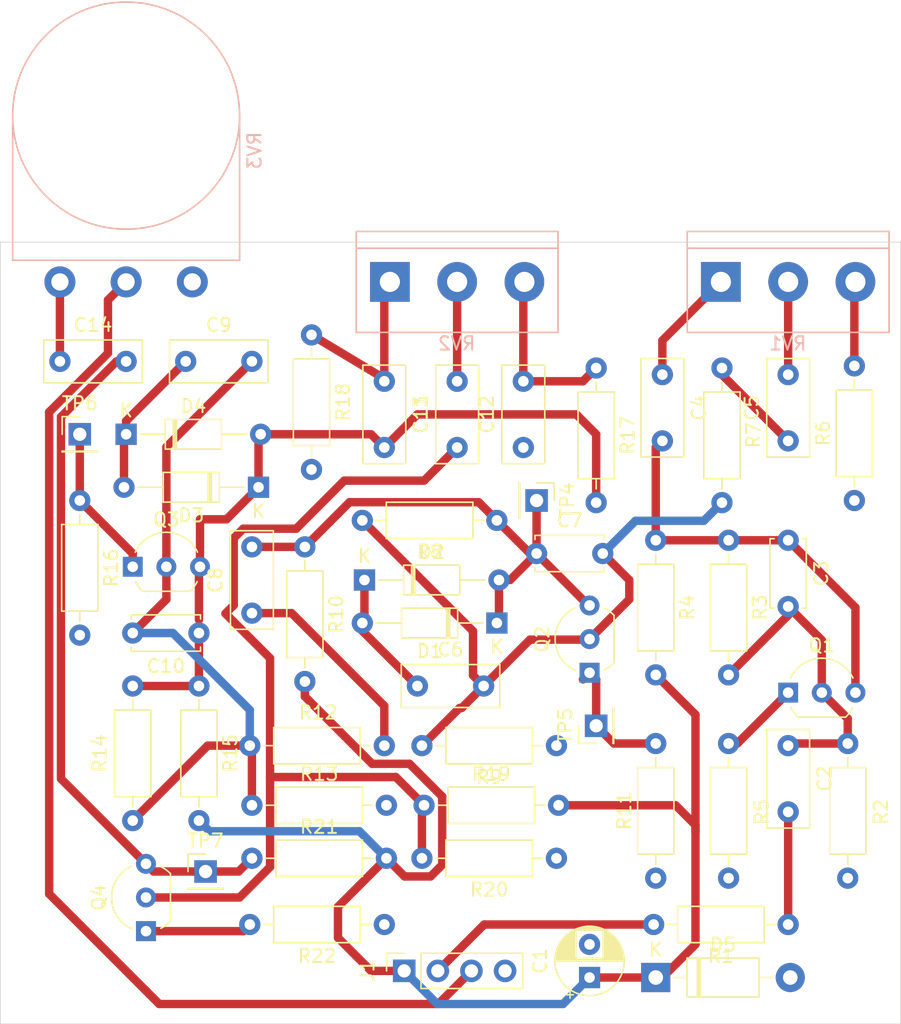
<source format=kicad_pcb>
(kicad_pcb (version 20171130) (host pcbnew 5.1.10-88a1d61d58~88~ubuntu21.04.1)

  (general
    (thickness 1.6)
    (drawings 7)
    (tracks 172)
    (zones 0)
    (modules 53)
    (nets 29)
  )

  (page A4)
  (layers
    (0 F.Cu signal)
    (31 B.Cu signal)
    (36 B.SilkS user)
    (37 F.SilkS user)
    (38 B.Mask user)
    (39 F.Mask user)
    (40 Dwgs.User user)
    (41 Cmts.User user)
    (44 Edge.Cuts user)
    (45 Margin user)
    (46 B.CrtYd user)
    (47 F.CrtYd user)
  )

  (setup
    (last_trace_width 0.635)
    (user_trace_width 0.381)
    (user_trace_width 0.508)
    (user_trace_width 0.635)
    (trace_clearance 0.254)
    (zone_clearance 0.508)
    (zone_45_only no)
    (trace_min 0.1524)
    (via_size 1.016)
    (via_drill 0.508)
    (via_min_size 0.6858)
    (via_min_drill 0.3302)
    (uvia_size 0.508)
    (uvia_drill 0.127)
    (uvias_allowed no)
    (uvia_min_size 0.508)
    (uvia_min_drill 0.127)
    (edge_width 0.05)
    (segment_width 0.2)
    (pcb_text_width 0.3)
    (pcb_text_size 1.5 1.5)
    (mod_edge_width 0.12)
    (mod_text_size 1 1)
    (mod_text_width 0.15)
    (pad_size 1.524 1.524)
    (pad_drill 0.762)
    (pad_to_mask_clearance 0.051)
    (solder_mask_min_width 0.25)
    (aux_axis_origin 0 0)
    (visible_elements FFFFFF7F)
    (pcbplotparams
      (layerselection 0x010fc_ffffffff)
      (usegerberextensions false)
      (usegerberattributes true)
      (usegerberadvancedattributes true)
      (creategerberjobfile true)
      (excludeedgelayer true)
      (linewidth 0.100000)
      (plotframeref false)
      (viasonmask false)
      (mode 1)
      (useauxorigin false)
      (hpglpennumber 1)
      (hpglpenspeed 20)
      (hpglpendiameter 15.000000)
      (psnegative false)
      (psa4output false)
      (plotreference true)
      (plotvalue true)
      (plotinvisibletext false)
      (padsonsilk false)
      (subtractmaskfromsilk false)
      (outputformat 1)
      (mirror false)
      (drillshape 1)
      (scaleselection 1)
      (outputdirectory ""))
  )

  (net 0 "")
  (net 1 pwr)
  (net 2 gnd)
  (net 3 "Net-(C2-Pad1)")
  (net 4 "Net-(C2-Pad2)")
  (net 5 "Net-(C3-Pad1)")
  (net 6 "Net-(C4-Pad1)")
  (net 7 "Net-(C5-Pad2)")
  (net 8 "Net-(C5-Pad1)")
  (net 9 "Net-(C6-Pad1)")
  (net 10 "Net-(C6-Pad2)")
  (net 11 "Net-(C7-Pad1)")
  (net 12 "Net-(C8-Pad1)")
  (net 13 "Net-(C10-Pad2)")
  (net 14 "Net-(C9-Pad1)")
  (net 15 "Net-(C10-Pad1)")
  (net 16 "Net-(C11-Pad1)")
  (net 17 "Net-(C12-Pad2)")
  (net 18 "Net-(C13-Pad1)")
  (net 19 "Net-(C13-Pad2)")
  (net 20 "Net-(C14-Pad1)")
  (net 21 "Net-(C14-Pad2)")
  (net 22 in)
  (net 23 out)
  (net 24 "Net-(Q1-Pad1)")
  (net 25 "Net-(Q2-Pad1)")
  (net 26 "Net-(Q3-Pad1)")
  (net 27 "Net-(Q4-Pad1)")
  (net 28 "Net-(R6-Pad2)")

  (net_class Default "This is the default net class."
    (clearance 0.254)
    (trace_width 0.635)
    (via_dia 1.016)
    (via_drill 0.508)
    (uvia_dia 0.508)
    (uvia_drill 0.127)
    (add_net "Net-(C10-Pad1)")
    (add_net "Net-(C10-Pad2)")
    (add_net "Net-(C11-Pad1)")
    (add_net "Net-(C12-Pad2)")
    (add_net "Net-(C13-Pad1)")
    (add_net "Net-(C13-Pad2)")
    (add_net "Net-(C14-Pad1)")
    (add_net "Net-(C14-Pad2)")
    (add_net "Net-(C2-Pad1)")
    (add_net "Net-(C2-Pad2)")
    (add_net "Net-(C3-Pad1)")
    (add_net "Net-(C4-Pad1)")
    (add_net "Net-(C5-Pad1)")
    (add_net "Net-(C5-Pad2)")
    (add_net "Net-(C6-Pad1)")
    (add_net "Net-(C6-Pad2)")
    (add_net "Net-(C7-Pad1)")
    (add_net "Net-(C8-Pad1)")
    (add_net "Net-(C9-Pad1)")
    (add_net "Net-(Q1-Pad1)")
    (add_net "Net-(Q2-Pad1)")
    (add_net "Net-(Q3-Pad1)")
    (add_net "Net-(Q4-Pad1)")
    (add_net "Net-(R6-Pad2)")
    (add_net gnd)
    (add_net in)
    (add_net out)
    (add_net pwr)
  )

  (net_class power ""
    (clearance 0.381)
    (trace_width 0.889)
    (via_dia 1.016)
    (via_drill 0.508)
    (uvia_dia 0.508)
    (uvia_drill 0.127)
  )

  (module Capacitor_THT:CP_Radial_D5.0mm_P2.50mm (layer F.Cu) (tedit 5AE50EF0) (tstamp 6090ED39)
    (at 162 121.5 90)
    (descr "CP, Radial series, Radial, pin pitch=2.50mm, , diameter=5mm, Electrolytic Capacitor")
    (tags "CP Radial series Radial pin pitch 2.50mm  diameter 5mm Electrolytic Capacitor")
    (path /60A66AE9)
    (fp_text reference C1 (at 1.25 -3.75 90) (layer F.SilkS)
      (effects (font (size 1 1) (thickness 0.15)))
    )
    (fp_text value 20u (at 1.25 3.75 90) (layer F.Fab)
      (effects (font (size 1 1) (thickness 0.15)))
    )
    (fp_circle (center 1.25 0) (end 3.75 0) (layer F.Fab) (width 0.1))
    (fp_circle (center 1.25 0) (end 3.87 0) (layer F.SilkS) (width 0.12))
    (fp_circle (center 1.25 0) (end 4 0) (layer F.CrtYd) (width 0.05))
    (fp_line (start -0.883605 -1.0875) (end -0.383605 -1.0875) (layer F.Fab) (width 0.1))
    (fp_line (start -0.633605 -1.3375) (end -0.633605 -0.8375) (layer F.Fab) (width 0.1))
    (fp_line (start 1.25 -2.58) (end 1.25 2.58) (layer F.SilkS) (width 0.12))
    (fp_line (start 1.29 -2.58) (end 1.29 2.58) (layer F.SilkS) (width 0.12))
    (fp_line (start 1.33 -2.579) (end 1.33 2.579) (layer F.SilkS) (width 0.12))
    (fp_line (start 1.37 -2.578) (end 1.37 2.578) (layer F.SilkS) (width 0.12))
    (fp_line (start 1.41 -2.576) (end 1.41 2.576) (layer F.SilkS) (width 0.12))
    (fp_line (start 1.45 -2.573) (end 1.45 2.573) (layer F.SilkS) (width 0.12))
    (fp_line (start 1.49 -2.569) (end 1.49 -1.04) (layer F.SilkS) (width 0.12))
    (fp_line (start 1.49 1.04) (end 1.49 2.569) (layer F.SilkS) (width 0.12))
    (fp_line (start 1.53 -2.565) (end 1.53 -1.04) (layer F.SilkS) (width 0.12))
    (fp_line (start 1.53 1.04) (end 1.53 2.565) (layer F.SilkS) (width 0.12))
    (fp_line (start 1.57 -2.561) (end 1.57 -1.04) (layer F.SilkS) (width 0.12))
    (fp_line (start 1.57 1.04) (end 1.57 2.561) (layer F.SilkS) (width 0.12))
    (fp_line (start 1.61 -2.556) (end 1.61 -1.04) (layer F.SilkS) (width 0.12))
    (fp_line (start 1.61 1.04) (end 1.61 2.556) (layer F.SilkS) (width 0.12))
    (fp_line (start 1.65 -2.55) (end 1.65 -1.04) (layer F.SilkS) (width 0.12))
    (fp_line (start 1.65 1.04) (end 1.65 2.55) (layer F.SilkS) (width 0.12))
    (fp_line (start 1.69 -2.543) (end 1.69 -1.04) (layer F.SilkS) (width 0.12))
    (fp_line (start 1.69 1.04) (end 1.69 2.543) (layer F.SilkS) (width 0.12))
    (fp_line (start 1.73 -2.536) (end 1.73 -1.04) (layer F.SilkS) (width 0.12))
    (fp_line (start 1.73 1.04) (end 1.73 2.536) (layer F.SilkS) (width 0.12))
    (fp_line (start 1.77 -2.528) (end 1.77 -1.04) (layer F.SilkS) (width 0.12))
    (fp_line (start 1.77 1.04) (end 1.77 2.528) (layer F.SilkS) (width 0.12))
    (fp_line (start 1.81 -2.52) (end 1.81 -1.04) (layer F.SilkS) (width 0.12))
    (fp_line (start 1.81 1.04) (end 1.81 2.52) (layer F.SilkS) (width 0.12))
    (fp_line (start 1.85 -2.511) (end 1.85 -1.04) (layer F.SilkS) (width 0.12))
    (fp_line (start 1.85 1.04) (end 1.85 2.511) (layer F.SilkS) (width 0.12))
    (fp_line (start 1.89 -2.501) (end 1.89 -1.04) (layer F.SilkS) (width 0.12))
    (fp_line (start 1.89 1.04) (end 1.89 2.501) (layer F.SilkS) (width 0.12))
    (fp_line (start 1.93 -2.491) (end 1.93 -1.04) (layer F.SilkS) (width 0.12))
    (fp_line (start 1.93 1.04) (end 1.93 2.491) (layer F.SilkS) (width 0.12))
    (fp_line (start 1.971 -2.48) (end 1.971 -1.04) (layer F.SilkS) (width 0.12))
    (fp_line (start 1.971 1.04) (end 1.971 2.48) (layer F.SilkS) (width 0.12))
    (fp_line (start 2.011 -2.468) (end 2.011 -1.04) (layer F.SilkS) (width 0.12))
    (fp_line (start 2.011 1.04) (end 2.011 2.468) (layer F.SilkS) (width 0.12))
    (fp_line (start 2.051 -2.455) (end 2.051 -1.04) (layer F.SilkS) (width 0.12))
    (fp_line (start 2.051 1.04) (end 2.051 2.455) (layer F.SilkS) (width 0.12))
    (fp_line (start 2.091 -2.442) (end 2.091 -1.04) (layer F.SilkS) (width 0.12))
    (fp_line (start 2.091 1.04) (end 2.091 2.442) (layer F.SilkS) (width 0.12))
    (fp_line (start 2.131 -2.428) (end 2.131 -1.04) (layer F.SilkS) (width 0.12))
    (fp_line (start 2.131 1.04) (end 2.131 2.428) (layer F.SilkS) (width 0.12))
    (fp_line (start 2.171 -2.414) (end 2.171 -1.04) (layer F.SilkS) (width 0.12))
    (fp_line (start 2.171 1.04) (end 2.171 2.414) (layer F.SilkS) (width 0.12))
    (fp_line (start 2.211 -2.398) (end 2.211 -1.04) (layer F.SilkS) (width 0.12))
    (fp_line (start 2.211 1.04) (end 2.211 2.398) (layer F.SilkS) (width 0.12))
    (fp_line (start 2.251 -2.382) (end 2.251 -1.04) (layer F.SilkS) (width 0.12))
    (fp_line (start 2.251 1.04) (end 2.251 2.382) (layer F.SilkS) (width 0.12))
    (fp_line (start 2.291 -2.365) (end 2.291 -1.04) (layer F.SilkS) (width 0.12))
    (fp_line (start 2.291 1.04) (end 2.291 2.365) (layer F.SilkS) (width 0.12))
    (fp_line (start 2.331 -2.348) (end 2.331 -1.04) (layer F.SilkS) (width 0.12))
    (fp_line (start 2.331 1.04) (end 2.331 2.348) (layer F.SilkS) (width 0.12))
    (fp_line (start 2.371 -2.329) (end 2.371 -1.04) (layer F.SilkS) (width 0.12))
    (fp_line (start 2.371 1.04) (end 2.371 2.329) (layer F.SilkS) (width 0.12))
    (fp_line (start 2.411 -2.31) (end 2.411 -1.04) (layer F.SilkS) (width 0.12))
    (fp_line (start 2.411 1.04) (end 2.411 2.31) (layer F.SilkS) (width 0.12))
    (fp_line (start 2.451 -2.29) (end 2.451 -1.04) (layer F.SilkS) (width 0.12))
    (fp_line (start 2.451 1.04) (end 2.451 2.29) (layer F.SilkS) (width 0.12))
    (fp_line (start 2.491 -2.268) (end 2.491 -1.04) (layer F.SilkS) (width 0.12))
    (fp_line (start 2.491 1.04) (end 2.491 2.268) (layer F.SilkS) (width 0.12))
    (fp_line (start 2.531 -2.247) (end 2.531 -1.04) (layer F.SilkS) (width 0.12))
    (fp_line (start 2.531 1.04) (end 2.531 2.247) (layer F.SilkS) (width 0.12))
    (fp_line (start 2.571 -2.224) (end 2.571 -1.04) (layer F.SilkS) (width 0.12))
    (fp_line (start 2.571 1.04) (end 2.571 2.224) (layer F.SilkS) (width 0.12))
    (fp_line (start 2.611 -2.2) (end 2.611 -1.04) (layer F.SilkS) (width 0.12))
    (fp_line (start 2.611 1.04) (end 2.611 2.2) (layer F.SilkS) (width 0.12))
    (fp_line (start 2.651 -2.175) (end 2.651 -1.04) (layer F.SilkS) (width 0.12))
    (fp_line (start 2.651 1.04) (end 2.651 2.175) (layer F.SilkS) (width 0.12))
    (fp_line (start 2.691 -2.149) (end 2.691 -1.04) (layer F.SilkS) (width 0.12))
    (fp_line (start 2.691 1.04) (end 2.691 2.149) (layer F.SilkS) (width 0.12))
    (fp_line (start 2.731 -2.122) (end 2.731 -1.04) (layer F.SilkS) (width 0.12))
    (fp_line (start 2.731 1.04) (end 2.731 2.122) (layer F.SilkS) (width 0.12))
    (fp_line (start 2.771 -2.095) (end 2.771 -1.04) (layer F.SilkS) (width 0.12))
    (fp_line (start 2.771 1.04) (end 2.771 2.095) (layer F.SilkS) (width 0.12))
    (fp_line (start 2.811 -2.065) (end 2.811 -1.04) (layer F.SilkS) (width 0.12))
    (fp_line (start 2.811 1.04) (end 2.811 2.065) (layer F.SilkS) (width 0.12))
    (fp_line (start 2.851 -2.035) (end 2.851 -1.04) (layer F.SilkS) (width 0.12))
    (fp_line (start 2.851 1.04) (end 2.851 2.035) (layer F.SilkS) (width 0.12))
    (fp_line (start 2.891 -2.004) (end 2.891 -1.04) (layer F.SilkS) (width 0.12))
    (fp_line (start 2.891 1.04) (end 2.891 2.004) (layer F.SilkS) (width 0.12))
    (fp_line (start 2.931 -1.971) (end 2.931 -1.04) (layer F.SilkS) (width 0.12))
    (fp_line (start 2.931 1.04) (end 2.931 1.971) (layer F.SilkS) (width 0.12))
    (fp_line (start 2.971 -1.937) (end 2.971 -1.04) (layer F.SilkS) (width 0.12))
    (fp_line (start 2.971 1.04) (end 2.971 1.937) (layer F.SilkS) (width 0.12))
    (fp_line (start 3.011 -1.901) (end 3.011 -1.04) (layer F.SilkS) (width 0.12))
    (fp_line (start 3.011 1.04) (end 3.011 1.901) (layer F.SilkS) (width 0.12))
    (fp_line (start 3.051 -1.864) (end 3.051 -1.04) (layer F.SilkS) (width 0.12))
    (fp_line (start 3.051 1.04) (end 3.051 1.864) (layer F.SilkS) (width 0.12))
    (fp_line (start 3.091 -1.826) (end 3.091 -1.04) (layer F.SilkS) (width 0.12))
    (fp_line (start 3.091 1.04) (end 3.091 1.826) (layer F.SilkS) (width 0.12))
    (fp_line (start 3.131 -1.785) (end 3.131 -1.04) (layer F.SilkS) (width 0.12))
    (fp_line (start 3.131 1.04) (end 3.131 1.785) (layer F.SilkS) (width 0.12))
    (fp_line (start 3.171 -1.743) (end 3.171 -1.04) (layer F.SilkS) (width 0.12))
    (fp_line (start 3.171 1.04) (end 3.171 1.743) (layer F.SilkS) (width 0.12))
    (fp_line (start 3.211 -1.699) (end 3.211 -1.04) (layer F.SilkS) (width 0.12))
    (fp_line (start 3.211 1.04) (end 3.211 1.699) (layer F.SilkS) (width 0.12))
    (fp_line (start 3.251 -1.653) (end 3.251 -1.04) (layer F.SilkS) (width 0.12))
    (fp_line (start 3.251 1.04) (end 3.251 1.653) (layer F.SilkS) (width 0.12))
    (fp_line (start 3.291 -1.605) (end 3.291 -1.04) (layer F.SilkS) (width 0.12))
    (fp_line (start 3.291 1.04) (end 3.291 1.605) (layer F.SilkS) (width 0.12))
    (fp_line (start 3.331 -1.554) (end 3.331 -1.04) (layer F.SilkS) (width 0.12))
    (fp_line (start 3.331 1.04) (end 3.331 1.554) (layer F.SilkS) (width 0.12))
    (fp_line (start 3.371 -1.5) (end 3.371 -1.04) (layer F.SilkS) (width 0.12))
    (fp_line (start 3.371 1.04) (end 3.371 1.5) (layer F.SilkS) (width 0.12))
    (fp_line (start 3.411 -1.443) (end 3.411 -1.04) (layer F.SilkS) (width 0.12))
    (fp_line (start 3.411 1.04) (end 3.411 1.443) (layer F.SilkS) (width 0.12))
    (fp_line (start 3.451 -1.383) (end 3.451 -1.04) (layer F.SilkS) (width 0.12))
    (fp_line (start 3.451 1.04) (end 3.451 1.383) (layer F.SilkS) (width 0.12))
    (fp_line (start 3.491 -1.319) (end 3.491 -1.04) (layer F.SilkS) (width 0.12))
    (fp_line (start 3.491 1.04) (end 3.491 1.319) (layer F.SilkS) (width 0.12))
    (fp_line (start 3.531 -1.251) (end 3.531 -1.04) (layer F.SilkS) (width 0.12))
    (fp_line (start 3.531 1.04) (end 3.531 1.251) (layer F.SilkS) (width 0.12))
    (fp_line (start 3.571 -1.178) (end 3.571 1.178) (layer F.SilkS) (width 0.12))
    (fp_line (start 3.611 -1.098) (end 3.611 1.098) (layer F.SilkS) (width 0.12))
    (fp_line (start 3.651 -1.011) (end 3.651 1.011) (layer F.SilkS) (width 0.12))
    (fp_line (start 3.691 -0.915) (end 3.691 0.915) (layer F.SilkS) (width 0.12))
    (fp_line (start 3.731 -0.805) (end 3.731 0.805) (layer F.SilkS) (width 0.12))
    (fp_line (start 3.771 -0.677) (end 3.771 0.677) (layer F.SilkS) (width 0.12))
    (fp_line (start 3.811 -0.518) (end 3.811 0.518) (layer F.SilkS) (width 0.12))
    (fp_line (start 3.851 -0.284) (end 3.851 0.284) (layer F.SilkS) (width 0.12))
    (fp_line (start -1.554775 -1.475) (end -1.054775 -1.475) (layer F.SilkS) (width 0.12))
    (fp_line (start -1.304775 -1.725) (end -1.304775 -1.225) (layer F.SilkS) (width 0.12))
    (fp_text user %R (at 1.25 0 90) (layer F.Fab)
      (effects (font (size 1 1) (thickness 0.15)))
    )
    (pad 1 thru_hole rect (at 0 0 90) (size 1.6 1.6) (drill 0.8) (layers *.Cu *.Mask)
      (net 1 pwr))
    (pad 2 thru_hole circle (at 2.5 0 90) (size 1.6 1.6) (drill 0.8) (layers *.Cu *.Mask)
      (net 2 gnd))
    (model ${KISYS3DMOD}/Capacitor_THT.3dshapes/CP_Radial_D5.0mm_P2.50mm.wrl
      (at (xyz 0 0 0))
      (scale (xyz 1 1 1))
      (rotate (xyz 0 0 0))
    )
  )

  (module Capacitor_THT:C_Rect_L7.2mm_W3.0mm_P5.00mm_FKS2_FKP2_MKS2_MKP2 (layer F.Cu) (tedit 5AE50EF0) (tstamp 609E95E1)
    (at 177 104 270)
    (descr "C, Rect series, Radial, pin pitch=5.00mm, , length*width=7.2*3.0mm^2, Capacitor, http://www.wima.com/EN/WIMA_FKS_2.pdf")
    (tags "C Rect series Radial pin pitch 5.00mm  length 7.2mm width 3.0mm Capacitor")
    (path /608EE6B4)
    (fp_text reference C2 (at 2.5 -2.75 90) (layer F.SilkS)
      (effects (font (size 1 1) (thickness 0.15)))
    )
    (fp_text value 100n (at 2.5 2.75 90) (layer F.Fab)
      (effects (font (size 1 1) (thickness 0.15)))
    )
    (fp_line (start -1.1 -1.5) (end -1.1 1.5) (layer F.Fab) (width 0.1))
    (fp_line (start -1.1 1.5) (end 6.1 1.5) (layer F.Fab) (width 0.1))
    (fp_line (start 6.1 1.5) (end 6.1 -1.5) (layer F.Fab) (width 0.1))
    (fp_line (start 6.1 -1.5) (end -1.1 -1.5) (layer F.Fab) (width 0.1))
    (fp_line (start -1.22 -1.62) (end 6.22 -1.62) (layer F.SilkS) (width 0.12))
    (fp_line (start -1.22 1.62) (end 6.22 1.62) (layer F.SilkS) (width 0.12))
    (fp_line (start -1.22 -1.62) (end -1.22 1.62) (layer F.SilkS) (width 0.12))
    (fp_line (start 6.22 -1.62) (end 6.22 1.62) (layer F.SilkS) (width 0.12))
    (fp_line (start -1.35 -1.75) (end -1.35 1.75) (layer F.CrtYd) (width 0.05))
    (fp_line (start -1.35 1.75) (end 6.35 1.75) (layer F.CrtYd) (width 0.05))
    (fp_line (start 6.35 1.75) (end 6.35 -1.75) (layer F.CrtYd) (width 0.05))
    (fp_line (start 6.35 -1.75) (end -1.35 -1.75) (layer F.CrtYd) (width 0.05))
    (fp_text user %R (at 2.5 0 90) (layer F.Fab)
      (effects (font (size 1 1) (thickness 0.15)))
    )
    (pad 1 thru_hole circle (at 0 0 270) (size 1.6 1.6) (drill 0.8) (layers *.Cu *.Mask)
      (net 3 "Net-(C2-Pad1)"))
    (pad 2 thru_hole circle (at 5 0 270) (size 1.6 1.6) (drill 0.8) (layers *.Cu *.Mask)
      (net 4 "Net-(C2-Pad2)"))
    (model ${KISYS3DMOD}/Capacitor_THT.3dshapes/C_Rect_L7.2mm_W3.0mm_P5.00mm_FKS2_FKP2_MKS2_MKP2.wrl
      (at (xyz 0 0 0))
      (scale (xyz 1 1 1))
      (rotate (xyz 0 0 0))
    )
  )

  (module Capacitor_THT:C_Disc_D5.0mm_W2.5mm_P5.00mm (layer F.Cu) (tedit 5AE50EF0) (tstamp 6090ED61)
    (at 177 88.5 270)
    (descr "C, Disc series, Radial, pin pitch=5.00mm, , diameter*width=5*2.5mm^2, Capacitor, http://cdn-reichelt.de/documents/datenblatt/B300/DS_KERKO_TC.pdf")
    (tags "C Disc series Radial pin pitch 5.00mm  diameter 5mm width 2.5mm Capacitor")
    (path /608EF35F)
    (fp_text reference C3 (at 2.5 -2.5 90) (layer F.SilkS)
      (effects (font (size 1 1) (thickness 0.15)))
    )
    (fp_text value 470p (at 2.5 2.5 90) (layer F.Fab)
      (effects (font (size 1 1) (thickness 0.15)))
    )
    (fp_line (start 0 -1.25) (end 0 1.25) (layer F.Fab) (width 0.1))
    (fp_line (start 0 1.25) (end 5 1.25) (layer F.Fab) (width 0.1))
    (fp_line (start 5 1.25) (end 5 -1.25) (layer F.Fab) (width 0.1))
    (fp_line (start 5 -1.25) (end 0 -1.25) (layer F.Fab) (width 0.1))
    (fp_line (start -0.12 -1.37) (end 5.12 -1.37) (layer F.SilkS) (width 0.12))
    (fp_line (start -0.12 1.37) (end 5.12 1.37) (layer F.SilkS) (width 0.12))
    (fp_line (start -0.12 -1.37) (end -0.12 -1.055) (layer F.SilkS) (width 0.12))
    (fp_line (start -0.12 1.055) (end -0.12 1.37) (layer F.SilkS) (width 0.12))
    (fp_line (start 5.12 -1.37) (end 5.12 -1.055) (layer F.SilkS) (width 0.12))
    (fp_line (start 5.12 1.055) (end 5.12 1.37) (layer F.SilkS) (width 0.12))
    (fp_line (start -1.05 -1.5) (end -1.05 1.5) (layer F.CrtYd) (width 0.05))
    (fp_line (start -1.05 1.5) (end 6.05 1.5) (layer F.CrtYd) (width 0.05))
    (fp_line (start 6.05 1.5) (end 6.05 -1.5) (layer F.CrtYd) (width 0.05))
    (fp_line (start 6.05 -1.5) (end -1.05 -1.5) (layer F.CrtYd) (width 0.05))
    (fp_text user %R (at 2.5 0 90) (layer F.Fab)
      (effects (font (size 1 1) (thickness 0.15)))
    )
    (pad 1 thru_hole circle (at 0 0 270) (size 1.6 1.6) (drill 0.8) (layers *.Cu *.Mask)
      (net 5 "Net-(C3-Pad1)"))
    (pad 2 thru_hole circle (at 5 0 270) (size 1.6 1.6) (drill 0.8) (layers *.Cu *.Mask)
      (net 3 "Net-(C2-Pad1)"))
    (model ${KISYS3DMOD}/Capacitor_THT.3dshapes/C_Disc_D5.0mm_W2.5mm_P5.00mm.wrl
      (at (xyz 0 0 0))
      (scale (xyz 1 1 1))
      (rotate (xyz 0 0 0))
    )
  )

  (module Capacitor_THT:C_Rect_L7.2mm_W3.0mm_P5.00mm_FKS2_FKP2_MKS2_MKP2 (layer F.Cu) (tedit 5AE50EF0) (tstamp 6090ED74)
    (at 167.5 76 270)
    (descr "C, Rect series, Radial, pin pitch=5.00mm, , length*width=7.2*3.0mm^2, Capacitor, http://www.wima.com/EN/WIMA_FKS_2.pdf")
    (tags "C Rect series Radial pin pitch 5.00mm  length 7.2mm width 3.0mm Capacitor")
    (path /608EED2B)
    (fp_text reference C4 (at 2.5 -2.75 90) (layer F.SilkS)
      (effects (font (size 1 1) (thickness 0.15)))
    )
    (fp_text value 100n (at 2.5 2.75 90) (layer F.Fab)
      (effects (font (size 1 1) (thickness 0.15)))
    )
    (fp_line (start -1.1 -1.5) (end -1.1 1.5) (layer F.Fab) (width 0.1))
    (fp_line (start -1.1 1.5) (end 6.1 1.5) (layer F.Fab) (width 0.1))
    (fp_line (start 6.1 1.5) (end 6.1 -1.5) (layer F.Fab) (width 0.1))
    (fp_line (start 6.1 -1.5) (end -1.1 -1.5) (layer F.Fab) (width 0.1))
    (fp_line (start -1.22 -1.62) (end 6.22 -1.62) (layer F.SilkS) (width 0.12))
    (fp_line (start -1.22 1.62) (end 6.22 1.62) (layer F.SilkS) (width 0.12))
    (fp_line (start -1.22 -1.62) (end -1.22 1.62) (layer F.SilkS) (width 0.12))
    (fp_line (start 6.22 -1.62) (end 6.22 1.62) (layer F.SilkS) (width 0.12))
    (fp_line (start -1.35 -1.75) (end -1.35 1.75) (layer F.CrtYd) (width 0.05))
    (fp_line (start -1.35 1.75) (end 6.35 1.75) (layer F.CrtYd) (width 0.05))
    (fp_line (start 6.35 1.75) (end 6.35 -1.75) (layer F.CrtYd) (width 0.05))
    (fp_line (start 6.35 -1.75) (end -1.35 -1.75) (layer F.CrtYd) (width 0.05))
    (fp_text user %R (at 2.5 0 90) (layer F.Fab)
      (effects (font (size 1 1) (thickness 0.15)))
    )
    (pad 1 thru_hole circle (at 0 0 270) (size 1.6 1.6) (drill 0.8) (layers *.Cu *.Mask)
      (net 6 "Net-(C4-Pad1)"))
    (pad 2 thru_hole circle (at 5 0 270) (size 1.6 1.6) (drill 0.8) (layers *.Cu *.Mask)
      (net 5 "Net-(C3-Pad1)"))
    (model ${KISYS3DMOD}/Capacitor_THT.3dshapes/C_Rect_L7.2mm_W3.0mm_P5.00mm_FKS2_FKP2_MKS2_MKP2.wrl
      (at (xyz 0 0 0))
      (scale (xyz 1 1 1))
      (rotate (xyz 0 0 0))
    )
  )

  (module Capacitor_THT:C_Rect_L7.2mm_W3.0mm_P5.00mm_FKS2_FKP2_MKS2_MKP2 (layer F.Cu) (tedit 5AE50EF0) (tstamp 609E96AA)
    (at 177 81 90)
    (descr "C, Rect series, Radial, pin pitch=5.00mm, , length*width=7.2*3.0mm^2, Capacitor, http://www.wima.com/EN/WIMA_FKS_2.pdf")
    (tags "C Rect series Radial pin pitch 5.00mm  length 7.2mm width 3.0mm Capacitor")
    (path /608F2226)
    (fp_text reference C5 (at 2.5 -2.75 90) (layer F.SilkS)
      (effects (font (size 1 1) (thickness 0.15)))
    )
    (fp_text value 100n (at 2.5 2.75 90) (layer F.Fab)
      (effects (font (size 1 1) (thickness 0.15)))
    )
    (fp_line (start 6.35 -1.75) (end -1.35 -1.75) (layer F.CrtYd) (width 0.05))
    (fp_line (start 6.35 1.75) (end 6.35 -1.75) (layer F.CrtYd) (width 0.05))
    (fp_line (start -1.35 1.75) (end 6.35 1.75) (layer F.CrtYd) (width 0.05))
    (fp_line (start -1.35 -1.75) (end -1.35 1.75) (layer F.CrtYd) (width 0.05))
    (fp_line (start 6.22 -1.62) (end 6.22 1.62) (layer F.SilkS) (width 0.12))
    (fp_line (start -1.22 -1.62) (end -1.22 1.62) (layer F.SilkS) (width 0.12))
    (fp_line (start -1.22 1.62) (end 6.22 1.62) (layer F.SilkS) (width 0.12))
    (fp_line (start -1.22 -1.62) (end 6.22 -1.62) (layer F.SilkS) (width 0.12))
    (fp_line (start 6.1 -1.5) (end -1.1 -1.5) (layer F.Fab) (width 0.1))
    (fp_line (start 6.1 1.5) (end 6.1 -1.5) (layer F.Fab) (width 0.1))
    (fp_line (start -1.1 1.5) (end 6.1 1.5) (layer F.Fab) (width 0.1))
    (fp_line (start -1.1 -1.5) (end -1.1 1.5) (layer F.Fab) (width 0.1))
    (fp_text user %R (at 2.5 0 90) (layer F.Fab)
      (effects (font (size 1 1) (thickness 0.15)))
    )
    (pad 2 thru_hole circle (at 5 0 90) (size 1.6 1.6) (drill 0.8) (layers *.Cu *.Mask)
      (net 7 "Net-(C5-Pad2)"))
    (pad 1 thru_hole circle (at 0 0 90) (size 1.6 1.6) (drill 0.8) (layers *.Cu *.Mask)
      (net 8 "Net-(C5-Pad1)"))
    (model ${KISYS3DMOD}/Capacitor_THT.3dshapes/C_Rect_L7.2mm_W3.0mm_P5.00mm_FKS2_FKP2_MKS2_MKP2.wrl
      (at (xyz 0 0 0))
      (scale (xyz 1 1 1))
      (rotate (xyz 0 0 0))
    )
  )

  (module Capacitor_THT:C_Rect_L7.2mm_W3.0mm_P5.00mm_FKS2_FKP2_MKS2_MKP2 (layer F.Cu) (tedit 5AE50EF0) (tstamp 609EB7FB)
    (at 149 99.5)
    (descr "C, Rect series, Radial, pin pitch=5.00mm, , length*width=7.2*3.0mm^2, Capacitor, http://www.wima.com/EN/WIMA_FKS_2.pdf")
    (tags "C Rect series Radial pin pitch 5.00mm  length 7.2mm width 3.0mm Capacitor")
    (path /608F2D8D)
    (fp_text reference C6 (at 2.5 -2.75) (layer F.SilkS)
      (effects (font (size 1 1) (thickness 0.15)))
    )
    (fp_text value 47n (at 2.5 2.75) (layer F.Fab)
      (effects (font (size 1 1) (thickness 0.15)))
    )
    (fp_line (start -1.1 -1.5) (end -1.1 1.5) (layer F.Fab) (width 0.1))
    (fp_line (start -1.1 1.5) (end 6.1 1.5) (layer F.Fab) (width 0.1))
    (fp_line (start 6.1 1.5) (end 6.1 -1.5) (layer F.Fab) (width 0.1))
    (fp_line (start 6.1 -1.5) (end -1.1 -1.5) (layer F.Fab) (width 0.1))
    (fp_line (start -1.22 -1.62) (end 6.22 -1.62) (layer F.SilkS) (width 0.12))
    (fp_line (start -1.22 1.62) (end 6.22 1.62) (layer F.SilkS) (width 0.12))
    (fp_line (start -1.22 -1.62) (end -1.22 1.62) (layer F.SilkS) (width 0.12))
    (fp_line (start 6.22 -1.62) (end 6.22 1.62) (layer F.SilkS) (width 0.12))
    (fp_line (start -1.35 -1.75) (end -1.35 1.75) (layer F.CrtYd) (width 0.05))
    (fp_line (start -1.35 1.75) (end 6.35 1.75) (layer F.CrtYd) (width 0.05))
    (fp_line (start 6.35 1.75) (end 6.35 -1.75) (layer F.CrtYd) (width 0.05))
    (fp_line (start 6.35 -1.75) (end -1.35 -1.75) (layer F.CrtYd) (width 0.05))
    (fp_text user %R (at 2.5 0) (layer F.Fab)
      (effects (font (size 1 1) (thickness 0.15)))
    )
    (pad 1 thru_hole circle (at 0 0) (size 1.6 1.6) (drill 0.8) (layers *.Cu *.Mask)
      (net 9 "Net-(C6-Pad1)"))
    (pad 2 thru_hole circle (at 5 0) (size 1.6 1.6) (drill 0.8) (layers *.Cu *.Mask)
      (net 10 "Net-(C6-Pad2)"))
    (model ${KISYS3DMOD}/Capacitor_THT.3dshapes/C_Rect_L7.2mm_W3.0mm_P5.00mm_FKS2_FKP2_MKS2_MKP2.wrl
      (at (xyz 0 0 0))
      (scale (xyz 1 1 1))
      (rotate (xyz 0 0 0))
    )
  )

  (module Capacitor_THT:C_Disc_D5.0mm_W2.5mm_P5.00mm (layer F.Cu) (tedit 5AE50EF0) (tstamp 6090EDAF)
    (at 158 89.5)
    (descr "C, Disc series, Radial, pin pitch=5.00mm, , diameter*width=5*2.5mm^2, Capacitor, http://cdn-reichelt.de/documents/datenblatt/B300/DS_KERKO_TC.pdf")
    (tags "C Disc series Radial pin pitch 5.00mm  diameter 5mm width 2.5mm Capacitor")
    (path /608F292A)
    (fp_text reference C7 (at 2.5 -2.5) (layer F.SilkS)
      (effects (font (size 1 1) (thickness 0.15)))
    )
    (fp_text value 470p (at 2.5 2.5) (layer F.Fab)
      (effects (font (size 1 1) (thickness 0.15)))
    )
    (fp_line (start 6.05 -1.5) (end -1.05 -1.5) (layer F.CrtYd) (width 0.05))
    (fp_line (start 6.05 1.5) (end 6.05 -1.5) (layer F.CrtYd) (width 0.05))
    (fp_line (start -1.05 1.5) (end 6.05 1.5) (layer F.CrtYd) (width 0.05))
    (fp_line (start -1.05 -1.5) (end -1.05 1.5) (layer F.CrtYd) (width 0.05))
    (fp_line (start 5.12 1.055) (end 5.12 1.37) (layer F.SilkS) (width 0.12))
    (fp_line (start 5.12 -1.37) (end 5.12 -1.055) (layer F.SilkS) (width 0.12))
    (fp_line (start -0.12 1.055) (end -0.12 1.37) (layer F.SilkS) (width 0.12))
    (fp_line (start -0.12 -1.37) (end -0.12 -1.055) (layer F.SilkS) (width 0.12))
    (fp_line (start -0.12 1.37) (end 5.12 1.37) (layer F.SilkS) (width 0.12))
    (fp_line (start -0.12 -1.37) (end 5.12 -1.37) (layer F.SilkS) (width 0.12))
    (fp_line (start 5 -1.25) (end 0 -1.25) (layer F.Fab) (width 0.1))
    (fp_line (start 5 1.25) (end 5 -1.25) (layer F.Fab) (width 0.1))
    (fp_line (start 0 1.25) (end 5 1.25) (layer F.Fab) (width 0.1))
    (fp_line (start 0 -1.25) (end 0 1.25) (layer F.Fab) (width 0.1))
    (fp_text user %R (at 2.5 0) (layer F.Fab)
      (effects (font (size 1 1) (thickness 0.15)))
    )
    (pad 2 thru_hole circle (at 5 0) (size 1.6 1.6) (drill 0.8) (layers *.Cu *.Mask)
      (net 10 "Net-(C6-Pad2)"))
    (pad 1 thru_hole circle (at 0 0) (size 1.6 1.6) (drill 0.8) (layers *.Cu *.Mask)
      (net 11 "Net-(C7-Pad1)"))
    (model ${KISYS3DMOD}/Capacitor_THT.3dshapes/C_Disc_D5.0mm_W2.5mm_P5.00mm.wrl
      (at (xyz 0 0 0))
      (scale (xyz 1 1 1))
      (rotate (xyz 0 0 0))
    )
  )

  (module Capacitor_THT:C_Rect_L7.2mm_W3.0mm_P5.00mm_FKS2_FKP2_MKS2_MKP2 (layer F.Cu) (tedit 5AE50EF0) (tstamp 6090EDC2)
    (at 136.5 94 90)
    (descr "C, Rect series, Radial, pin pitch=5.00mm, , length*width=7.2*3.0mm^2, Capacitor, http://www.wima.com/EN/WIMA_FKS_2.pdf")
    (tags "C Rect series Radial pin pitch 5.00mm  length 7.2mm width 3.0mm Capacitor")
    (path /6099D5E7)
    (fp_text reference C8 (at 2.5 -2.75 90) (layer F.SilkS)
      (effects (font (size 1 1) (thickness 0.15)))
    )
    (fp_text value 100n (at 2.5 2.75 90) (layer F.Fab)
      (effects (font (size 1 1) (thickness 0.15)))
    )
    (fp_line (start 6.35 -1.75) (end -1.35 -1.75) (layer F.CrtYd) (width 0.05))
    (fp_line (start 6.35 1.75) (end 6.35 -1.75) (layer F.CrtYd) (width 0.05))
    (fp_line (start -1.35 1.75) (end 6.35 1.75) (layer F.CrtYd) (width 0.05))
    (fp_line (start -1.35 -1.75) (end -1.35 1.75) (layer F.CrtYd) (width 0.05))
    (fp_line (start 6.22 -1.62) (end 6.22 1.62) (layer F.SilkS) (width 0.12))
    (fp_line (start -1.22 -1.62) (end -1.22 1.62) (layer F.SilkS) (width 0.12))
    (fp_line (start -1.22 1.62) (end 6.22 1.62) (layer F.SilkS) (width 0.12))
    (fp_line (start -1.22 -1.62) (end 6.22 -1.62) (layer F.SilkS) (width 0.12))
    (fp_line (start 6.1 -1.5) (end -1.1 -1.5) (layer F.Fab) (width 0.1))
    (fp_line (start 6.1 1.5) (end 6.1 -1.5) (layer F.Fab) (width 0.1))
    (fp_line (start -1.1 1.5) (end 6.1 1.5) (layer F.Fab) (width 0.1))
    (fp_line (start -1.1 -1.5) (end -1.1 1.5) (layer F.Fab) (width 0.1))
    (fp_text user %R (at 2.5 0 90) (layer F.Fab)
      (effects (font (size 1 1) (thickness 0.15)))
    )
    (pad 2 thru_hole circle (at 5 0 90) (size 1.6 1.6) (drill 0.8) (layers *.Cu *.Mask)
      (net 11 "Net-(C7-Pad1)"))
    (pad 1 thru_hole circle (at 0 0 90) (size 1.6 1.6) (drill 0.8) (layers *.Cu *.Mask)
      (net 12 "Net-(C8-Pad1)"))
    (model ${KISYS3DMOD}/Capacitor_THT.3dshapes/C_Rect_L7.2mm_W3.0mm_P5.00mm_FKS2_FKP2_MKS2_MKP2.wrl
      (at (xyz 0 0 0))
      (scale (xyz 1 1 1))
      (rotate (xyz 0 0 0))
    )
  )

  (module Capacitor_THT:C_Rect_L7.2mm_W3.0mm_P5.00mm_FKS2_FKP2_MKS2_MKP2 (layer F.Cu) (tedit 5AE50EF0) (tstamp 6090EDD5)
    (at 131.5 75)
    (descr "C, Rect series, Radial, pin pitch=5.00mm, , length*width=7.2*3.0mm^2, Capacitor, http://www.wima.com/EN/WIMA_FKS_2.pdf")
    (tags "C Rect series Radial pin pitch 5.00mm  length 7.2mm width 3.0mm Capacitor")
    (path /60968AB2)
    (fp_text reference C9 (at 2.5 -2.75) (layer F.SilkS)
      (effects (font (size 1 1) (thickness 0.15)))
    )
    (fp_text value 47n (at 2.5 2.75) (layer F.Fab)
      (effects (font (size 1 1) (thickness 0.15)))
    )
    (fp_line (start 6.35 -1.75) (end -1.35 -1.75) (layer F.CrtYd) (width 0.05))
    (fp_line (start 6.35 1.75) (end 6.35 -1.75) (layer F.CrtYd) (width 0.05))
    (fp_line (start -1.35 1.75) (end 6.35 1.75) (layer F.CrtYd) (width 0.05))
    (fp_line (start -1.35 -1.75) (end -1.35 1.75) (layer F.CrtYd) (width 0.05))
    (fp_line (start 6.22 -1.62) (end 6.22 1.62) (layer F.SilkS) (width 0.12))
    (fp_line (start -1.22 -1.62) (end -1.22 1.62) (layer F.SilkS) (width 0.12))
    (fp_line (start -1.22 1.62) (end 6.22 1.62) (layer F.SilkS) (width 0.12))
    (fp_line (start -1.22 -1.62) (end 6.22 -1.62) (layer F.SilkS) (width 0.12))
    (fp_line (start 6.1 -1.5) (end -1.1 -1.5) (layer F.Fab) (width 0.1))
    (fp_line (start 6.1 1.5) (end 6.1 -1.5) (layer F.Fab) (width 0.1))
    (fp_line (start -1.1 1.5) (end 6.1 1.5) (layer F.Fab) (width 0.1))
    (fp_line (start -1.1 -1.5) (end -1.1 1.5) (layer F.Fab) (width 0.1))
    (fp_text user %R (at 2.5 0) (layer F.Fab)
      (effects (font (size 1 1) (thickness 0.15)))
    )
    (pad 2 thru_hole circle (at 5 0) (size 1.6 1.6) (drill 0.8) (layers *.Cu *.Mask)
      (net 13 "Net-(C10-Pad2)"))
    (pad 1 thru_hole circle (at 0 0) (size 1.6 1.6) (drill 0.8) (layers *.Cu *.Mask)
      (net 14 "Net-(C9-Pad1)"))
    (model ${KISYS3DMOD}/Capacitor_THT.3dshapes/C_Rect_L7.2mm_W3.0mm_P5.00mm_FKS2_FKP2_MKS2_MKP2.wrl
      (at (xyz 0 0 0))
      (scale (xyz 1 1 1))
      (rotate (xyz 0 0 0))
    )
  )

  (module Capacitor_THT:C_Disc_D5.0mm_W2.5mm_P5.00mm (layer F.Cu) (tedit 5AE50EF0) (tstamp 6090EDEA)
    (at 132.5 95.5 180)
    (descr "C, Disc series, Radial, pin pitch=5.00mm, , diameter*width=5*2.5mm^2, Capacitor, http://cdn-reichelt.de/documents/datenblatt/B300/DS_KERKO_TC.pdf")
    (tags "C Disc series Radial pin pitch 5.00mm  diameter 5mm width 2.5mm Capacitor")
    (path /60968AA8)
    (fp_text reference C10 (at 2.5 -2.5) (layer F.SilkS)
      (effects (font (size 1 1) (thickness 0.15)))
    )
    (fp_text value 470p (at 2.5 2.5) (layer F.Fab)
      (effects (font (size 1 1) (thickness 0.15)))
    )
    (fp_line (start 0 -1.25) (end 0 1.25) (layer F.Fab) (width 0.1))
    (fp_line (start 0 1.25) (end 5 1.25) (layer F.Fab) (width 0.1))
    (fp_line (start 5 1.25) (end 5 -1.25) (layer F.Fab) (width 0.1))
    (fp_line (start 5 -1.25) (end 0 -1.25) (layer F.Fab) (width 0.1))
    (fp_line (start -0.12 -1.37) (end 5.12 -1.37) (layer F.SilkS) (width 0.12))
    (fp_line (start -0.12 1.37) (end 5.12 1.37) (layer F.SilkS) (width 0.12))
    (fp_line (start -0.12 -1.37) (end -0.12 -1.055) (layer F.SilkS) (width 0.12))
    (fp_line (start -0.12 1.055) (end -0.12 1.37) (layer F.SilkS) (width 0.12))
    (fp_line (start 5.12 -1.37) (end 5.12 -1.055) (layer F.SilkS) (width 0.12))
    (fp_line (start 5.12 1.055) (end 5.12 1.37) (layer F.SilkS) (width 0.12))
    (fp_line (start -1.05 -1.5) (end -1.05 1.5) (layer F.CrtYd) (width 0.05))
    (fp_line (start -1.05 1.5) (end 6.05 1.5) (layer F.CrtYd) (width 0.05))
    (fp_line (start 6.05 1.5) (end 6.05 -1.5) (layer F.CrtYd) (width 0.05))
    (fp_line (start 6.05 -1.5) (end -1.05 -1.5) (layer F.CrtYd) (width 0.05))
    (fp_text user %R (at 2.5 0) (layer F.Fab)
      (effects (font (size 1 1) (thickness 0.15)))
    )
    (pad 1 thru_hole circle (at 0 0 180) (size 1.6 1.6) (drill 0.8) (layers *.Cu *.Mask)
      (net 15 "Net-(C10-Pad1)"))
    (pad 2 thru_hole circle (at 5 0 180) (size 1.6 1.6) (drill 0.8) (layers *.Cu *.Mask)
      (net 13 "Net-(C10-Pad2)"))
    (model ${KISYS3DMOD}/Capacitor_THT.3dshapes/C_Disc_D5.0mm_W2.5mm_P5.00mm.wrl
      (at (xyz 0 0 0))
      (scale (xyz 1 1 1))
      (rotate (xyz 0 0 0))
    )
  )

  (module Capacitor_THT:C_Rect_L7.2mm_W3.0mm_P5.00mm_FKS2_FKP2_MKS2_MKP2 (layer F.Cu) (tedit 5AE50EF0) (tstamp 6090EDFD)
    (at 146.5 76.5 270)
    (descr "C, Rect series, Radial, pin pitch=5.00mm, , length*width=7.2*3.0mm^2, Capacitor, http://www.wima.com/EN/WIMA_FKS_2.pdf")
    (tags "C Rect series Radial pin pitch 5.00mm  length 7.2mm width 3.0mm Capacitor")
    (path /609AB1EB)
    (fp_text reference C11 (at 2.5 -2.75 90) (layer F.SilkS)
      (effects (font (size 1 1) (thickness 0.15)))
    )
    (fp_text value 3.9n (at 2.5 2.75 90) (layer F.Fab)
      (effects (font (size 1 1) (thickness 0.15)))
    )
    (fp_line (start 6.35 -1.75) (end -1.35 -1.75) (layer F.CrtYd) (width 0.05))
    (fp_line (start 6.35 1.75) (end 6.35 -1.75) (layer F.CrtYd) (width 0.05))
    (fp_line (start -1.35 1.75) (end 6.35 1.75) (layer F.CrtYd) (width 0.05))
    (fp_line (start -1.35 -1.75) (end -1.35 1.75) (layer F.CrtYd) (width 0.05))
    (fp_line (start 6.22 -1.62) (end 6.22 1.62) (layer F.SilkS) (width 0.12))
    (fp_line (start -1.22 -1.62) (end -1.22 1.62) (layer F.SilkS) (width 0.12))
    (fp_line (start -1.22 1.62) (end 6.22 1.62) (layer F.SilkS) (width 0.12))
    (fp_line (start -1.22 -1.62) (end 6.22 -1.62) (layer F.SilkS) (width 0.12))
    (fp_line (start 6.1 -1.5) (end -1.1 -1.5) (layer F.Fab) (width 0.1))
    (fp_line (start 6.1 1.5) (end 6.1 -1.5) (layer F.Fab) (width 0.1))
    (fp_line (start -1.1 1.5) (end 6.1 1.5) (layer F.Fab) (width 0.1))
    (fp_line (start -1.1 -1.5) (end -1.1 1.5) (layer F.Fab) (width 0.1))
    (fp_text user %R (at 2.5 0 90) (layer F.Fab)
      (effects (font (size 1 1) (thickness 0.15)))
    )
    (pad 2 thru_hole circle (at 5 0 270) (size 1.6 1.6) (drill 0.8) (layers *.Cu *.Mask)
      (net 15 "Net-(C10-Pad1)"))
    (pad 1 thru_hole circle (at 0 0 270) (size 1.6 1.6) (drill 0.8) (layers *.Cu *.Mask)
      (net 16 "Net-(C11-Pad1)"))
    (model ${KISYS3DMOD}/Capacitor_THT.3dshapes/C_Rect_L7.2mm_W3.0mm_P5.00mm_FKS2_FKP2_MKS2_MKP2.wrl
      (at (xyz 0 0 0))
      (scale (xyz 1 1 1))
      (rotate (xyz 0 0 0))
    )
  )

  (module Capacitor_THT:C_Rect_L7.2mm_W3.0mm_P5.00mm_FKS2_FKP2_MKS2_MKP2 (layer F.Cu) (tedit 5AE50EF0) (tstamp 6090EE10)
    (at 157 81.5 90)
    (descr "C, Rect series, Radial, pin pitch=5.00mm, , length*width=7.2*3.0mm^2, Capacitor, http://www.wima.com/EN/WIMA_FKS_2.pdf")
    (tags "C Rect series Radial pin pitch 5.00mm  length 7.2mm width 3.0mm Capacitor")
    (path /609ABB33)
    (fp_text reference C12 (at 2.5 -2.75 90) (layer F.SilkS)
      (effects (font (size 1 1) (thickness 0.15)))
    )
    (fp_text value 10n (at 2.5 2.75 90) (layer F.Fab)
      (effects (font (size 1 1) (thickness 0.15)))
    )
    (fp_line (start 6.35 -1.75) (end -1.35 -1.75) (layer F.CrtYd) (width 0.05))
    (fp_line (start 6.35 1.75) (end 6.35 -1.75) (layer F.CrtYd) (width 0.05))
    (fp_line (start -1.35 1.75) (end 6.35 1.75) (layer F.CrtYd) (width 0.05))
    (fp_line (start -1.35 -1.75) (end -1.35 1.75) (layer F.CrtYd) (width 0.05))
    (fp_line (start 6.22 -1.62) (end 6.22 1.62) (layer F.SilkS) (width 0.12))
    (fp_line (start -1.22 -1.62) (end -1.22 1.62) (layer F.SilkS) (width 0.12))
    (fp_line (start -1.22 1.62) (end 6.22 1.62) (layer F.SilkS) (width 0.12))
    (fp_line (start -1.22 -1.62) (end 6.22 -1.62) (layer F.SilkS) (width 0.12))
    (fp_line (start 6.1 -1.5) (end -1.1 -1.5) (layer F.Fab) (width 0.1))
    (fp_line (start 6.1 1.5) (end 6.1 -1.5) (layer F.Fab) (width 0.1))
    (fp_line (start -1.1 1.5) (end 6.1 1.5) (layer F.Fab) (width 0.1))
    (fp_line (start -1.1 -1.5) (end -1.1 1.5) (layer F.Fab) (width 0.1))
    (fp_text user %R (at 2.5 0 90) (layer F.Fab)
      (effects (font (size 1 1) (thickness 0.15)))
    )
    (pad 2 thru_hole circle (at 5 0 90) (size 1.6 1.6) (drill 0.8) (layers *.Cu *.Mask)
      (net 17 "Net-(C12-Pad2)"))
    (pad 1 thru_hole circle (at 0 0 90) (size 1.6 1.6) (drill 0.8) (layers *.Cu *.Mask)
      (net 2 gnd))
    (model ${KISYS3DMOD}/Capacitor_THT.3dshapes/C_Rect_L7.2mm_W3.0mm_P5.00mm_FKS2_FKP2_MKS2_MKP2.wrl
      (at (xyz 0 0 0))
      (scale (xyz 1 1 1))
      (rotate (xyz 0 0 0))
    )
  )

  (module Capacitor_THT:C_Rect_L7.2mm_W3.0mm_P5.00mm_FKS2_FKP2_MKS2_MKP2 (layer F.Cu) (tedit 5AE50EF0) (tstamp 60946837)
    (at 152 81.5 90)
    (descr "C, Rect series, Radial, pin pitch=5.00mm, , length*width=7.2*3.0mm^2, Capacitor, http://www.wima.com/EN/WIMA_FKS_2.pdf")
    (tags "C Rect series Radial pin pitch 5.00mm  length 7.2mm width 3.0mm Capacitor")
    (path /609AB6C4)
    (fp_text reference C13 (at 2.5 -2.75 90) (layer F.SilkS)
      (effects (font (size 1 1) (thickness 0.15)))
    )
    (fp_text value 100n (at 2.5 2.75 90) (layer F.Fab)
      (effects (font (size 1 1) (thickness 0.15)))
    )
    (fp_line (start -1.1 -1.5) (end -1.1 1.5) (layer F.Fab) (width 0.1))
    (fp_line (start -1.1 1.5) (end 6.1 1.5) (layer F.Fab) (width 0.1))
    (fp_line (start 6.1 1.5) (end 6.1 -1.5) (layer F.Fab) (width 0.1))
    (fp_line (start 6.1 -1.5) (end -1.1 -1.5) (layer F.Fab) (width 0.1))
    (fp_line (start -1.22 -1.62) (end 6.22 -1.62) (layer F.SilkS) (width 0.12))
    (fp_line (start -1.22 1.62) (end 6.22 1.62) (layer F.SilkS) (width 0.12))
    (fp_line (start -1.22 -1.62) (end -1.22 1.62) (layer F.SilkS) (width 0.12))
    (fp_line (start 6.22 -1.62) (end 6.22 1.62) (layer F.SilkS) (width 0.12))
    (fp_line (start -1.35 -1.75) (end -1.35 1.75) (layer F.CrtYd) (width 0.05))
    (fp_line (start -1.35 1.75) (end 6.35 1.75) (layer F.CrtYd) (width 0.05))
    (fp_line (start 6.35 1.75) (end 6.35 -1.75) (layer F.CrtYd) (width 0.05))
    (fp_line (start 6.35 -1.75) (end -1.35 -1.75) (layer F.CrtYd) (width 0.05))
    (fp_text user %R (at 2.5 0 90) (layer F.Fab)
      (effects (font (size 1 1) (thickness 0.15)))
    )
    (pad 1 thru_hole circle (at 0 0 90) (size 1.6 1.6) (drill 0.8) (layers *.Cu *.Mask)
      (net 18 "Net-(C13-Pad1)"))
    (pad 2 thru_hole circle (at 5 0 90) (size 1.6 1.6) (drill 0.8) (layers *.Cu *.Mask)
      (net 19 "Net-(C13-Pad2)"))
    (model ${KISYS3DMOD}/Capacitor_THT.3dshapes/C_Rect_L7.2mm_W3.0mm_P5.00mm_FKS2_FKP2_MKS2_MKP2.wrl
      (at (xyz 0 0 0))
      (scale (xyz 1 1 1))
      (rotate (xyz 0 0 0))
    )
  )

  (module Capacitor_THT:C_Rect_L7.2mm_W3.0mm_P5.00mm_FKS2_FKP2_MKS2_MKP2 (layer F.Cu) (tedit 5AE50EF0) (tstamp 6094686D)
    (at 122 75)
    (descr "C, Rect series, Radial, pin pitch=5.00mm, , length*width=7.2*3.0mm^2, Capacitor, http://www.wima.com/EN/WIMA_FKS_2.pdf")
    (tags "C Rect series Radial pin pitch 5.00mm  length 7.2mm width 3.0mm Capacitor")
    (path /609AD12D)
    (fp_text reference C14 (at 2.5 -2.75) (layer F.SilkS)
      (effects (font (size 1 1) (thickness 0.15)))
    )
    (fp_text value 100n (at 2.5 2.75) (layer F.Fab)
      (effects (font (size 1 1) (thickness 0.15)))
    )
    (fp_line (start -1.1 -1.5) (end -1.1 1.5) (layer F.Fab) (width 0.1))
    (fp_line (start -1.1 1.5) (end 6.1 1.5) (layer F.Fab) (width 0.1))
    (fp_line (start 6.1 1.5) (end 6.1 -1.5) (layer F.Fab) (width 0.1))
    (fp_line (start 6.1 -1.5) (end -1.1 -1.5) (layer F.Fab) (width 0.1))
    (fp_line (start -1.22 -1.62) (end 6.22 -1.62) (layer F.SilkS) (width 0.12))
    (fp_line (start -1.22 1.62) (end 6.22 1.62) (layer F.SilkS) (width 0.12))
    (fp_line (start -1.22 -1.62) (end -1.22 1.62) (layer F.SilkS) (width 0.12))
    (fp_line (start 6.22 -1.62) (end 6.22 1.62) (layer F.SilkS) (width 0.12))
    (fp_line (start -1.35 -1.75) (end -1.35 1.75) (layer F.CrtYd) (width 0.05))
    (fp_line (start -1.35 1.75) (end 6.35 1.75) (layer F.CrtYd) (width 0.05))
    (fp_line (start 6.35 1.75) (end 6.35 -1.75) (layer F.CrtYd) (width 0.05))
    (fp_line (start 6.35 -1.75) (end -1.35 -1.75) (layer F.CrtYd) (width 0.05))
    (fp_text user %R (at 2.5 0) (layer F.Fab)
      (effects (font (size 1 1) (thickness 0.15)))
    )
    (pad 1 thru_hole circle (at 0 0) (size 1.6 1.6) (drill 0.8) (layers *.Cu *.Mask)
      (net 20 "Net-(C14-Pad1)"))
    (pad 2 thru_hole circle (at 5 0) (size 1.6 1.6) (drill 0.8) (layers *.Cu *.Mask)
      (net 21 "Net-(C14-Pad2)"))
    (model ${KISYS3DMOD}/Capacitor_THT.3dshapes/C_Rect_L7.2mm_W3.0mm_P5.00mm_FKS2_FKP2_MKS2_MKP2.wrl
      (at (xyz 0 0 0))
      (scale (xyz 1 1 1))
      (rotate (xyz 0 0 0))
    )
  )

  (module Diode_THT:D_DO-35_SOD27_P10.16mm_Horizontal (layer F.Cu) (tedit 5AE50CD5) (tstamp 609E9CBC)
    (at 155 94.744467 180)
    (descr "Diode, DO-35_SOD27 series, Axial, Horizontal, pin pitch=10.16mm, , length*diameter=4*2mm^2, , http://www.diodes.com/_files/packages/DO-35.pdf")
    (tags "Diode DO-35_SOD27 series Axial Horizontal pin pitch 10.16mm  length 4mm diameter 2mm")
    (path /6094F360)
    (fp_text reference D1 (at 5.08 -2.12) (layer F.SilkS)
      (effects (font (size 1 1) (thickness 0.15)))
    )
    (fp_text value 1N914 (at 5.08 2.12) (layer F.Fab)
      (effects (font (size 1 1) (thickness 0.15)))
    )
    (fp_line (start 3.08 -1) (end 3.08 1) (layer F.Fab) (width 0.1))
    (fp_line (start 3.08 1) (end 7.08 1) (layer F.Fab) (width 0.1))
    (fp_line (start 7.08 1) (end 7.08 -1) (layer F.Fab) (width 0.1))
    (fp_line (start 7.08 -1) (end 3.08 -1) (layer F.Fab) (width 0.1))
    (fp_line (start 0 0) (end 3.08 0) (layer F.Fab) (width 0.1))
    (fp_line (start 10.16 0) (end 7.08 0) (layer F.Fab) (width 0.1))
    (fp_line (start 3.68 -1) (end 3.68 1) (layer F.Fab) (width 0.1))
    (fp_line (start 3.78 -1) (end 3.78 1) (layer F.Fab) (width 0.1))
    (fp_line (start 3.58 -1) (end 3.58 1) (layer F.Fab) (width 0.1))
    (fp_line (start 2.96 -1.12) (end 2.96 1.12) (layer F.SilkS) (width 0.12))
    (fp_line (start 2.96 1.12) (end 7.2 1.12) (layer F.SilkS) (width 0.12))
    (fp_line (start 7.2 1.12) (end 7.2 -1.12) (layer F.SilkS) (width 0.12))
    (fp_line (start 7.2 -1.12) (end 2.96 -1.12) (layer F.SilkS) (width 0.12))
    (fp_line (start 1.04 0) (end 2.96 0) (layer F.SilkS) (width 0.12))
    (fp_line (start 9.12 0) (end 7.2 0) (layer F.SilkS) (width 0.12))
    (fp_line (start 3.68 -1.12) (end 3.68 1.12) (layer F.SilkS) (width 0.12))
    (fp_line (start 3.8 -1.12) (end 3.8 1.12) (layer F.SilkS) (width 0.12))
    (fp_line (start 3.56 -1.12) (end 3.56 1.12) (layer F.SilkS) (width 0.12))
    (fp_line (start -1.05 -1.25) (end -1.05 1.25) (layer F.CrtYd) (width 0.05))
    (fp_line (start -1.05 1.25) (end 11.21 1.25) (layer F.CrtYd) (width 0.05))
    (fp_line (start 11.21 1.25) (end 11.21 -1.25) (layer F.CrtYd) (width 0.05))
    (fp_line (start 11.21 -1.25) (end -1.05 -1.25) (layer F.CrtYd) (width 0.05))
    (fp_text user %R (at 5.38 0) (layer F.Fab)
      (effects (font (size 0.8 0.8) (thickness 0.12)))
    )
    (fp_text user K (at 0 -1.8) (layer F.Fab)
      (effects (font (size 1 1) (thickness 0.15)))
    )
    (fp_text user K (at 0 -1.8) (layer F.SilkS)
      (effects (font (size 1 1) (thickness 0.15)))
    )
    (pad 1 thru_hole rect (at 0 0 180) (size 1.6 1.6) (drill 0.8) (layers *.Cu *.Mask)
      (net 11 "Net-(C7-Pad1)"))
    (pad 2 thru_hole oval (at 10.16 0 180) (size 1.6 1.6) (drill 0.8) (layers *.Cu *.Mask)
      (net 9 "Net-(C6-Pad1)"))
    (model ${KISYS3DMOD}/Diode_THT.3dshapes/D_DO-35_SOD27_P10.16mm_Horizontal.wrl
      (at (xyz 0 0 0))
      (scale (xyz 1 1 1))
      (rotate (xyz 0 0 0))
    )
  )

  (module Diode_THT:D_DO-35_SOD27_P10.16mm_Horizontal (layer F.Cu) (tedit 5AE50CD5) (tstamp 609E9D58)
    (at 145 91.5)
    (descr "Diode, DO-35_SOD27 series, Axial, Horizontal, pin pitch=10.16mm, , length*diameter=4*2mm^2, , http://www.diodes.com/_files/packages/DO-35.pdf")
    (tags "Diode DO-35_SOD27 series Axial Horizontal pin pitch 10.16mm  length 4mm diameter 2mm")
    (path /6094FB5B)
    (fp_text reference D2 (at 5.08 -2.12) (layer F.SilkS)
      (effects (font (size 1 1) (thickness 0.15)))
    )
    (fp_text value 1N914 (at 5.08 2.12) (layer F.Fab)
      (effects (font (size 1 1) (thickness 0.15)))
    )
    (fp_line (start 3.08 -1) (end 3.08 1) (layer F.Fab) (width 0.1))
    (fp_line (start 3.08 1) (end 7.08 1) (layer F.Fab) (width 0.1))
    (fp_line (start 7.08 1) (end 7.08 -1) (layer F.Fab) (width 0.1))
    (fp_line (start 7.08 -1) (end 3.08 -1) (layer F.Fab) (width 0.1))
    (fp_line (start 0 0) (end 3.08 0) (layer F.Fab) (width 0.1))
    (fp_line (start 10.16 0) (end 7.08 0) (layer F.Fab) (width 0.1))
    (fp_line (start 3.68 -1) (end 3.68 1) (layer F.Fab) (width 0.1))
    (fp_line (start 3.78 -1) (end 3.78 1) (layer F.Fab) (width 0.1))
    (fp_line (start 3.58 -1) (end 3.58 1) (layer F.Fab) (width 0.1))
    (fp_line (start 2.96 -1.12) (end 2.96 1.12) (layer F.SilkS) (width 0.12))
    (fp_line (start 2.96 1.12) (end 7.2 1.12) (layer F.SilkS) (width 0.12))
    (fp_line (start 7.2 1.12) (end 7.2 -1.12) (layer F.SilkS) (width 0.12))
    (fp_line (start 7.2 -1.12) (end 2.96 -1.12) (layer F.SilkS) (width 0.12))
    (fp_line (start 1.04 0) (end 2.96 0) (layer F.SilkS) (width 0.12))
    (fp_line (start 9.12 0) (end 7.2 0) (layer F.SilkS) (width 0.12))
    (fp_line (start 3.68 -1.12) (end 3.68 1.12) (layer F.SilkS) (width 0.12))
    (fp_line (start 3.8 -1.12) (end 3.8 1.12) (layer F.SilkS) (width 0.12))
    (fp_line (start 3.56 -1.12) (end 3.56 1.12) (layer F.SilkS) (width 0.12))
    (fp_line (start -1.05 -1.25) (end -1.05 1.25) (layer F.CrtYd) (width 0.05))
    (fp_line (start -1.05 1.25) (end 11.21 1.25) (layer F.CrtYd) (width 0.05))
    (fp_line (start 11.21 1.25) (end 11.21 -1.25) (layer F.CrtYd) (width 0.05))
    (fp_line (start 11.21 -1.25) (end -1.05 -1.25) (layer F.CrtYd) (width 0.05))
    (fp_text user %R (at 5.38 0) (layer F.Fab)
      (effects (font (size 0.8 0.8) (thickness 0.12)))
    )
    (fp_text user K (at 0 -1.8) (layer F.Fab)
      (effects (font (size 1 1) (thickness 0.15)))
    )
    (fp_text user K (at 0 -1.8) (layer F.SilkS)
      (effects (font (size 1 1) (thickness 0.15)))
    )
    (pad 1 thru_hole rect (at 0 0) (size 1.6 1.6) (drill 0.8) (layers *.Cu *.Mask)
      (net 9 "Net-(C6-Pad1)"))
    (pad 2 thru_hole oval (at 10.16 0) (size 1.6 1.6) (drill 0.8) (layers *.Cu *.Mask)
      (net 11 "Net-(C7-Pad1)"))
    (model ${KISYS3DMOD}/Diode_THT.3dshapes/D_DO-35_SOD27_P10.16mm_Horizontal.wrl
      (at (xyz 0 0 0))
      (scale (xyz 1 1 1))
      (rotate (xyz 0 0 0))
    )
  )

  (module Diode_THT:D_DO-35_SOD27_P10.16mm_Horizontal (layer F.Cu) (tedit 5AE50CD5) (tstamp 6090EE93)
    (at 137 84.5 180)
    (descr "Diode, DO-35_SOD27 series, Axial, Horizontal, pin pitch=10.16mm, , length*diameter=4*2mm^2, , http://www.diodes.com/_files/packages/DO-35.pdf")
    (tags "Diode DO-35_SOD27 series Axial Horizontal pin pitch 10.16mm  length 4mm diameter 2mm")
    (path /60968AC8)
    (fp_text reference D3 (at 5.08 -2.12) (layer F.SilkS)
      (effects (font (size 1 1) (thickness 0.15)))
    )
    (fp_text value 1N914 (at 5.08 2.12) (layer F.Fab)
      (effects (font (size 1 1) (thickness 0.15)))
    )
    (fp_line (start 11.21 -1.25) (end -1.05 -1.25) (layer F.CrtYd) (width 0.05))
    (fp_line (start 11.21 1.25) (end 11.21 -1.25) (layer F.CrtYd) (width 0.05))
    (fp_line (start -1.05 1.25) (end 11.21 1.25) (layer F.CrtYd) (width 0.05))
    (fp_line (start -1.05 -1.25) (end -1.05 1.25) (layer F.CrtYd) (width 0.05))
    (fp_line (start 3.56 -1.12) (end 3.56 1.12) (layer F.SilkS) (width 0.12))
    (fp_line (start 3.8 -1.12) (end 3.8 1.12) (layer F.SilkS) (width 0.12))
    (fp_line (start 3.68 -1.12) (end 3.68 1.12) (layer F.SilkS) (width 0.12))
    (fp_line (start 9.12 0) (end 7.2 0) (layer F.SilkS) (width 0.12))
    (fp_line (start 1.04 0) (end 2.96 0) (layer F.SilkS) (width 0.12))
    (fp_line (start 7.2 -1.12) (end 2.96 -1.12) (layer F.SilkS) (width 0.12))
    (fp_line (start 7.2 1.12) (end 7.2 -1.12) (layer F.SilkS) (width 0.12))
    (fp_line (start 2.96 1.12) (end 7.2 1.12) (layer F.SilkS) (width 0.12))
    (fp_line (start 2.96 -1.12) (end 2.96 1.12) (layer F.SilkS) (width 0.12))
    (fp_line (start 3.58 -1) (end 3.58 1) (layer F.Fab) (width 0.1))
    (fp_line (start 3.78 -1) (end 3.78 1) (layer F.Fab) (width 0.1))
    (fp_line (start 3.68 -1) (end 3.68 1) (layer F.Fab) (width 0.1))
    (fp_line (start 10.16 0) (end 7.08 0) (layer F.Fab) (width 0.1))
    (fp_line (start 0 0) (end 3.08 0) (layer F.Fab) (width 0.1))
    (fp_line (start 7.08 -1) (end 3.08 -1) (layer F.Fab) (width 0.1))
    (fp_line (start 7.08 1) (end 7.08 -1) (layer F.Fab) (width 0.1))
    (fp_line (start 3.08 1) (end 7.08 1) (layer F.Fab) (width 0.1))
    (fp_line (start 3.08 -1) (end 3.08 1) (layer F.Fab) (width 0.1))
    (fp_text user K (at 0 -1.8) (layer F.SilkS)
      (effects (font (size 1 1) (thickness 0.15)))
    )
    (fp_text user K (at 0 -1.8) (layer F.Fab)
      (effects (font (size 1 1) (thickness 0.15)))
    )
    (fp_text user %R (at 5.38 0) (layer F.Fab)
      (effects (font (size 0.8 0.8) (thickness 0.12)))
    )
    (pad 2 thru_hole oval (at 10.16 0 180) (size 1.6 1.6) (drill 0.8) (layers *.Cu *.Mask)
      (net 14 "Net-(C9-Pad1)"))
    (pad 1 thru_hole rect (at 0 0 180) (size 1.6 1.6) (drill 0.8) (layers *.Cu *.Mask)
      (net 15 "Net-(C10-Pad1)"))
    (model ${KISYS3DMOD}/Diode_THT.3dshapes/D_DO-35_SOD27_P10.16mm_Horizontal.wrl
      (at (xyz 0 0 0))
      (scale (xyz 1 1 1))
      (rotate (xyz 0 0 0))
    )
  )

  (module Diode_THT:D_DO-35_SOD27_P10.16mm_Horizontal (layer F.Cu) (tedit 5AE50CD5) (tstamp 6090EEB2)
    (at 127 80.5)
    (descr "Diode, DO-35_SOD27 series, Axial, Horizontal, pin pitch=10.16mm, , length*diameter=4*2mm^2, , http://www.diodes.com/_files/packages/DO-35.pdf")
    (tags "Diode DO-35_SOD27 series Axial Horizontal pin pitch 10.16mm  length 4mm diameter 2mm")
    (path /60968AD2)
    (fp_text reference D4 (at 5.08 -2.12) (layer F.SilkS)
      (effects (font (size 1 1) (thickness 0.15)))
    )
    (fp_text value 1N914 (at 5.08 2.12) (layer F.Fab)
      (effects (font (size 1 1) (thickness 0.15)))
    )
    (fp_line (start 11.21 -1.25) (end -1.05 -1.25) (layer F.CrtYd) (width 0.05))
    (fp_line (start 11.21 1.25) (end 11.21 -1.25) (layer F.CrtYd) (width 0.05))
    (fp_line (start -1.05 1.25) (end 11.21 1.25) (layer F.CrtYd) (width 0.05))
    (fp_line (start -1.05 -1.25) (end -1.05 1.25) (layer F.CrtYd) (width 0.05))
    (fp_line (start 3.56 -1.12) (end 3.56 1.12) (layer F.SilkS) (width 0.12))
    (fp_line (start 3.8 -1.12) (end 3.8 1.12) (layer F.SilkS) (width 0.12))
    (fp_line (start 3.68 -1.12) (end 3.68 1.12) (layer F.SilkS) (width 0.12))
    (fp_line (start 9.12 0) (end 7.2 0) (layer F.SilkS) (width 0.12))
    (fp_line (start 1.04 0) (end 2.96 0) (layer F.SilkS) (width 0.12))
    (fp_line (start 7.2 -1.12) (end 2.96 -1.12) (layer F.SilkS) (width 0.12))
    (fp_line (start 7.2 1.12) (end 7.2 -1.12) (layer F.SilkS) (width 0.12))
    (fp_line (start 2.96 1.12) (end 7.2 1.12) (layer F.SilkS) (width 0.12))
    (fp_line (start 2.96 -1.12) (end 2.96 1.12) (layer F.SilkS) (width 0.12))
    (fp_line (start 3.58 -1) (end 3.58 1) (layer F.Fab) (width 0.1))
    (fp_line (start 3.78 -1) (end 3.78 1) (layer F.Fab) (width 0.1))
    (fp_line (start 3.68 -1) (end 3.68 1) (layer F.Fab) (width 0.1))
    (fp_line (start 10.16 0) (end 7.08 0) (layer F.Fab) (width 0.1))
    (fp_line (start 0 0) (end 3.08 0) (layer F.Fab) (width 0.1))
    (fp_line (start 7.08 -1) (end 3.08 -1) (layer F.Fab) (width 0.1))
    (fp_line (start 7.08 1) (end 7.08 -1) (layer F.Fab) (width 0.1))
    (fp_line (start 3.08 1) (end 7.08 1) (layer F.Fab) (width 0.1))
    (fp_line (start 3.08 -1) (end 3.08 1) (layer F.Fab) (width 0.1))
    (fp_text user K (at 0 -1.8) (layer F.SilkS)
      (effects (font (size 1 1) (thickness 0.15)))
    )
    (fp_text user K (at 0 -1.8) (layer F.Fab)
      (effects (font (size 1 1) (thickness 0.15)))
    )
    (fp_text user %R (at 5.38 0) (layer F.Fab)
      (effects (font (size 0.8 0.8) (thickness 0.12)))
    )
    (pad 2 thru_hole oval (at 10.16 0) (size 1.6 1.6) (drill 0.8) (layers *.Cu *.Mask)
      (net 15 "Net-(C10-Pad1)"))
    (pad 1 thru_hole rect (at 0 0) (size 1.6 1.6) (drill 0.8) (layers *.Cu *.Mask)
      (net 14 "Net-(C9-Pad1)"))
    (model ${KISYS3DMOD}/Diode_THT.3dshapes/D_DO-35_SOD27_P10.16mm_Horizontal.wrl
      (at (xyz 0 0 0))
      (scale (xyz 1 1 1))
      (rotate (xyz 0 0 0))
    )
  )

  (module Diode_THT:D_DO-41_SOD81_P10.16mm_Horizontal (layer F.Cu) (tedit 5AE50CD5) (tstamp 6090EED1)
    (at 167 121.5)
    (descr "Diode, DO-41_SOD81 series, Axial, Horizontal, pin pitch=10.16mm, , length*diameter=5.2*2.7mm^2, , http://www.diodes.com/_files/packages/DO-41%20(Plastic).pdf")
    (tags "Diode DO-41_SOD81 series Axial Horizontal pin pitch 10.16mm  length 5.2mm diameter 2.7mm")
    (path /6092CF40)
    (fp_text reference D5 (at 5.08 -2.47) (layer F.SilkS)
      (effects (font (size 1 1) (thickness 0.15)))
    )
    (fp_text value 1n4001 (at 5.08 2.47) (layer F.Fab)
      (effects (font (size 1 1) (thickness 0.15)))
    )
    (fp_line (start 2.48 -1.35) (end 2.48 1.35) (layer F.Fab) (width 0.1))
    (fp_line (start 2.48 1.35) (end 7.68 1.35) (layer F.Fab) (width 0.1))
    (fp_line (start 7.68 1.35) (end 7.68 -1.35) (layer F.Fab) (width 0.1))
    (fp_line (start 7.68 -1.35) (end 2.48 -1.35) (layer F.Fab) (width 0.1))
    (fp_line (start 0 0) (end 2.48 0) (layer F.Fab) (width 0.1))
    (fp_line (start 10.16 0) (end 7.68 0) (layer F.Fab) (width 0.1))
    (fp_line (start 3.26 -1.35) (end 3.26 1.35) (layer F.Fab) (width 0.1))
    (fp_line (start 3.36 -1.35) (end 3.36 1.35) (layer F.Fab) (width 0.1))
    (fp_line (start 3.16 -1.35) (end 3.16 1.35) (layer F.Fab) (width 0.1))
    (fp_line (start 2.36 -1.47) (end 2.36 1.47) (layer F.SilkS) (width 0.12))
    (fp_line (start 2.36 1.47) (end 7.8 1.47) (layer F.SilkS) (width 0.12))
    (fp_line (start 7.8 1.47) (end 7.8 -1.47) (layer F.SilkS) (width 0.12))
    (fp_line (start 7.8 -1.47) (end 2.36 -1.47) (layer F.SilkS) (width 0.12))
    (fp_line (start 1.34 0) (end 2.36 0) (layer F.SilkS) (width 0.12))
    (fp_line (start 8.82 0) (end 7.8 0) (layer F.SilkS) (width 0.12))
    (fp_line (start 3.26 -1.47) (end 3.26 1.47) (layer F.SilkS) (width 0.12))
    (fp_line (start 3.38 -1.47) (end 3.38 1.47) (layer F.SilkS) (width 0.12))
    (fp_line (start 3.14 -1.47) (end 3.14 1.47) (layer F.SilkS) (width 0.12))
    (fp_line (start -1.35 -1.6) (end -1.35 1.6) (layer F.CrtYd) (width 0.05))
    (fp_line (start -1.35 1.6) (end 11.51 1.6) (layer F.CrtYd) (width 0.05))
    (fp_line (start 11.51 1.6) (end 11.51 -1.6) (layer F.CrtYd) (width 0.05))
    (fp_line (start 11.51 -1.6) (end -1.35 -1.6) (layer F.CrtYd) (width 0.05))
    (fp_text user %R (at 5.47 0) (layer F.Fab)
      (effects (font (size 1 1) (thickness 0.15)))
    )
    (fp_text user K (at 0 -2.1) (layer F.Fab)
      (effects (font (size 1 1) (thickness 0.15)))
    )
    (fp_text user K (at 0 -2.1) (layer F.SilkS)
      (effects (font (size 1 1) (thickness 0.15)))
    )
    (pad 1 thru_hole rect (at 0 0) (size 2.2 2.2) (drill 1.1) (layers *.Cu *.Mask)
      (net 1 pwr))
    (pad 2 thru_hole oval (at 10.16 0) (size 2.2 2.2) (drill 1.1) (layers *.Cu *.Mask)
      (net 2 gnd))
    (model ${KISYS3DMOD}/Diode_THT.3dshapes/D_DO-41_SOD81_P10.16mm_Horizontal.wrl
      (at (xyz 0 0 0))
      (scale (xyz 1 1 1))
      (rotate (xyz 0 0 0))
    )
  )

  (module Connector_PinSocket_2.54mm:PinSocket_1x04_P2.54mm_Vertical (layer F.Cu) (tedit 5A19A429) (tstamp 6090EEE9)
    (at 148 121 90)
    (descr "Through hole straight socket strip, 1x04, 2.54mm pitch, single row (from Kicad 4.0.7), script generated")
    (tags "Through hole socket strip THT 1x04 2.54mm single row")
    (path /60AFE6A5)
    (fp_text reference J1 (at 0 -2.77 90) (layer F.SilkS)
      (effects (font (size 1 1) (thickness 0.15)))
    )
    (fp_text value Conn_01x04_Male (at 0 10.39 90) (layer F.Fab)
      (effects (font (size 1 1) (thickness 0.15)))
    )
    (fp_line (start -1.27 -1.27) (end 0.635 -1.27) (layer F.Fab) (width 0.1))
    (fp_line (start 0.635 -1.27) (end 1.27 -0.635) (layer F.Fab) (width 0.1))
    (fp_line (start 1.27 -0.635) (end 1.27 8.89) (layer F.Fab) (width 0.1))
    (fp_line (start 1.27 8.89) (end -1.27 8.89) (layer F.Fab) (width 0.1))
    (fp_line (start -1.27 8.89) (end -1.27 -1.27) (layer F.Fab) (width 0.1))
    (fp_line (start -1.33 1.27) (end 1.33 1.27) (layer F.SilkS) (width 0.12))
    (fp_line (start -1.33 1.27) (end -1.33 8.95) (layer F.SilkS) (width 0.12))
    (fp_line (start -1.33 8.95) (end 1.33 8.95) (layer F.SilkS) (width 0.12))
    (fp_line (start 1.33 1.27) (end 1.33 8.95) (layer F.SilkS) (width 0.12))
    (fp_line (start 1.33 -1.33) (end 1.33 0) (layer F.SilkS) (width 0.12))
    (fp_line (start 0 -1.33) (end 1.33 -1.33) (layer F.SilkS) (width 0.12))
    (fp_line (start -1.8 -1.8) (end 1.75 -1.8) (layer F.CrtYd) (width 0.05))
    (fp_line (start 1.75 -1.8) (end 1.75 9.4) (layer F.CrtYd) (width 0.05))
    (fp_line (start 1.75 9.4) (end -1.8 9.4) (layer F.CrtYd) (width 0.05))
    (fp_line (start -1.8 9.4) (end -1.8 -1.8) (layer F.CrtYd) (width 0.05))
    (fp_text user %R (at 0 3.81) (layer F.Fab)
      (effects (font (size 1 1) (thickness 0.15)))
    )
    (pad 1 thru_hole rect (at 0 0 90) (size 1.7 1.7) (drill 1) (layers *.Cu *.Mask)
      (net 1 pwr))
    (pad 2 thru_hole oval (at 0 2.54 90) (size 1.7 1.7) (drill 1) (layers *.Cu *.Mask)
      (net 22 in))
    (pad 3 thru_hole oval (at 0 5.08 90) (size 1.7 1.7) (drill 1) (layers *.Cu *.Mask)
      (net 23 out))
    (pad 4 thru_hole oval (at 0 7.62 90) (size 1.7 1.7) (drill 1) (layers *.Cu *.Mask)
      (net 2 gnd))
    (model ${KISYS3DMOD}/Connector_PinSocket_2.54mm.3dshapes/PinSocket_1x04_P2.54mm_Vertical.wrl
      (at (xyz 0 0 0))
      (scale (xyz 1 1 1))
      (rotate (xyz 0 0 0))
    )
  )

  (module Package_TO_SOT_THT:TO-92_Inline_Wide (layer F.Cu) (tedit 5A02FF81) (tstamp 609E9552)
    (at 177 100)
    (descr "TO-92 leads in-line, wide, drill 0.75mm (see NXP sot054_po.pdf)")
    (tags "to-92 sc-43 sc-43a sot54 PA33 transistor")
    (path /608D8DBB)
    (fp_text reference Q1 (at 2.54 -3.56) (layer F.SilkS)
      (effects (font (size 1 1) (thickness 0.15)))
    )
    (fp_text value 2N5088 (at 2.54 2.79) (layer F.Fab)
      (effects (font (size 1 1) (thickness 0.15)))
    )
    (fp_line (start 0.74 1.85) (end 4.34 1.85) (layer F.SilkS) (width 0.12))
    (fp_line (start 0.8 1.75) (end 4.3 1.75) (layer F.Fab) (width 0.1))
    (fp_line (start -1.01 -2.73) (end 6.09 -2.73) (layer F.CrtYd) (width 0.05))
    (fp_line (start -1.01 -2.73) (end -1.01 2.01) (layer F.CrtYd) (width 0.05))
    (fp_line (start 6.09 2.01) (end 6.09 -2.73) (layer F.CrtYd) (width 0.05))
    (fp_line (start 6.09 2.01) (end -1.01 2.01) (layer F.CrtYd) (width 0.05))
    (fp_text user %R (at 2.54 0) (layer F.Fab)
      (effects (font (size 1 1) (thickness 0.15)))
    )
    (fp_arc (start 2.54 0) (end 0.74 1.85) (angle 20) (layer F.SilkS) (width 0.12))
    (fp_arc (start 2.54 0) (end 2.54 -2.6) (angle -65) (layer F.SilkS) (width 0.12))
    (fp_arc (start 2.54 0) (end 2.54 -2.6) (angle 65) (layer F.SilkS) (width 0.12))
    (fp_arc (start 2.54 0) (end 2.54 -2.48) (angle 135) (layer F.Fab) (width 0.1))
    (fp_arc (start 2.54 0) (end 2.54 -2.48) (angle -135) (layer F.Fab) (width 0.1))
    (fp_arc (start 2.54 0) (end 4.34 1.85) (angle -20) (layer F.SilkS) (width 0.12))
    (pad 2 thru_hole circle (at 2.54 0) (size 1.5 1.5) (drill 0.8) (layers *.Cu *.Mask)
      (net 3 "Net-(C2-Pad1)"))
    (pad 3 thru_hole circle (at 5.08 0) (size 1.5 1.5) (drill 0.8) (layers *.Cu *.Mask)
      (net 5 "Net-(C3-Pad1)"))
    (pad 1 thru_hole rect (at 0 0) (size 1.5 1.5) (drill 0.8) (layers *.Cu *.Mask)
      (net 24 "Net-(Q1-Pad1)"))
    (model ${KISYS3DMOD}/Package_TO_SOT_THT.3dshapes/TO-92_Inline_Wide.wrl
      (at (xyz 0 0 0))
      (scale (xyz 1 1 1))
      (rotate (xyz 0 0 0))
    )
  )

  (module Package_TO_SOT_THT:TO-92_Inline_Wide (layer F.Cu) (tedit 5A02FF81) (tstamp 609E9C2D)
    (at 162 98.5 90)
    (descr "TO-92 leads in-line, wide, drill 0.75mm (see NXP sot054_po.pdf)")
    (tags "to-92 sc-43 sc-43a sot54 PA33 transistor")
    (path /608E2858)
    (fp_text reference Q2 (at 2.54 -3.56 90) (layer F.SilkS)
      (effects (font (size 1 1) (thickness 0.15)))
    )
    (fp_text value 2N5088 (at 2.54 2.79 90) (layer F.Fab)
      (effects (font (size 1 1) (thickness 0.15)))
    )
    (fp_line (start 0.74 1.85) (end 4.34 1.85) (layer F.SilkS) (width 0.12))
    (fp_line (start 0.8 1.75) (end 4.3 1.75) (layer F.Fab) (width 0.1))
    (fp_line (start -1.01 -2.73) (end 6.09 -2.73) (layer F.CrtYd) (width 0.05))
    (fp_line (start -1.01 -2.73) (end -1.01 2.01) (layer F.CrtYd) (width 0.05))
    (fp_line (start 6.09 2.01) (end 6.09 -2.73) (layer F.CrtYd) (width 0.05))
    (fp_line (start 6.09 2.01) (end -1.01 2.01) (layer F.CrtYd) (width 0.05))
    (fp_text user %R (at 2.54 0 90) (layer F.Fab)
      (effects (font (size 1 1) (thickness 0.15)))
    )
    (fp_arc (start 2.54 0) (end 0.74 1.85) (angle 20) (layer F.SilkS) (width 0.12))
    (fp_arc (start 2.54 0) (end 2.54 -2.6) (angle -65) (layer F.SilkS) (width 0.12))
    (fp_arc (start 2.54 0) (end 2.54 -2.6) (angle 65) (layer F.SilkS) (width 0.12))
    (fp_arc (start 2.54 0) (end 2.54 -2.48) (angle 135) (layer F.Fab) (width 0.1))
    (fp_arc (start 2.54 0) (end 2.54 -2.48) (angle -135) (layer F.Fab) (width 0.1))
    (fp_arc (start 2.54 0) (end 4.34 1.85) (angle -20) (layer F.SilkS) (width 0.12))
    (pad 2 thru_hole circle (at 2.54 0 90) (size 1.5 1.5) (drill 0.8) (layers *.Cu *.Mask)
      (net 10 "Net-(C6-Pad2)"))
    (pad 3 thru_hole circle (at 5.08 0 90) (size 1.5 1.5) (drill 0.8) (layers *.Cu *.Mask)
      (net 11 "Net-(C7-Pad1)"))
    (pad 1 thru_hole rect (at 0 0 90) (size 1.5 1.5) (drill 0.8) (layers *.Cu *.Mask)
      (net 25 "Net-(Q2-Pad1)"))
    (model ${KISYS3DMOD}/Package_TO_SOT_THT.3dshapes/TO-92_Inline_Wide.wrl
      (at (xyz 0 0 0))
      (scale (xyz 1 1 1))
      (rotate (xyz 0 0 0))
    )
  )

  (module Package_TO_SOT_THT:TO-92_Inline_Wide (layer F.Cu) (tedit 5A02FF81) (tstamp 6090EF25)
    (at 127.5 90.5)
    (descr "TO-92 leads in-line, wide, drill 0.75mm (see NXP sot054_po.pdf)")
    (tags "to-92 sc-43 sc-43a sot54 PA33 transistor")
    (path /6096882E)
    (fp_text reference Q3 (at 2.54 -3.56) (layer F.SilkS)
      (effects (font (size 1 1) (thickness 0.15)))
    )
    (fp_text value 2N5088 (at 2.54 2.79) (layer F.Fab)
      (effects (font (size 1 1) (thickness 0.15)))
    )
    (fp_line (start 6.09 2.01) (end -1.01 2.01) (layer F.CrtYd) (width 0.05))
    (fp_line (start 6.09 2.01) (end 6.09 -2.73) (layer F.CrtYd) (width 0.05))
    (fp_line (start -1.01 -2.73) (end -1.01 2.01) (layer F.CrtYd) (width 0.05))
    (fp_line (start -1.01 -2.73) (end 6.09 -2.73) (layer F.CrtYd) (width 0.05))
    (fp_line (start 0.8 1.75) (end 4.3 1.75) (layer F.Fab) (width 0.1))
    (fp_line (start 0.74 1.85) (end 4.34 1.85) (layer F.SilkS) (width 0.12))
    (fp_arc (start 2.54 0) (end 4.34 1.85) (angle -20) (layer F.SilkS) (width 0.12))
    (fp_arc (start 2.54 0) (end 2.54 -2.48) (angle -135) (layer F.Fab) (width 0.1))
    (fp_arc (start 2.54 0) (end 2.54 -2.48) (angle 135) (layer F.Fab) (width 0.1))
    (fp_arc (start 2.54 0) (end 2.54 -2.6) (angle 65) (layer F.SilkS) (width 0.12))
    (fp_arc (start 2.54 0) (end 2.54 -2.6) (angle -65) (layer F.SilkS) (width 0.12))
    (fp_arc (start 2.54 0) (end 0.74 1.85) (angle 20) (layer F.SilkS) (width 0.12))
    (fp_text user %R (at 2.54 0) (layer F.Fab)
      (effects (font (size 1 1) (thickness 0.15)))
    )
    (pad 1 thru_hole rect (at 0 0) (size 1.5 1.5) (drill 0.8) (layers *.Cu *.Mask)
      (net 26 "Net-(Q3-Pad1)"))
    (pad 3 thru_hole circle (at 5.08 0) (size 1.5 1.5) (drill 0.8) (layers *.Cu *.Mask)
      (net 15 "Net-(C10-Pad1)"))
    (pad 2 thru_hole circle (at 2.54 0) (size 1.5 1.5) (drill 0.8) (layers *.Cu *.Mask)
      (net 13 "Net-(C10-Pad2)"))
    (model ${KISYS3DMOD}/Package_TO_SOT_THT.3dshapes/TO-92_Inline_Wide.wrl
      (at (xyz 0 0 0))
      (scale (xyz 1 1 1))
      (rotate (xyz 0 0 0))
    )
  )

  (module Package_TO_SOT_THT:TO-92_Inline_Wide (layer F.Cu) (tedit 5A02FF81) (tstamp 60946922)
    (at 128.5 118 90)
    (descr "TO-92 leads in-line, wide, drill 0.75mm (see NXP sot054_po.pdf)")
    (tags "to-92 sc-43 sc-43a sot54 PA33 transistor")
    (path /608E2EFC)
    (fp_text reference Q4 (at 2.54 -3.56 90) (layer F.SilkS)
      (effects (font (size 1 1) (thickness 0.15)))
    )
    (fp_text value 2N5088 (at 2.54 2.79 90) (layer F.Fab)
      (effects (font (size 1 1) (thickness 0.15)))
    )
    (fp_line (start 6.09 2.01) (end -1.01 2.01) (layer F.CrtYd) (width 0.05))
    (fp_line (start 6.09 2.01) (end 6.09 -2.73) (layer F.CrtYd) (width 0.05))
    (fp_line (start -1.01 -2.73) (end -1.01 2.01) (layer F.CrtYd) (width 0.05))
    (fp_line (start -1.01 -2.73) (end 6.09 -2.73) (layer F.CrtYd) (width 0.05))
    (fp_line (start 0.8 1.75) (end 4.3 1.75) (layer F.Fab) (width 0.1))
    (fp_line (start 0.74 1.85) (end 4.34 1.85) (layer F.SilkS) (width 0.12))
    (fp_arc (start 2.54 0) (end 4.34 1.85) (angle -20) (layer F.SilkS) (width 0.12))
    (fp_arc (start 2.54 0) (end 2.54 -2.48) (angle -135) (layer F.Fab) (width 0.1))
    (fp_arc (start 2.54 0) (end 2.54 -2.48) (angle 135) (layer F.Fab) (width 0.1))
    (fp_arc (start 2.54 0) (end 2.54 -2.6) (angle 65) (layer F.SilkS) (width 0.12))
    (fp_arc (start 2.54 0) (end 2.54 -2.6) (angle -65) (layer F.SilkS) (width 0.12))
    (fp_arc (start 2.54 0) (end 0.74 1.85) (angle 20) (layer F.SilkS) (width 0.12))
    (fp_text user %R (at 2.54 0 90) (layer F.Fab)
      (effects (font (size 1 1) (thickness 0.15)))
    )
    (pad 1 thru_hole rect (at 0 0 90) (size 1.5 1.5) (drill 0.8) (layers *.Cu *.Mask)
      (net 27 "Net-(Q4-Pad1)"))
    (pad 3 thru_hole circle (at 5.08 0 90) (size 1.5 1.5) (drill 0.8) (layers *.Cu *.Mask)
      (net 21 "Net-(C14-Pad2)"))
    (pad 2 thru_hole circle (at 2.54 0 90) (size 1.5 1.5) (drill 0.8) (layers *.Cu *.Mask)
      (net 18 "Net-(C13-Pad1)"))
    (model ${KISYS3DMOD}/Package_TO_SOT_THT.3dshapes/TO-92_Inline_Wide.wrl
      (at (xyz 0 0 0))
      (scale (xyz 1 1 1))
      (rotate (xyz 0 0 0))
    )
  )

  (module Resistor_THT:R_Axial_DIN0207_L6.3mm_D2.5mm_P10.16mm_Horizontal (layer F.Cu) (tedit 5AE5139B) (tstamp 609E947D)
    (at 177 117.5 180)
    (descr "Resistor, Axial_DIN0207 series, Axial, Horizontal, pin pitch=10.16mm, 0.25W = 1/4W, length*diameter=6.3*2.5mm^2, http://cdn-reichelt.de/documents/datenblatt/B400/1_4W%23YAG.pdf")
    (tags "Resistor Axial_DIN0207 series Axial Horizontal pin pitch 10.16mm 0.25W = 1/4W length 6.3mm diameter 2.5mm")
    (path /608E3645)
    (fp_text reference R1 (at 5.08 -2.37) (layer F.SilkS)
      (effects (font (size 1 1) (thickness 0.15)))
    )
    (fp_text value 39k (at 5.08 2.37) (layer F.Fab)
      (effects (font (size 1 1) (thickness 0.15)))
    )
    (fp_line (start 1.93 -1.25) (end 1.93 1.25) (layer F.Fab) (width 0.1))
    (fp_line (start 1.93 1.25) (end 8.23 1.25) (layer F.Fab) (width 0.1))
    (fp_line (start 8.23 1.25) (end 8.23 -1.25) (layer F.Fab) (width 0.1))
    (fp_line (start 8.23 -1.25) (end 1.93 -1.25) (layer F.Fab) (width 0.1))
    (fp_line (start 0 0) (end 1.93 0) (layer F.Fab) (width 0.1))
    (fp_line (start 10.16 0) (end 8.23 0) (layer F.Fab) (width 0.1))
    (fp_line (start 1.81 -1.37) (end 1.81 1.37) (layer F.SilkS) (width 0.12))
    (fp_line (start 1.81 1.37) (end 8.35 1.37) (layer F.SilkS) (width 0.12))
    (fp_line (start 8.35 1.37) (end 8.35 -1.37) (layer F.SilkS) (width 0.12))
    (fp_line (start 8.35 -1.37) (end 1.81 -1.37) (layer F.SilkS) (width 0.12))
    (fp_line (start 1.04 0) (end 1.81 0) (layer F.SilkS) (width 0.12))
    (fp_line (start 9.12 0) (end 8.35 0) (layer F.SilkS) (width 0.12))
    (fp_line (start -1.05 -1.5) (end -1.05 1.5) (layer F.CrtYd) (width 0.05))
    (fp_line (start -1.05 1.5) (end 11.21 1.5) (layer F.CrtYd) (width 0.05))
    (fp_line (start 11.21 1.5) (end 11.21 -1.5) (layer F.CrtYd) (width 0.05))
    (fp_line (start 11.21 -1.5) (end -1.05 -1.5) (layer F.CrtYd) (width 0.05))
    (fp_text user %R (at 5.08 0) (layer F.Fab)
      (effects (font (size 1 1) (thickness 0.15)))
    )
    (pad 1 thru_hole circle (at 0 0 180) (size 1.6 1.6) (drill 0.8) (layers *.Cu *.Mask)
      (net 4 "Net-(C2-Pad2)"))
    (pad 2 thru_hole oval (at 10.16 0 180) (size 1.6 1.6) (drill 0.8) (layers *.Cu *.Mask)
      (net 22 in))
    (model ${KISYS3DMOD}/Resistor_THT.3dshapes/R_Axial_DIN0207_L6.3mm_D2.5mm_P10.16mm_Horizontal.wrl
      (at (xyz 0 0 0))
      (scale (xyz 1 1 1))
      (rotate (xyz 0 0 0))
    )
  )

  (module Resistor_THT:R_Axial_DIN0207_L6.3mm_D2.5mm_P10.16mm_Horizontal (layer F.Cu) (tedit 5AE5139B) (tstamp 609E958E)
    (at 181.5 114 90)
    (descr "Resistor, Axial_DIN0207 series, Axial, Horizontal, pin pitch=10.16mm, 0.25W = 1/4W, length*diameter=6.3*2.5mm^2, http://cdn-reichelt.de/documents/datenblatt/B400/1_4W%23YAG.pdf")
    (tags "Resistor Axial_DIN0207 series Axial Horizontal pin pitch 10.16mm 0.25W = 1/4W length 6.3mm diameter 2.5mm")
    (path /608E44FC)
    (fp_text reference R2 (at 5 2.5 90) (layer F.SilkS)
      (effects (font (size 1 1) (thickness 0.15)))
    )
    (fp_text value 100k (at 5.08 2.37 90) (layer F.Fab)
      (effects (font (size 1 1) (thickness 0.15)))
    )
    (fp_line (start 1.93 -1.25) (end 1.93 1.25) (layer F.Fab) (width 0.1))
    (fp_line (start 1.93 1.25) (end 8.23 1.25) (layer F.Fab) (width 0.1))
    (fp_line (start 8.23 1.25) (end 8.23 -1.25) (layer F.Fab) (width 0.1))
    (fp_line (start 8.23 -1.25) (end 1.93 -1.25) (layer F.Fab) (width 0.1))
    (fp_line (start 0 0) (end 1.93 0) (layer F.Fab) (width 0.1))
    (fp_line (start 10.16 0) (end 8.23 0) (layer F.Fab) (width 0.1))
    (fp_line (start 1.81 -1.37) (end 1.81 1.37) (layer F.SilkS) (width 0.12))
    (fp_line (start 1.81 1.37) (end 8.35 1.37) (layer F.SilkS) (width 0.12))
    (fp_line (start 8.35 1.37) (end 8.35 -1.37) (layer F.SilkS) (width 0.12))
    (fp_line (start 8.35 -1.37) (end 1.81 -1.37) (layer F.SilkS) (width 0.12))
    (fp_line (start 1.04 0) (end 1.81 0) (layer F.SilkS) (width 0.12))
    (fp_line (start 9.12 0) (end 8.35 0) (layer F.SilkS) (width 0.12))
    (fp_line (start -1.05 -1.5) (end -1.05 1.5) (layer F.CrtYd) (width 0.05))
    (fp_line (start -1.05 1.5) (end 11.21 1.5) (layer F.CrtYd) (width 0.05))
    (fp_line (start 11.21 1.5) (end 11.21 -1.5) (layer F.CrtYd) (width 0.05))
    (fp_line (start 11.21 -1.5) (end -1.05 -1.5) (layer F.CrtYd) (width 0.05))
    (fp_text user %R (at 5.08 0 90) (layer F.Fab)
      (effects (font (size 1 1) (thickness 0.15)))
    )
    (pad 1 thru_hole circle (at 0 0 90) (size 1.6 1.6) (drill 0.8) (layers *.Cu *.Mask)
      (net 2 gnd))
    (pad 2 thru_hole oval (at 10.16 0 90) (size 1.6 1.6) (drill 0.8) (layers *.Cu *.Mask)
      (net 3 "Net-(C2-Pad1)"))
    (model ${KISYS3DMOD}/Resistor_THT.3dshapes/R_Axial_DIN0207_L6.3mm_D2.5mm_P10.16mm_Horizontal.wrl
      (at (xyz 0 0 0))
      (scale (xyz 1 1 1))
      (rotate (xyz 0 0 0))
    )
  )

  (module Resistor_THT:R_Axial_DIN0207_L6.3mm_D2.5mm_P10.16mm_Horizontal (layer F.Cu) (tedit 5AE5139B) (tstamp 609E961B)
    (at 172.5 88.5 270)
    (descr "Resistor, Axial_DIN0207 series, Axial, Horizontal, pin pitch=10.16mm, 0.25W = 1/4W, length*diameter=6.3*2.5mm^2, http://cdn-reichelt.de/documents/datenblatt/B400/1_4W%23YAG.pdf")
    (tags "Resistor Axial_DIN0207 series Axial Horizontal pin pitch 10.16mm 0.25W = 1/4W length 6.3mm diameter 2.5mm")
    (path /608E3E9E)
    (fp_text reference R3 (at 5.08 -2.37 90) (layer F.SilkS)
      (effects (font (size 1 1) (thickness 0.15)))
    )
    (fp_text value 470k (at 5.08 2.37 90) (layer F.Fab)
      (effects (font (size 1 1) (thickness 0.15)))
    )
    (fp_line (start 11.21 -1.5) (end -1.05 -1.5) (layer F.CrtYd) (width 0.05))
    (fp_line (start 11.21 1.5) (end 11.21 -1.5) (layer F.CrtYd) (width 0.05))
    (fp_line (start -1.05 1.5) (end 11.21 1.5) (layer F.CrtYd) (width 0.05))
    (fp_line (start -1.05 -1.5) (end -1.05 1.5) (layer F.CrtYd) (width 0.05))
    (fp_line (start 9.12 0) (end 8.35 0) (layer F.SilkS) (width 0.12))
    (fp_line (start 1.04 0) (end 1.81 0) (layer F.SilkS) (width 0.12))
    (fp_line (start 8.35 -1.37) (end 1.81 -1.37) (layer F.SilkS) (width 0.12))
    (fp_line (start 8.35 1.37) (end 8.35 -1.37) (layer F.SilkS) (width 0.12))
    (fp_line (start 1.81 1.37) (end 8.35 1.37) (layer F.SilkS) (width 0.12))
    (fp_line (start 1.81 -1.37) (end 1.81 1.37) (layer F.SilkS) (width 0.12))
    (fp_line (start 10.16 0) (end 8.23 0) (layer F.Fab) (width 0.1))
    (fp_line (start 0 0) (end 1.93 0) (layer F.Fab) (width 0.1))
    (fp_line (start 8.23 -1.25) (end 1.93 -1.25) (layer F.Fab) (width 0.1))
    (fp_line (start 8.23 1.25) (end 8.23 -1.25) (layer F.Fab) (width 0.1))
    (fp_line (start 1.93 1.25) (end 8.23 1.25) (layer F.Fab) (width 0.1))
    (fp_line (start 1.93 -1.25) (end 1.93 1.25) (layer F.Fab) (width 0.1))
    (fp_text user %R (at 5.08 0 90) (layer F.Fab)
      (effects (font (size 1 1) (thickness 0.15)))
    )
    (pad 2 thru_hole oval (at 10.16 0 270) (size 1.6 1.6) (drill 0.8) (layers *.Cu *.Mask)
      (net 3 "Net-(C2-Pad1)"))
    (pad 1 thru_hole circle (at 0 0 270) (size 1.6 1.6) (drill 0.8) (layers *.Cu *.Mask)
      (net 5 "Net-(C3-Pad1)"))
    (model ${KISYS3DMOD}/Resistor_THT.3dshapes/R_Axial_DIN0207_L6.3mm_D2.5mm_P10.16mm_Horizontal.wrl
      (at (xyz 0 0 0))
      (scale (xyz 1 1 1))
      (rotate (xyz 0 0 0))
    )
  )

  (module Resistor_THT:R_Axial_DIN0207_L6.3mm_D2.5mm_P10.16mm_Horizontal (layer F.Cu) (tedit 5AE5139B) (tstamp 609E94C2)
    (at 167 88.5 270)
    (descr "Resistor, Axial_DIN0207 series, Axial, Horizontal, pin pitch=10.16mm, 0.25W = 1/4W, length*diameter=6.3*2.5mm^2, http://cdn-reichelt.de/documents/datenblatt/B400/1_4W%23YAG.pdf")
    (tags "Resistor Axial_DIN0207 series Axial Horizontal pin pitch 10.16mm 0.25W = 1/4W length 6.3mm diameter 2.5mm")
    (path /608E5599)
    (fp_text reference R4 (at 5.08 -2.37 90) (layer F.SilkS)
      (effects (font (size 1 1) (thickness 0.15)))
    )
    (fp_text value 12k (at 5.08 2.37 90) (layer F.Fab)
      (effects (font (size 1 1) (thickness 0.15)))
    )
    (fp_line (start 11.21 -1.5) (end -1.05 -1.5) (layer F.CrtYd) (width 0.05))
    (fp_line (start 11.21 1.5) (end 11.21 -1.5) (layer F.CrtYd) (width 0.05))
    (fp_line (start -1.05 1.5) (end 11.21 1.5) (layer F.CrtYd) (width 0.05))
    (fp_line (start -1.05 -1.5) (end -1.05 1.5) (layer F.CrtYd) (width 0.05))
    (fp_line (start 9.12 0) (end 8.35 0) (layer F.SilkS) (width 0.12))
    (fp_line (start 1.04 0) (end 1.81 0) (layer F.SilkS) (width 0.12))
    (fp_line (start 8.35 -1.37) (end 1.81 -1.37) (layer F.SilkS) (width 0.12))
    (fp_line (start 8.35 1.37) (end 8.35 -1.37) (layer F.SilkS) (width 0.12))
    (fp_line (start 1.81 1.37) (end 8.35 1.37) (layer F.SilkS) (width 0.12))
    (fp_line (start 1.81 -1.37) (end 1.81 1.37) (layer F.SilkS) (width 0.12))
    (fp_line (start 10.16 0) (end 8.23 0) (layer F.Fab) (width 0.1))
    (fp_line (start 0 0) (end 1.93 0) (layer F.Fab) (width 0.1))
    (fp_line (start 8.23 -1.25) (end 1.93 -1.25) (layer F.Fab) (width 0.1))
    (fp_line (start 8.23 1.25) (end 8.23 -1.25) (layer F.Fab) (width 0.1))
    (fp_line (start 1.93 1.25) (end 8.23 1.25) (layer F.Fab) (width 0.1))
    (fp_line (start 1.93 -1.25) (end 1.93 1.25) (layer F.Fab) (width 0.1))
    (fp_text user %R (at 5.08 0 90) (layer F.Fab)
      (effects (font (size 1 1) (thickness 0.15)))
    )
    (pad 2 thru_hole oval (at 10.16 0 270) (size 1.6 1.6) (drill 0.8) (layers *.Cu *.Mask)
      (net 1 pwr))
    (pad 1 thru_hole circle (at 0 0 270) (size 1.6 1.6) (drill 0.8) (layers *.Cu *.Mask)
      (net 5 "Net-(C3-Pad1)"))
    (model ${KISYS3DMOD}/Resistor_THT.3dshapes/R_Axial_DIN0207_L6.3mm_D2.5mm_P10.16mm_Horizontal.wrl
      (at (xyz 0 0 0))
      (scale (xyz 1 1 1))
      (rotate (xyz 0 0 0))
    )
  )

  (module Resistor_THT:R_Axial_DIN0207_L6.3mm_D2.5mm_P10.16mm_Horizontal (layer F.Cu) (tedit 5AE5139B) (tstamp 609E9504)
    (at 172.5 114 90)
    (descr "Resistor, Axial_DIN0207 series, Axial, Horizontal, pin pitch=10.16mm, 0.25W = 1/4W, length*diameter=6.3*2.5mm^2, http://cdn-reichelt.de/documents/datenblatt/B400/1_4W%23YAG.pdf")
    (tags "Resistor Axial_DIN0207 series Axial Horizontal pin pitch 10.16mm 0.25W = 1/4W length 6.3mm diameter 2.5mm")
    (path /608E4C93)
    (fp_text reference R5 (at 5 2.5 90) (layer F.SilkS)
      (effects (font (size 1 1) (thickness 0.15)))
    )
    (fp_text value 390 (at 5.08 2.37 90) (layer F.Fab)
      (effects (font (size 1 1) (thickness 0.15)))
    )
    (fp_line (start 11.21 -1.5) (end -1.05 -1.5) (layer F.CrtYd) (width 0.05))
    (fp_line (start 11.21 1.5) (end 11.21 -1.5) (layer F.CrtYd) (width 0.05))
    (fp_line (start -1.05 1.5) (end 11.21 1.5) (layer F.CrtYd) (width 0.05))
    (fp_line (start -1.05 -1.5) (end -1.05 1.5) (layer F.CrtYd) (width 0.05))
    (fp_line (start 9.12 0) (end 8.35 0) (layer F.SilkS) (width 0.12))
    (fp_line (start 1.04 0) (end 1.81 0) (layer F.SilkS) (width 0.12))
    (fp_line (start 8.35 -1.37) (end 1.81 -1.37) (layer F.SilkS) (width 0.12))
    (fp_line (start 8.35 1.37) (end 8.35 -1.37) (layer F.SilkS) (width 0.12))
    (fp_line (start 1.81 1.37) (end 8.35 1.37) (layer F.SilkS) (width 0.12))
    (fp_line (start 1.81 -1.37) (end 1.81 1.37) (layer F.SilkS) (width 0.12))
    (fp_line (start 10.16 0) (end 8.23 0) (layer F.Fab) (width 0.1))
    (fp_line (start 0 0) (end 1.93 0) (layer F.Fab) (width 0.1))
    (fp_line (start 8.23 -1.25) (end 1.93 -1.25) (layer F.Fab) (width 0.1))
    (fp_line (start 8.23 1.25) (end 8.23 -1.25) (layer F.Fab) (width 0.1))
    (fp_line (start 1.93 1.25) (end 8.23 1.25) (layer F.Fab) (width 0.1))
    (fp_line (start 1.93 -1.25) (end 1.93 1.25) (layer F.Fab) (width 0.1))
    (fp_text user %R (at 5.08 0 90) (layer F.Fab)
      (effects (font (size 1 1) (thickness 0.15)))
    )
    (pad 2 thru_hole oval (at 10.16 0 90) (size 1.6 1.6) (drill 0.8) (layers *.Cu *.Mask)
      (net 24 "Net-(Q1-Pad1)"))
    (pad 1 thru_hole circle (at 0 0 90) (size 1.6 1.6) (drill 0.8) (layers *.Cu *.Mask)
      (net 2 gnd))
    (model ${KISYS3DMOD}/Resistor_THT.3dshapes/R_Axial_DIN0207_L6.3mm_D2.5mm_P10.16mm_Horizontal.wrl
      (at (xyz 0 0 0))
      (scale (xyz 1 1 1))
      (rotate (xyz 0 0 0))
    )
  )

  (module Resistor_THT:R_Axial_DIN0207_L6.3mm_D2.5mm_P10.16mm_Horizontal (layer F.Cu) (tedit 5AE5139B) (tstamp 6090EFC3)
    (at 182 85.5 90)
    (descr "Resistor, Axial_DIN0207 series, Axial, Horizontal, pin pitch=10.16mm, 0.25W = 1/4W, length*diameter=6.3*2.5mm^2, http://cdn-reichelt.de/documents/datenblatt/B400/1_4W%23YAG.pdf")
    (tags "Resistor Axial_DIN0207 series Axial Horizontal pin pitch 10.16mm 0.25W = 1/4W length 6.3mm diameter 2.5mm")
    (path /608E51EB)
    (fp_text reference R6 (at 5.08 -2.37 90) (layer F.SilkS)
      (effects (font (size 1 1) (thickness 0.15)))
    )
    (fp_text value 1k (at 5.08 2.37 90) (layer F.Fab)
      (effects (font (size 1 1) (thickness 0.15)))
    )
    (fp_line (start 1.93 -1.25) (end 1.93 1.25) (layer F.Fab) (width 0.1))
    (fp_line (start 1.93 1.25) (end 8.23 1.25) (layer F.Fab) (width 0.1))
    (fp_line (start 8.23 1.25) (end 8.23 -1.25) (layer F.Fab) (width 0.1))
    (fp_line (start 8.23 -1.25) (end 1.93 -1.25) (layer F.Fab) (width 0.1))
    (fp_line (start 0 0) (end 1.93 0) (layer F.Fab) (width 0.1))
    (fp_line (start 10.16 0) (end 8.23 0) (layer F.Fab) (width 0.1))
    (fp_line (start 1.81 -1.37) (end 1.81 1.37) (layer F.SilkS) (width 0.12))
    (fp_line (start 1.81 1.37) (end 8.35 1.37) (layer F.SilkS) (width 0.12))
    (fp_line (start 8.35 1.37) (end 8.35 -1.37) (layer F.SilkS) (width 0.12))
    (fp_line (start 8.35 -1.37) (end 1.81 -1.37) (layer F.SilkS) (width 0.12))
    (fp_line (start 1.04 0) (end 1.81 0) (layer F.SilkS) (width 0.12))
    (fp_line (start 9.12 0) (end 8.35 0) (layer F.SilkS) (width 0.12))
    (fp_line (start -1.05 -1.5) (end -1.05 1.5) (layer F.CrtYd) (width 0.05))
    (fp_line (start -1.05 1.5) (end 11.21 1.5) (layer F.CrtYd) (width 0.05))
    (fp_line (start 11.21 1.5) (end 11.21 -1.5) (layer F.CrtYd) (width 0.05))
    (fp_line (start 11.21 -1.5) (end -1.05 -1.5) (layer F.CrtYd) (width 0.05))
    (fp_text user %R (at 5.08 0 90) (layer F.Fab)
      (effects (font (size 1 1) (thickness 0.15)))
    )
    (pad 1 thru_hole circle (at 0 0 90) (size 1.6 1.6) (drill 0.8) (layers *.Cu *.Mask)
      (net 2 gnd))
    (pad 2 thru_hole oval (at 10.16 0 90) (size 1.6 1.6) (drill 0.8) (layers *.Cu *.Mask)
      (net 28 "Net-(R6-Pad2)"))
    (model ${KISYS3DMOD}/Resistor_THT.3dshapes/R_Axial_DIN0207_L6.3mm_D2.5mm_P10.16mm_Horizontal.wrl
      (at (xyz 0 0 0))
      (scale (xyz 1 1 1))
      (rotate (xyz 0 0 0))
    )
  )

  (module Resistor_THT:R_Axial_DIN0207_L6.3mm_D2.5mm_P10.16mm_Horizontal (layer F.Cu) (tedit 5AE5139B) (tstamp 609E9663)
    (at 172 75.5 270)
    (descr "Resistor, Axial_DIN0207 series, Axial, Horizontal, pin pitch=10.16mm, 0.25W = 1/4W, length*diameter=6.3*2.5mm^2, http://cdn-reichelt.de/documents/datenblatt/B400/1_4W%23YAG.pdf")
    (tags "Resistor Axial_DIN0207 series Axial Horizontal pin pitch 10.16mm 0.25W = 1/4W length 6.3mm diameter 2.5mm")
    (path /608E5863)
    (fp_text reference R7 (at 5.08 -2.37 90) (layer F.SilkS)
      (effects (font (size 1 1) (thickness 0.15)))
    )
    (fp_text value 10k (at 5.08 2.37 90) (layer F.Fab)
      (effects (font (size 1 1) (thickness 0.15)))
    )
    (fp_line (start 1.93 -1.25) (end 1.93 1.25) (layer F.Fab) (width 0.1))
    (fp_line (start 1.93 1.25) (end 8.23 1.25) (layer F.Fab) (width 0.1))
    (fp_line (start 8.23 1.25) (end 8.23 -1.25) (layer F.Fab) (width 0.1))
    (fp_line (start 8.23 -1.25) (end 1.93 -1.25) (layer F.Fab) (width 0.1))
    (fp_line (start 0 0) (end 1.93 0) (layer F.Fab) (width 0.1))
    (fp_line (start 10.16 0) (end 8.23 0) (layer F.Fab) (width 0.1))
    (fp_line (start 1.81 -1.37) (end 1.81 1.37) (layer F.SilkS) (width 0.12))
    (fp_line (start 1.81 1.37) (end 8.35 1.37) (layer F.SilkS) (width 0.12))
    (fp_line (start 8.35 1.37) (end 8.35 -1.37) (layer F.SilkS) (width 0.12))
    (fp_line (start 8.35 -1.37) (end 1.81 -1.37) (layer F.SilkS) (width 0.12))
    (fp_line (start 1.04 0) (end 1.81 0) (layer F.SilkS) (width 0.12))
    (fp_line (start 9.12 0) (end 8.35 0) (layer F.SilkS) (width 0.12))
    (fp_line (start -1.05 -1.5) (end -1.05 1.5) (layer F.CrtYd) (width 0.05))
    (fp_line (start -1.05 1.5) (end 11.21 1.5) (layer F.CrtYd) (width 0.05))
    (fp_line (start 11.21 1.5) (end 11.21 -1.5) (layer F.CrtYd) (width 0.05))
    (fp_line (start 11.21 -1.5) (end -1.05 -1.5) (layer F.CrtYd) (width 0.05))
    (fp_text user %R (at 5.08 0 90) (layer F.Fab)
      (effects (font (size 1 1) (thickness 0.15)))
    )
    (pad 1 thru_hole circle (at 0 0 270) (size 1.6 1.6) (drill 0.8) (layers *.Cu *.Mask)
      (net 8 "Net-(C5-Pad1)"))
    (pad 2 thru_hole oval (at 10.16 0 270) (size 1.6 1.6) (drill 0.8) (layers *.Cu *.Mask)
      (net 10 "Net-(C6-Pad2)"))
    (model ${KISYS3DMOD}/Resistor_THT.3dshapes/R_Axial_DIN0207_L6.3mm_D2.5mm_P10.16mm_Horizontal.wrl
      (at (xyz 0 0 0))
      (scale (xyz 1 1 1))
      (rotate (xyz 0 0 0))
    )
  )

  (module Resistor_THT:R_Axial_DIN0207_L6.3mm_D2.5mm_P10.16mm_Horizontal (layer F.Cu) (tedit 5AE5139B) (tstamp 609E9E43)
    (at 155 87 180)
    (descr "Resistor, Axial_DIN0207 series, Axial, Horizontal, pin pitch=10.16mm, 0.25W = 1/4W, length*diameter=6.3*2.5mm^2, http://cdn-reichelt.de/documents/datenblatt/B400/1_4W%23YAG.pdf")
    (tags "Resistor Axial_DIN0207 series Axial Horizontal pin pitch 10.16mm 0.25W = 1/4W length 6.3mm diameter 2.5mm")
    (path /608EB3F0)
    (fp_text reference R8 (at 5.08 -2.37) (layer F.SilkS)
      (effects (font (size 1 1) (thickness 0.15)))
    )
    (fp_text value 470k (at 5.08 2.37) (layer F.Fab)
      (effects (font (size 1 1) (thickness 0.15)))
    )
    (fp_line (start 11.21 -1.5) (end -1.05 -1.5) (layer F.CrtYd) (width 0.05))
    (fp_line (start 11.21 1.5) (end 11.21 -1.5) (layer F.CrtYd) (width 0.05))
    (fp_line (start -1.05 1.5) (end 11.21 1.5) (layer F.CrtYd) (width 0.05))
    (fp_line (start -1.05 -1.5) (end -1.05 1.5) (layer F.CrtYd) (width 0.05))
    (fp_line (start 9.12 0) (end 8.35 0) (layer F.SilkS) (width 0.12))
    (fp_line (start 1.04 0) (end 1.81 0) (layer F.SilkS) (width 0.12))
    (fp_line (start 8.35 -1.37) (end 1.81 -1.37) (layer F.SilkS) (width 0.12))
    (fp_line (start 8.35 1.37) (end 8.35 -1.37) (layer F.SilkS) (width 0.12))
    (fp_line (start 1.81 1.37) (end 8.35 1.37) (layer F.SilkS) (width 0.12))
    (fp_line (start 1.81 -1.37) (end 1.81 1.37) (layer F.SilkS) (width 0.12))
    (fp_line (start 10.16 0) (end 8.23 0) (layer F.Fab) (width 0.1))
    (fp_line (start 0 0) (end 1.93 0) (layer F.Fab) (width 0.1))
    (fp_line (start 8.23 -1.25) (end 1.93 -1.25) (layer F.Fab) (width 0.1))
    (fp_line (start 8.23 1.25) (end 8.23 -1.25) (layer F.Fab) (width 0.1))
    (fp_line (start 1.93 1.25) (end 8.23 1.25) (layer F.Fab) (width 0.1))
    (fp_line (start 1.93 -1.25) (end 1.93 1.25) (layer F.Fab) (width 0.1))
    (fp_text user %R (at 5.08 0) (layer F.Fab)
      (effects (font (size 1 1) (thickness 0.15)))
    )
    (pad 2 thru_hole oval (at 10.16 0 180) (size 1.6 1.6) (drill 0.8) (layers *.Cu *.Mask)
      (net 10 "Net-(C6-Pad2)"))
    (pad 1 thru_hole circle (at 0 0 180) (size 1.6 1.6) (drill 0.8) (layers *.Cu *.Mask)
      (net 11 "Net-(C7-Pad1)"))
    (model ${KISYS3DMOD}/Resistor_THT.3dshapes/R_Axial_DIN0207_L6.3mm_D2.5mm_P10.16mm_Horizontal.wrl
      (at (xyz 0 0 0))
      (scale (xyz 1 1 1))
      (rotate (xyz 0 0 0))
    )
  )

  (module Resistor_THT:R_Axial_DIN0207_L6.3mm_D2.5mm_P10.16mm_Horizontal (layer F.Cu) (tedit 5AE5139B) (tstamp 609E9D0E)
    (at 159.5 104 180)
    (descr "Resistor, Axial_DIN0207 series, Axial, Horizontal, pin pitch=10.16mm, 0.25W = 1/4W, length*diameter=6.3*2.5mm^2, http://cdn-reichelt.de/documents/datenblatt/B400/1_4W%23YAG.pdf")
    (tags "Resistor Axial_DIN0207 series Axial Horizontal pin pitch 10.16mm 0.25W = 1/4W length 6.3mm diameter 2.5mm")
    (path /608EB824)
    (fp_text reference R9 (at 5.08 -2.37) (layer F.SilkS)
      (effects (font (size 1 1) (thickness 0.15)))
    )
    (fp_text value 100k (at 5.08 2.37) (layer F.Fab)
      (effects (font (size 1 1) (thickness 0.15)))
    )
    (fp_line (start 1.93 -1.25) (end 1.93 1.25) (layer F.Fab) (width 0.1))
    (fp_line (start 1.93 1.25) (end 8.23 1.25) (layer F.Fab) (width 0.1))
    (fp_line (start 8.23 1.25) (end 8.23 -1.25) (layer F.Fab) (width 0.1))
    (fp_line (start 8.23 -1.25) (end 1.93 -1.25) (layer F.Fab) (width 0.1))
    (fp_line (start 0 0) (end 1.93 0) (layer F.Fab) (width 0.1))
    (fp_line (start 10.16 0) (end 8.23 0) (layer F.Fab) (width 0.1))
    (fp_line (start 1.81 -1.37) (end 1.81 1.37) (layer F.SilkS) (width 0.12))
    (fp_line (start 1.81 1.37) (end 8.35 1.37) (layer F.SilkS) (width 0.12))
    (fp_line (start 8.35 1.37) (end 8.35 -1.37) (layer F.SilkS) (width 0.12))
    (fp_line (start 8.35 -1.37) (end 1.81 -1.37) (layer F.SilkS) (width 0.12))
    (fp_line (start 1.04 0) (end 1.81 0) (layer F.SilkS) (width 0.12))
    (fp_line (start 9.12 0) (end 8.35 0) (layer F.SilkS) (width 0.12))
    (fp_line (start -1.05 -1.5) (end -1.05 1.5) (layer F.CrtYd) (width 0.05))
    (fp_line (start -1.05 1.5) (end 11.21 1.5) (layer F.CrtYd) (width 0.05))
    (fp_line (start 11.21 1.5) (end 11.21 -1.5) (layer F.CrtYd) (width 0.05))
    (fp_line (start 11.21 -1.5) (end -1.05 -1.5) (layer F.CrtYd) (width 0.05))
    (fp_text user %R (at 5.08 0) (layer F.Fab)
      (effects (font (size 1 1) (thickness 0.15)))
    )
    (pad 1 thru_hole circle (at 0 0 180) (size 1.6 1.6) (drill 0.8) (layers *.Cu *.Mask)
      (net 2 gnd))
    (pad 2 thru_hole oval (at 10.16 0 180) (size 1.6 1.6) (drill 0.8) (layers *.Cu *.Mask)
      (net 10 "Net-(C6-Pad2)"))
    (model ${KISYS3DMOD}/Resistor_THT.3dshapes/R_Axial_DIN0207_L6.3mm_D2.5mm_P10.16mm_Horizontal.wrl
      (at (xyz 0 0 0))
      (scale (xyz 1 1 1))
      (rotate (xyz 0 0 0))
    )
  )

  (module Resistor_THT:R_Axial_DIN0207_L6.3mm_D2.5mm_P10.16mm_Horizontal (layer F.Cu) (tedit 5AE5139B) (tstamp 609E9BDC)
    (at 140.5 89 270)
    (descr "Resistor, Axial_DIN0207 series, Axial, Horizontal, pin pitch=10.16mm, 0.25W = 1/4W, length*diameter=6.3*2.5mm^2, http://cdn-reichelt.de/documents/datenblatt/B400/1_4W%23YAG.pdf")
    (tags "Resistor Axial_DIN0207 series Axial Horizontal pin pitch 10.16mm 0.25W = 1/4W length 6.3mm diameter 2.5mm")
    (path /608EBEEA)
    (fp_text reference R10 (at 5.08 -2.37 90) (layer F.SilkS)
      (effects (font (size 1 1) (thickness 0.15)))
    )
    (fp_text value 12k (at 5.08 2.37 90) (layer F.Fab)
      (effects (font (size 1 1) (thickness 0.15)))
    )
    (fp_line (start 1.93 -1.25) (end 1.93 1.25) (layer F.Fab) (width 0.1))
    (fp_line (start 1.93 1.25) (end 8.23 1.25) (layer F.Fab) (width 0.1))
    (fp_line (start 8.23 1.25) (end 8.23 -1.25) (layer F.Fab) (width 0.1))
    (fp_line (start 8.23 -1.25) (end 1.93 -1.25) (layer F.Fab) (width 0.1))
    (fp_line (start 0 0) (end 1.93 0) (layer F.Fab) (width 0.1))
    (fp_line (start 10.16 0) (end 8.23 0) (layer F.Fab) (width 0.1))
    (fp_line (start 1.81 -1.37) (end 1.81 1.37) (layer F.SilkS) (width 0.12))
    (fp_line (start 1.81 1.37) (end 8.35 1.37) (layer F.SilkS) (width 0.12))
    (fp_line (start 8.35 1.37) (end 8.35 -1.37) (layer F.SilkS) (width 0.12))
    (fp_line (start 8.35 -1.37) (end 1.81 -1.37) (layer F.SilkS) (width 0.12))
    (fp_line (start 1.04 0) (end 1.81 0) (layer F.SilkS) (width 0.12))
    (fp_line (start 9.12 0) (end 8.35 0) (layer F.SilkS) (width 0.12))
    (fp_line (start -1.05 -1.5) (end -1.05 1.5) (layer F.CrtYd) (width 0.05))
    (fp_line (start -1.05 1.5) (end 11.21 1.5) (layer F.CrtYd) (width 0.05))
    (fp_line (start 11.21 1.5) (end 11.21 -1.5) (layer F.CrtYd) (width 0.05))
    (fp_line (start 11.21 -1.5) (end -1.05 -1.5) (layer F.CrtYd) (width 0.05))
    (fp_text user %R (at 5.08 0 90) (layer F.Fab)
      (effects (font (size 1 1) (thickness 0.15)))
    )
    (pad 1 thru_hole circle (at 0 0 270) (size 1.6 1.6) (drill 0.8) (layers *.Cu *.Mask)
      (net 11 "Net-(C7-Pad1)"))
    (pad 2 thru_hole oval (at 10.16 0 270) (size 1.6 1.6) (drill 0.8) (layers *.Cu *.Mask)
      (net 1 pwr))
    (model ${KISYS3DMOD}/Resistor_THT.3dshapes/R_Axial_DIN0207_L6.3mm_D2.5mm_P10.16mm_Horizontal.wrl
      (at (xyz 0 0 0))
      (scale (xyz 1 1 1))
      (rotate (xyz 0 0 0))
    )
  )

  (module Resistor_THT:R_Axial_DIN0207_L6.3mm_D2.5mm_P10.16mm_Horizontal (layer F.Cu) (tedit 5AE5139B) (tstamp 609E9C69)
    (at 167 114 90)
    (descr "Resistor, Axial_DIN0207 series, Axial, Horizontal, pin pitch=10.16mm, 0.25W = 1/4W, length*diameter=6.3*2.5mm^2, http://cdn-reichelt.de/documents/datenblatt/B400/1_4W%23YAG.pdf")
    (tags "Resistor Axial_DIN0207 series Axial Horizontal pin pitch 10.16mm 0.25W = 1/4W length 6.3mm diameter 2.5mm")
    (path /608EBB3A)
    (fp_text reference R11 (at 5.08 -2.37 90) (layer F.SilkS)
      (effects (font (size 1 1) (thickness 0.15)))
    )
    (fp_text value 390 (at 5.08 2.37 90) (layer F.Fab)
      (effects (font (size 1 1) (thickness 0.15)))
    )
    (fp_line (start 11.21 -1.5) (end -1.05 -1.5) (layer F.CrtYd) (width 0.05))
    (fp_line (start 11.21 1.5) (end 11.21 -1.5) (layer F.CrtYd) (width 0.05))
    (fp_line (start -1.05 1.5) (end 11.21 1.5) (layer F.CrtYd) (width 0.05))
    (fp_line (start -1.05 -1.5) (end -1.05 1.5) (layer F.CrtYd) (width 0.05))
    (fp_line (start 9.12 0) (end 8.35 0) (layer F.SilkS) (width 0.12))
    (fp_line (start 1.04 0) (end 1.81 0) (layer F.SilkS) (width 0.12))
    (fp_line (start 8.35 -1.37) (end 1.81 -1.37) (layer F.SilkS) (width 0.12))
    (fp_line (start 8.35 1.37) (end 8.35 -1.37) (layer F.SilkS) (width 0.12))
    (fp_line (start 1.81 1.37) (end 8.35 1.37) (layer F.SilkS) (width 0.12))
    (fp_line (start 1.81 -1.37) (end 1.81 1.37) (layer F.SilkS) (width 0.12))
    (fp_line (start 10.16 0) (end 8.23 0) (layer F.Fab) (width 0.1))
    (fp_line (start 0 0) (end 1.93 0) (layer F.Fab) (width 0.1))
    (fp_line (start 8.23 -1.25) (end 1.93 -1.25) (layer F.Fab) (width 0.1))
    (fp_line (start 8.23 1.25) (end 8.23 -1.25) (layer F.Fab) (width 0.1))
    (fp_line (start 1.93 1.25) (end 8.23 1.25) (layer F.Fab) (width 0.1))
    (fp_line (start 1.93 -1.25) (end 1.93 1.25) (layer F.Fab) (width 0.1))
    (fp_text user %R (at 5.08 0 90) (layer F.Fab)
      (effects (font (size 1 1) (thickness 0.15)))
    )
    (pad 2 thru_hole oval (at 10.16 0 90) (size 1.6 1.6) (drill 0.8) (layers *.Cu *.Mask)
      (net 25 "Net-(Q2-Pad1)"))
    (pad 1 thru_hole circle (at 0 0 90) (size 1.6 1.6) (drill 0.8) (layers *.Cu *.Mask)
      (net 2 gnd))
    (model ${KISYS3DMOD}/Resistor_THT.3dshapes/R_Axial_DIN0207_L6.3mm_D2.5mm_P10.16mm_Horizontal.wrl
      (at (xyz 0 0 0))
      (scale (xyz 1 1 1))
      (rotate (xyz 0 0 0))
    )
  )

  (module Resistor_THT:R_Axial_DIN0207_L6.3mm_D2.5mm_P10.16mm_Horizontal (layer F.Cu) (tedit 5AE5139B) (tstamp 6090F04D)
    (at 146.5 104 180)
    (descr "Resistor, Axial_DIN0207 series, Axial, Horizontal, pin pitch=10.16mm, 0.25W = 1/4W, length*diameter=6.3*2.5mm^2, http://cdn-reichelt.de/documents/datenblatt/B400/1_4W%23YAG.pdf")
    (tags "Resistor Axial_DIN0207 series Axial Horizontal pin pitch 10.16mm 0.25W = 1/4W length 6.3mm diameter 2.5mm")
    (path /608EC0A6)
    (fp_text reference R12 (at 5 2.5) (layer F.SilkS)
      (effects (font (size 1 1) (thickness 0.15)))
    )
    (fp_text value 10k (at 5.08 2.37) (layer F.Fab)
      (effects (font (size 1 1) (thickness 0.15)))
    )
    (fp_line (start 1.93 -1.25) (end 1.93 1.25) (layer F.Fab) (width 0.1))
    (fp_line (start 1.93 1.25) (end 8.23 1.25) (layer F.Fab) (width 0.1))
    (fp_line (start 8.23 1.25) (end 8.23 -1.25) (layer F.Fab) (width 0.1))
    (fp_line (start 8.23 -1.25) (end 1.93 -1.25) (layer F.Fab) (width 0.1))
    (fp_line (start 0 0) (end 1.93 0) (layer F.Fab) (width 0.1))
    (fp_line (start 10.16 0) (end 8.23 0) (layer F.Fab) (width 0.1))
    (fp_line (start 1.81 -1.37) (end 1.81 1.37) (layer F.SilkS) (width 0.12))
    (fp_line (start 1.81 1.37) (end 8.35 1.37) (layer F.SilkS) (width 0.12))
    (fp_line (start 8.35 1.37) (end 8.35 -1.37) (layer F.SilkS) (width 0.12))
    (fp_line (start 8.35 -1.37) (end 1.81 -1.37) (layer F.SilkS) (width 0.12))
    (fp_line (start 1.04 0) (end 1.81 0) (layer F.SilkS) (width 0.12))
    (fp_line (start 9.12 0) (end 8.35 0) (layer F.SilkS) (width 0.12))
    (fp_line (start -1.05 -1.5) (end -1.05 1.5) (layer F.CrtYd) (width 0.05))
    (fp_line (start -1.05 1.5) (end 11.21 1.5) (layer F.CrtYd) (width 0.05))
    (fp_line (start 11.21 1.5) (end 11.21 -1.5) (layer F.CrtYd) (width 0.05))
    (fp_line (start 11.21 -1.5) (end -1.05 -1.5) (layer F.CrtYd) (width 0.05))
    (fp_text user %R (at 5.08 0) (layer F.Fab)
      (effects (font (size 1 1) (thickness 0.15)))
    )
    (pad 1 thru_hole circle (at 0 0 180) (size 1.6 1.6) (drill 0.8) (layers *.Cu *.Mask)
      (net 12 "Net-(C8-Pad1)"))
    (pad 2 thru_hole oval (at 10.16 0 180) (size 1.6 1.6) (drill 0.8) (layers *.Cu *.Mask)
      (net 13 "Net-(C10-Pad2)"))
    (model ${KISYS3DMOD}/Resistor_THT.3dshapes/R_Axial_DIN0207_L6.3mm_D2.5mm_P10.16mm_Horizontal.wrl
      (at (xyz 0 0 0))
      (scale (xyz 1 1 1))
      (rotate (xyz 0 0 0))
    )
  )

  (module Resistor_THT:R_Axial_DIN0207_L6.3mm_D2.5mm_P10.16mm_Horizontal (layer F.Cu) (tedit 5AE5139B) (tstamp 6090F064)
    (at 136.5 108.5)
    (descr "Resistor, Axial_DIN0207 series, Axial, Horizontal, pin pitch=10.16mm, 0.25W = 1/4W, length*diameter=6.3*2.5mm^2, http://cdn-reichelt.de/documents/datenblatt/B400/1_4W%23YAG.pdf")
    (tags "Resistor Axial_DIN0207 series Axial Horizontal pin pitch 10.16mm 0.25W = 1/4W length 6.3mm diameter 2.5mm")
    (path /608ED9CB)
    (fp_text reference R13 (at 5.08 -2.37) (layer F.SilkS)
      (effects (font (size 1 1) (thickness 0.15)))
    )
    (fp_text value 100k (at 5.08 2.37) (layer F.Fab)
      (effects (font (size 1 1) (thickness 0.15)))
    )
    (fp_line (start 1.93 -1.25) (end 1.93 1.25) (layer F.Fab) (width 0.1))
    (fp_line (start 1.93 1.25) (end 8.23 1.25) (layer F.Fab) (width 0.1))
    (fp_line (start 8.23 1.25) (end 8.23 -1.25) (layer F.Fab) (width 0.1))
    (fp_line (start 8.23 -1.25) (end 1.93 -1.25) (layer F.Fab) (width 0.1))
    (fp_line (start 0 0) (end 1.93 0) (layer F.Fab) (width 0.1))
    (fp_line (start 10.16 0) (end 8.23 0) (layer F.Fab) (width 0.1))
    (fp_line (start 1.81 -1.37) (end 1.81 1.37) (layer F.SilkS) (width 0.12))
    (fp_line (start 1.81 1.37) (end 8.35 1.37) (layer F.SilkS) (width 0.12))
    (fp_line (start 8.35 1.37) (end 8.35 -1.37) (layer F.SilkS) (width 0.12))
    (fp_line (start 8.35 -1.37) (end 1.81 -1.37) (layer F.SilkS) (width 0.12))
    (fp_line (start 1.04 0) (end 1.81 0) (layer F.SilkS) (width 0.12))
    (fp_line (start 9.12 0) (end 8.35 0) (layer F.SilkS) (width 0.12))
    (fp_line (start -1.05 -1.5) (end -1.05 1.5) (layer F.CrtYd) (width 0.05))
    (fp_line (start -1.05 1.5) (end 11.21 1.5) (layer F.CrtYd) (width 0.05))
    (fp_line (start 11.21 1.5) (end 11.21 -1.5) (layer F.CrtYd) (width 0.05))
    (fp_line (start 11.21 -1.5) (end -1.05 -1.5) (layer F.CrtYd) (width 0.05))
    (fp_text user %R (at 5.08 0) (layer F.Fab)
      (effects (font (size 1 1) (thickness 0.15)))
    )
    (pad 1 thru_hole circle (at 0 0) (size 1.6 1.6) (drill 0.8) (layers *.Cu *.Mask)
      (net 13 "Net-(C10-Pad2)"))
    (pad 2 thru_hole oval (at 10.16 0) (size 1.6 1.6) (drill 0.8) (layers *.Cu *.Mask)
      (net 2 gnd))
    (model ${KISYS3DMOD}/Resistor_THT.3dshapes/R_Axial_DIN0207_L6.3mm_D2.5mm_P10.16mm_Horizontal.wrl
      (at (xyz 0 0 0))
      (scale (xyz 1 1 1))
      (rotate (xyz 0 0 0))
    )
  )

  (module Resistor_THT:R_Axial_DIN0207_L6.3mm_D2.5mm_P10.16mm_Horizontal (layer F.Cu) (tedit 5AE5139B) (tstamp 6094309F)
    (at 127.5 99.5 270)
    (descr "Resistor, Axial_DIN0207 series, Axial, Horizontal, pin pitch=10.16mm, 0.25W = 1/4W, length*diameter=6.3*2.5mm^2, http://cdn-reichelt.de/documents/datenblatt/B400/1_4W%23YAG.pdf")
    (tags "Resistor Axial_DIN0207 series Axial Horizontal pin pitch 10.16mm 0.25W = 1/4W length 6.3mm diameter 2.5mm")
    (path /60968A94)
    (fp_text reference R14 (at 5.08 2.5 90) (layer F.SilkS)
      (effects (font (size 1 1) (thickness 0.15)))
    )
    (fp_text value 470k (at 5.08 2.37 90) (layer F.Fab)
      (effects (font (size 1 1) (thickness 0.15)))
    )
    (fp_line (start 11.21 -1.5) (end -1.05 -1.5) (layer F.CrtYd) (width 0.05))
    (fp_line (start 11.21 1.5) (end 11.21 -1.5) (layer F.CrtYd) (width 0.05))
    (fp_line (start -1.05 1.5) (end 11.21 1.5) (layer F.CrtYd) (width 0.05))
    (fp_line (start -1.05 -1.5) (end -1.05 1.5) (layer F.CrtYd) (width 0.05))
    (fp_line (start 9.12 0) (end 8.35 0) (layer F.SilkS) (width 0.12))
    (fp_line (start 1.04 0) (end 1.81 0) (layer F.SilkS) (width 0.12))
    (fp_line (start 8.35 -1.37) (end 1.81 -1.37) (layer F.SilkS) (width 0.12))
    (fp_line (start 8.35 1.37) (end 8.35 -1.37) (layer F.SilkS) (width 0.12))
    (fp_line (start 1.81 1.37) (end 8.35 1.37) (layer F.SilkS) (width 0.12))
    (fp_line (start 1.81 -1.37) (end 1.81 1.37) (layer F.SilkS) (width 0.12))
    (fp_line (start 10.16 0) (end 8.23 0) (layer F.Fab) (width 0.1))
    (fp_line (start 0 0) (end 1.93 0) (layer F.Fab) (width 0.1))
    (fp_line (start 8.23 -1.25) (end 1.93 -1.25) (layer F.Fab) (width 0.1))
    (fp_line (start 8.23 1.25) (end 8.23 -1.25) (layer F.Fab) (width 0.1))
    (fp_line (start 1.93 1.25) (end 8.23 1.25) (layer F.Fab) (width 0.1))
    (fp_line (start 1.93 -1.25) (end 1.93 1.25) (layer F.Fab) (width 0.1))
    (fp_text user %R (at 5.08 0 90) (layer F.Fab)
      (effects (font (size 1 1) (thickness 0.15)))
    )
    (pad 2 thru_hole oval (at 10.16 0 270) (size 1.6 1.6) (drill 0.8) (layers *.Cu *.Mask)
      (net 13 "Net-(C10-Pad2)"))
    (pad 1 thru_hole circle (at 0 0 270) (size 1.6 1.6) (drill 0.8) (layers *.Cu *.Mask)
      (net 15 "Net-(C10-Pad1)"))
    (model ${KISYS3DMOD}/Resistor_THT.3dshapes/R_Axial_DIN0207_L6.3mm_D2.5mm_P10.16mm_Horizontal.wrl
      (at (xyz 0 0 0))
      (scale (xyz 1 1 1))
      (rotate (xyz 0 0 0))
    )
  )

  (module Resistor_THT:R_Axial_DIN0207_L6.3mm_D2.5mm_P10.16mm_Horizontal (layer F.Cu) (tedit 5AE5139B) (tstamp 6090F092)
    (at 132.5 99.5 270)
    (descr "Resistor, Axial_DIN0207 series, Axial, Horizontal, pin pitch=10.16mm, 0.25W = 1/4W, length*diameter=6.3*2.5mm^2, http://cdn-reichelt.de/documents/datenblatt/B400/1_4W%23YAG.pdf")
    (tags "Resistor Axial_DIN0207 series Axial Horizontal pin pitch 10.16mm 0.25W = 1/4W length 6.3mm diameter 2.5mm")
    (path /60968A9E)
    (fp_text reference R15 (at 5.08 -2.37 90) (layer F.SilkS)
      (effects (font (size 1 1) (thickness 0.15)))
    )
    (fp_text value 12k (at 5.08 2.37 90) (layer F.Fab)
      (effects (font (size 1 1) (thickness 0.15)))
    )
    (fp_line (start 1.93 -1.25) (end 1.93 1.25) (layer F.Fab) (width 0.1))
    (fp_line (start 1.93 1.25) (end 8.23 1.25) (layer F.Fab) (width 0.1))
    (fp_line (start 8.23 1.25) (end 8.23 -1.25) (layer F.Fab) (width 0.1))
    (fp_line (start 8.23 -1.25) (end 1.93 -1.25) (layer F.Fab) (width 0.1))
    (fp_line (start 0 0) (end 1.93 0) (layer F.Fab) (width 0.1))
    (fp_line (start 10.16 0) (end 8.23 0) (layer F.Fab) (width 0.1))
    (fp_line (start 1.81 -1.37) (end 1.81 1.37) (layer F.SilkS) (width 0.12))
    (fp_line (start 1.81 1.37) (end 8.35 1.37) (layer F.SilkS) (width 0.12))
    (fp_line (start 8.35 1.37) (end 8.35 -1.37) (layer F.SilkS) (width 0.12))
    (fp_line (start 8.35 -1.37) (end 1.81 -1.37) (layer F.SilkS) (width 0.12))
    (fp_line (start 1.04 0) (end 1.81 0) (layer F.SilkS) (width 0.12))
    (fp_line (start 9.12 0) (end 8.35 0) (layer F.SilkS) (width 0.12))
    (fp_line (start -1.05 -1.5) (end -1.05 1.5) (layer F.CrtYd) (width 0.05))
    (fp_line (start -1.05 1.5) (end 11.21 1.5) (layer F.CrtYd) (width 0.05))
    (fp_line (start 11.21 1.5) (end 11.21 -1.5) (layer F.CrtYd) (width 0.05))
    (fp_line (start 11.21 -1.5) (end -1.05 -1.5) (layer F.CrtYd) (width 0.05))
    (fp_text user %R (at 5.08 0 90) (layer F.Fab)
      (effects (font (size 1 1) (thickness 0.15)))
    )
    (pad 1 thru_hole circle (at 0 0 270) (size 1.6 1.6) (drill 0.8) (layers *.Cu *.Mask)
      (net 15 "Net-(C10-Pad1)"))
    (pad 2 thru_hole oval (at 10.16 0 270) (size 1.6 1.6) (drill 0.8) (layers *.Cu *.Mask)
      (net 1 pwr))
    (model ${KISYS3DMOD}/Resistor_THT.3dshapes/R_Axial_DIN0207_L6.3mm_D2.5mm_P10.16mm_Horizontal.wrl
      (at (xyz 0 0 0))
      (scale (xyz 1 1 1))
      (rotate (xyz 0 0 0))
    )
  )

  (module Resistor_THT:R_Axial_DIN0207_L6.3mm_D2.5mm_P10.16mm_Horizontal (layer F.Cu) (tedit 5AE5139B) (tstamp 6090F0A9)
    (at 123.5 85.5 270)
    (descr "Resistor, Axial_DIN0207 series, Axial, Horizontal, pin pitch=10.16mm, 0.25W = 1/4W, length*diameter=6.3*2.5mm^2, http://cdn-reichelt.de/documents/datenblatt/B400/1_4W%23YAG.pdf")
    (tags "Resistor Axial_DIN0207 series Axial Horizontal pin pitch 10.16mm 0.25W = 1/4W length 6.3mm diameter 2.5mm")
    (path /608ECB2F)
    (fp_text reference R16 (at 5.08 -2.37 90) (layer F.SilkS)
      (effects (font (size 1 1) (thickness 0.15)))
    )
    (fp_text value 390 (at 5.08 2.37 90) (layer F.Fab)
      (effects (font (size 1 1) (thickness 0.15)))
    )
    (fp_line (start 11.21 -1.5) (end -1.05 -1.5) (layer F.CrtYd) (width 0.05))
    (fp_line (start 11.21 1.5) (end 11.21 -1.5) (layer F.CrtYd) (width 0.05))
    (fp_line (start -1.05 1.5) (end 11.21 1.5) (layer F.CrtYd) (width 0.05))
    (fp_line (start -1.05 -1.5) (end -1.05 1.5) (layer F.CrtYd) (width 0.05))
    (fp_line (start 9.12 0) (end 8.35 0) (layer F.SilkS) (width 0.12))
    (fp_line (start 1.04 0) (end 1.81 0) (layer F.SilkS) (width 0.12))
    (fp_line (start 8.35 -1.37) (end 1.81 -1.37) (layer F.SilkS) (width 0.12))
    (fp_line (start 8.35 1.37) (end 8.35 -1.37) (layer F.SilkS) (width 0.12))
    (fp_line (start 1.81 1.37) (end 8.35 1.37) (layer F.SilkS) (width 0.12))
    (fp_line (start 1.81 -1.37) (end 1.81 1.37) (layer F.SilkS) (width 0.12))
    (fp_line (start 10.16 0) (end 8.23 0) (layer F.Fab) (width 0.1))
    (fp_line (start 0 0) (end 1.93 0) (layer F.Fab) (width 0.1))
    (fp_line (start 8.23 -1.25) (end 1.93 -1.25) (layer F.Fab) (width 0.1))
    (fp_line (start 8.23 1.25) (end 8.23 -1.25) (layer F.Fab) (width 0.1))
    (fp_line (start 1.93 1.25) (end 8.23 1.25) (layer F.Fab) (width 0.1))
    (fp_line (start 1.93 -1.25) (end 1.93 1.25) (layer F.Fab) (width 0.1))
    (fp_text user %R (at 5.08 0 90) (layer F.Fab)
      (effects (font (size 1 1) (thickness 0.15)))
    )
    (pad 2 thru_hole oval (at 10.16 0 270) (size 1.6 1.6) (drill 0.8) (layers *.Cu *.Mask)
      (net 2 gnd))
    (pad 1 thru_hole circle (at 0 0 270) (size 1.6 1.6) (drill 0.8) (layers *.Cu *.Mask)
      (net 26 "Net-(Q3-Pad1)"))
    (model ${KISYS3DMOD}/Resistor_THT.3dshapes/R_Axial_DIN0207_L6.3mm_D2.5mm_P10.16mm_Horizontal.wrl
      (at (xyz 0 0 0))
      (scale (xyz 1 1 1))
      (rotate (xyz 0 0 0))
    )
  )

  (module Resistor_THT:R_Axial_DIN0207_L6.3mm_D2.5mm_P10.16mm_Horizontal (layer F.Cu) (tedit 5AE5139B) (tstamp 6090F0C0)
    (at 162.5 75.5 270)
    (descr "Resistor, Axial_DIN0207 series, Axial, Horizontal, pin pitch=10.16mm, 0.25W = 1/4W, length*diameter=6.3*2.5mm^2, http://cdn-reichelt.de/documents/datenblatt/B400/1_4W%23YAG.pdf")
    (tags "Resistor Axial_DIN0207 series Axial Horizontal pin pitch 10.16mm 0.25W = 1/4W length 6.3mm diameter 2.5mm")
    (path /609AE44F)
    (fp_text reference R17 (at 5.08 -2.37 90) (layer F.SilkS)
      (effects (font (size 1 1) (thickness 0.15)))
    )
    (fp_text value 20k (at 5.08 2.37 90) (layer F.Fab)
      (effects (font (size 1 1) (thickness 0.15)))
    )
    (fp_line (start 11.21 -1.5) (end -1.05 -1.5) (layer F.CrtYd) (width 0.05))
    (fp_line (start 11.21 1.5) (end 11.21 -1.5) (layer F.CrtYd) (width 0.05))
    (fp_line (start -1.05 1.5) (end 11.21 1.5) (layer F.CrtYd) (width 0.05))
    (fp_line (start -1.05 -1.5) (end -1.05 1.5) (layer F.CrtYd) (width 0.05))
    (fp_line (start 9.12 0) (end 8.35 0) (layer F.SilkS) (width 0.12))
    (fp_line (start 1.04 0) (end 1.81 0) (layer F.SilkS) (width 0.12))
    (fp_line (start 8.35 -1.37) (end 1.81 -1.37) (layer F.SilkS) (width 0.12))
    (fp_line (start 8.35 1.37) (end 8.35 -1.37) (layer F.SilkS) (width 0.12))
    (fp_line (start 1.81 1.37) (end 8.35 1.37) (layer F.SilkS) (width 0.12))
    (fp_line (start 1.81 -1.37) (end 1.81 1.37) (layer F.SilkS) (width 0.12))
    (fp_line (start 10.16 0) (end 8.23 0) (layer F.Fab) (width 0.1))
    (fp_line (start 0 0) (end 1.93 0) (layer F.Fab) (width 0.1))
    (fp_line (start 8.23 -1.25) (end 1.93 -1.25) (layer F.Fab) (width 0.1))
    (fp_line (start 8.23 1.25) (end 8.23 -1.25) (layer F.Fab) (width 0.1))
    (fp_line (start 1.93 1.25) (end 8.23 1.25) (layer F.Fab) (width 0.1))
    (fp_line (start 1.93 -1.25) (end 1.93 1.25) (layer F.Fab) (width 0.1))
    (fp_text user %R (at 5.08 0 90) (layer F.Fab)
      (effects (font (size 1 1) (thickness 0.15)))
    )
    (pad 2 thru_hole oval (at 10.16 0 270) (size 1.6 1.6) (drill 0.8) (layers *.Cu *.Mask)
      (net 15 "Net-(C10-Pad1)"))
    (pad 1 thru_hole circle (at 0 0 270) (size 1.6 1.6) (drill 0.8) (layers *.Cu *.Mask)
      (net 17 "Net-(C12-Pad2)"))
    (model ${KISYS3DMOD}/Resistor_THT.3dshapes/R_Axial_DIN0207_L6.3mm_D2.5mm_P10.16mm_Horizontal.wrl
      (at (xyz 0 0 0))
      (scale (xyz 1 1 1))
      (rotate (xyz 0 0 0))
    )
  )

  (module Resistor_THT:R_Axial_DIN0207_L6.3mm_D2.5mm_P10.16mm_Horizontal (layer F.Cu) (tedit 5AE5139B) (tstamp 6090F0D7)
    (at 141 73 270)
    (descr "Resistor, Axial_DIN0207 series, Axial, Horizontal, pin pitch=10.16mm, 0.25W = 1/4W, length*diameter=6.3*2.5mm^2, http://cdn-reichelt.de/documents/datenblatt/B400/1_4W%23YAG.pdf")
    (tags "Resistor Axial_DIN0207 series Axial Horizontal pin pitch 10.16mm 0.25W = 1/4W length 6.3mm diameter 2.5mm")
    (path /609AEAB0)
    (fp_text reference R18 (at 5.08 -2.37 90) (layer F.SilkS)
      (effects (font (size 1 1) (thickness 0.15)))
    )
    (fp_text value 22k (at 5.08 2.37 90) (layer F.Fab)
      (effects (font (size 1 1) (thickness 0.15)))
    )
    (fp_line (start 1.93 -1.25) (end 1.93 1.25) (layer F.Fab) (width 0.1))
    (fp_line (start 1.93 1.25) (end 8.23 1.25) (layer F.Fab) (width 0.1))
    (fp_line (start 8.23 1.25) (end 8.23 -1.25) (layer F.Fab) (width 0.1))
    (fp_line (start 8.23 -1.25) (end 1.93 -1.25) (layer F.Fab) (width 0.1))
    (fp_line (start 0 0) (end 1.93 0) (layer F.Fab) (width 0.1))
    (fp_line (start 10.16 0) (end 8.23 0) (layer F.Fab) (width 0.1))
    (fp_line (start 1.81 -1.37) (end 1.81 1.37) (layer F.SilkS) (width 0.12))
    (fp_line (start 1.81 1.37) (end 8.35 1.37) (layer F.SilkS) (width 0.12))
    (fp_line (start 8.35 1.37) (end 8.35 -1.37) (layer F.SilkS) (width 0.12))
    (fp_line (start 8.35 -1.37) (end 1.81 -1.37) (layer F.SilkS) (width 0.12))
    (fp_line (start 1.04 0) (end 1.81 0) (layer F.SilkS) (width 0.12))
    (fp_line (start 9.12 0) (end 8.35 0) (layer F.SilkS) (width 0.12))
    (fp_line (start -1.05 -1.5) (end -1.05 1.5) (layer F.CrtYd) (width 0.05))
    (fp_line (start -1.05 1.5) (end 11.21 1.5) (layer F.CrtYd) (width 0.05))
    (fp_line (start 11.21 1.5) (end 11.21 -1.5) (layer F.CrtYd) (width 0.05))
    (fp_line (start 11.21 -1.5) (end -1.05 -1.5) (layer F.CrtYd) (width 0.05))
    (fp_text user %R (at 5.08 0 90) (layer F.Fab)
      (effects (font (size 1 1) (thickness 0.15)))
    )
    (pad 1 thru_hole circle (at 0 0 270) (size 1.6 1.6) (drill 0.8) (layers *.Cu *.Mask)
      (net 16 "Net-(C11-Pad1)"))
    (pad 2 thru_hole oval (at 10.16 0 270) (size 1.6 1.6) (drill 0.8) (layers *.Cu *.Mask)
      (net 2 gnd))
    (model ${KISYS3DMOD}/Resistor_THT.3dshapes/R_Axial_DIN0207_L6.3mm_D2.5mm_P10.16mm_Horizontal.wrl
      (at (xyz 0 0 0))
      (scale (xyz 1 1 1))
      (rotate (xyz 0 0 0))
    )
  )

  (module Resistor_THT:R_Axial_DIN0207_L6.3mm_D2.5mm_P10.16mm_Horizontal (layer F.Cu) (tedit 5AE5139B) (tstamp 609469A0)
    (at 149.5 108.5)
    (descr "Resistor, Axial_DIN0207 series, Axial, Horizontal, pin pitch=10.16mm, 0.25W = 1/4W, length*diameter=6.3*2.5mm^2, http://cdn-reichelt.de/documents/datenblatt/B400/1_4W%23YAG.pdf")
    (tags "Resistor Axial_DIN0207 series Axial Horizontal pin pitch 10.16mm 0.25W = 1/4W length 6.3mm diameter 2.5mm")
    (path /609AF5E0)
    (fp_text reference R19 (at 5.08 -2.37) (layer F.SilkS)
      (effects (font (size 1 1) (thickness 0.15)))
    )
    (fp_text value 470k (at 5.08 2.37) (layer F.Fab)
      (effects (font (size 1 1) (thickness 0.15)))
    )
    (fp_line (start 1.93 -1.25) (end 1.93 1.25) (layer F.Fab) (width 0.1))
    (fp_line (start 1.93 1.25) (end 8.23 1.25) (layer F.Fab) (width 0.1))
    (fp_line (start 8.23 1.25) (end 8.23 -1.25) (layer F.Fab) (width 0.1))
    (fp_line (start 8.23 -1.25) (end 1.93 -1.25) (layer F.Fab) (width 0.1))
    (fp_line (start 0 0) (end 1.93 0) (layer F.Fab) (width 0.1))
    (fp_line (start 10.16 0) (end 8.23 0) (layer F.Fab) (width 0.1))
    (fp_line (start 1.81 -1.37) (end 1.81 1.37) (layer F.SilkS) (width 0.12))
    (fp_line (start 1.81 1.37) (end 8.35 1.37) (layer F.SilkS) (width 0.12))
    (fp_line (start 8.35 1.37) (end 8.35 -1.37) (layer F.SilkS) (width 0.12))
    (fp_line (start 8.35 -1.37) (end 1.81 -1.37) (layer F.SilkS) (width 0.12))
    (fp_line (start 1.04 0) (end 1.81 0) (layer F.SilkS) (width 0.12))
    (fp_line (start 9.12 0) (end 8.35 0) (layer F.SilkS) (width 0.12))
    (fp_line (start -1.05 -1.5) (end -1.05 1.5) (layer F.CrtYd) (width 0.05))
    (fp_line (start -1.05 1.5) (end 11.21 1.5) (layer F.CrtYd) (width 0.05))
    (fp_line (start 11.21 1.5) (end 11.21 -1.5) (layer F.CrtYd) (width 0.05))
    (fp_line (start 11.21 -1.5) (end -1.05 -1.5) (layer F.CrtYd) (width 0.05))
    (fp_text user %R (at 5.08 0) (layer F.Fab)
      (effects (font (size 1 1) (thickness 0.15)))
    )
    (pad 1 thru_hole circle (at 0 0) (size 1.6 1.6) (drill 0.8) (layers *.Cu *.Mask)
      (net 18 "Net-(C13-Pad1)"))
    (pad 2 thru_hole oval (at 10.16 0) (size 1.6 1.6) (drill 0.8) (layers *.Cu *.Mask)
      (net 1 pwr))
    (model ${KISYS3DMOD}/Resistor_THT.3dshapes/R_Axial_DIN0207_L6.3mm_D2.5mm_P10.16mm_Horizontal.wrl
      (at (xyz 0 0 0))
      (scale (xyz 1 1 1))
      (rotate (xyz 0 0 0))
    )
  )

  (module Resistor_THT:R_Axial_DIN0207_L6.3mm_D2.5mm_P10.16mm_Horizontal (layer F.Cu) (tedit 5AE5139B) (tstamp 609468E3)
    (at 159.5 112.5 180)
    (descr "Resistor, Axial_DIN0207 series, Axial, Horizontal, pin pitch=10.16mm, 0.25W = 1/4W, length*diameter=6.3*2.5mm^2, http://cdn-reichelt.de/documents/datenblatt/B400/1_4W%23YAG.pdf")
    (tags "Resistor Axial_DIN0207 series Axial Horizontal pin pitch 10.16mm 0.25W = 1/4W length 6.3mm diameter 2.5mm")
    (path /609AF04F)
    (fp_text reference R20 (at 5.08 -2.37) (layer F.SilkS)
      (effects (font (size 1 1) (thickness 0.15)))
    )
    (fp_text value 100k (at 5.08 2.37) (layer F.Fab)
      (effects (font (size 1 1) (thickness 0.15)))
    )
    (fp_line (start 11.21 -1.5) (end -1.05 -1.5) (layer F.CrtYd) (width 0.05))
    (fp_line (start 11.21 1.5) (end 11.21 -1.5) (layer F.CrtYd) (width 0.05))
    (fp_line (start -1.05 1.5) (end 11.21 1.5) (layer F.CrtYd) (width 0.05))
    (fp_line (start -1.05 -1.5) (end -1.05 1.5) (layer F.CrtYd) (width 0.05))
    (fp_line (start 9.12 0) (end 8.35 0) (layer F.SilkS) (width 0.12))
    (fp_line (start 1.04 0) (end 1.81 0) (layer F.SilkS) (width 0.12))
    (fp_line (start 8.35 -1.37) (end 1.81 -1.37) (layer F.SilkS) (width 0.12))
    (fp_line (start 8.35 1.37) (end 8.35 -1.37) (layer F.SilkS) (width 0.12))
    (fp_line (start 1.81 1.37) (end 8.35 1.37) (layer F.SilkS) (width 0.12))
    (fp_line (start 1.81 -1.37) (end 1.81 1.37) (layer F.SilkS) (width 0.12))
    (fp_line (start 10.16 0) (end 8.23 0) (layer F.Fab) (width 0.1))
    (fp_line (start 0 0) (end 1.93 0) (layer F.Fab) (width 0.1))
    (fp_line (start 8.23 -1.25) (end 1.93 -1.25) (layer F.Fab) (width 0.1))
    (fp_line (start 8.23 1.25) (end 8.23 -1.25) (layer F.Fab) (width 0.1))
    (fp_line (start 1.93 1.25) (end 8.23 1.25) (layer F.Fab) (width 0.1))
    (fp_line (start 1.93 -1.25) (end 1.93 1.25) (layer F.Fab) (width 0.1))
    (fp_text user %R (at 5.08 0) (layer F.Fab)
      (effects (font (size 1 1) (thickness 0.15)))
    )
    (pad 2 thru_hole oval (at 10.16 0 180) (size 1.6 1.6) (drill 0.8) (layers *.Cu *.Mask)
      (net 18 "Net-(C13-Pad1)"))
    (pad 1 thru_hole circle (at 0 0 180) (size 1.6 1.6) (drill 0.8) (layers *.Cu *.Mask)
      (net 2 gnd))
    (model ${KISYS3DMOD}/Resistor_THT.3dshapes/R_Axial_DIN0207_L6.3mm_D2.5mm_P10.16mm_Horizontal.wrl
      (at (xyz 0 0 0))
      (scale (xyz 1 1 1))
      (rotate (xyz 0 0 0))
    )
  )

  (module Resistor_THT:R_Axial_DIN0207_L6.3mm_D2.5mm_P10.16mm_Horizontal (layer F.Cu) (tedit 5AE5139B) (tstamp 609469E2)
    (at 136.5 112.5)
    (descr "Resistor, Axial_DIN0207 series, Axial, Horizontal, pin pitch=10.16mm, 0.25W = 1/4W, length*diameter=6.3*2.5mm^2, http://cdn-reichelt.de/documents/datenblatt/B400/1_4W%23YAG.pdf")
    (tags "Resistor Axial_DIN0207 series Axial Horizontal pin pitch 10.16mm 0.25W = 1/4W length 6.3mm diameter 2.5mm")
    (path /609AFC73)
    (fp_text reference R21 (at 5.08 -2.37) (layer F.SilkS)
      (effects (font (size 1 1) (thickness 0.15)))
    )
    (fp_text value 10k (at 5.08 2.37) (layer F.Fab)
      (effects (font (size 1 1) (thickness 0.15)))
    )
    (fp_line (start 11.21 -1.5) (end -1.05 -1.5) (layer F.CrtYd) (width 0.05))
    (fp_line (start 11.21 1.5) (end 11.21 -1.5) (layer F.CrtYd) (width 0.05))
    (fp_line (start -1.05 1.5) (end 11.21 1.5) (layer F.CrtYd) (width 0.05))
    (fp_line (start -1.05 -1.5) (end -1.05 1.5) (layer F.CrtYd) (width 0.05))
    (fp_line (start 9.12 0) (end 8.35 0) (layer F.SilkS) (width 0.12))
    (fp_line (start 1.04 0) (end 1.81 0) (layer F.SilkS) (width 0.12))
    (fp_line (start 8.35 -1.37) (end 1.81 -1.37) (layer F.SilkS) (width 0.12))
    (fp_line (start 8.35 1.37) (end 8.35 -1.37) (layer F.SilkS) (width 0.12))
    (fp_line (start 1.81 1.37) (end 8.35 1.37) (layer F.SilkS) (width 0.12))
    (fp_line (start 1.81 -1.37) (end 1.81 1.37) (layer F.SilkS) (width 0.12))
    (fp_line (start 10.16 0) (end 8.23 0) (layer F.Fab) (width 0.1))
    (fp_line (start 0 0) (end 1.93 0) (layer F.Fab) (width 0.1))
    (fp_line (start 8.23 -1.25) (end 1.93 -1.25) (layer F.Fab) (width 0.1))
    (fp_line (start 8.23 1.25) (end 8.23 -1.25) (layer F.Fab) (width 0.1))
    (fp_line (start 1.93 1.25) (end 8.23 1.25) (layer F.Fab) (width 0.1))
    (fp_line (start 1.93 -1.25) (end 1.93 1.25) (layer F.Fab) (width 0.1))
    (fp_text user %R (at 5.08 0) (layer F.Fab)
      (effects (font (size 1 1) (thickness 0.15)))
    )
    (pad 2 thru_hole oval (at 10.16 0) (size 1.6 1.6) (drill 0.8) (layers *.Cu *.Mask)
      (net 1 pwr))
    (pad 1 thru_hole circle (at 0 0) (size 1.6 1.6) (drill 0.8) (layers *.Cu *.Mask)
      (net 21 "Net-(C14-Pad2)"))
    (model ${KISYS3DMOD}/Resistor_THT.3dshapes/R_Axial_DIN0207_L6.3mm_D2.5mm_P10.16mm_Horizontal.wrl
      (at (xyz 0 0 0))
      (scale (xyz 1 1 1))
      (rotate (xyz 0 0 0))
    )
  )

  (module Resistor_THT:R_Axial_DIN0207_L6.3mm_D2.5mm_P10.16mm_Horizontal (layer F.Cu) (tedit 5AE5139B) (tstamp 6094695E)
    (at 146.5 117.5 180)
    (descr "Resistor, Axial_DIN0207 series, Axial, Horizontal, pin pitch=10.16mm, 0.25W = 1/4W, length*diameter=6.3*2.5mm^2, http://cdn-reichelt.de/documents/datenblatt/B400/1_4W%23YAG.pdf")
    (tags "Resistor Axial_DIN0207 series Axial Horizontal pin pitch 10.16mm 0.25W = 1/4W length 6.3mm diameter 2.5mm")
    (path /609B03AA)
    (fp_text reference R22 (at 5.08 -2.37) (layer F.SilkS)
      (effects (font (size 1 1) (thickness 0.15)))
    )
    (fp_text value 2.7k (at 5.08 2.37) (layer F.Fab)
      (effects (font (size 1 1) (thickness 0.15)))
    )
    (fp_line (start 11.21 -1.5) (end -1.05 -1.5) (layer F.CrtYd) (width 0.05))
    (fp_line (start 11.21 1.5) (end 11.21 -1.5) (layer F.CrtYd) (width 0.05))
    (fp_line (start -1.05 1.5) (end 11.21 1.5) (layer F.CrtYd) (width 0.05))
    (fp_line (start -1.05 -1.5) (end -1.05 1.5) (layer F.CrtYd) (width 0.05))
    (fp_line (start 9.12 0) (end 8.35 0) (layer F.SilkS) (width 0.12))
    (fp_line (start 1.04 0) (end 1.81 0) (layer F.SilkS) (width 0.12))
    (fp_line (start 8.35 -1.37) (end 1.81 -1.37) (layer F.SilkS) (width 0.12))
    (fp_line (start 8.35 1.37) (end 8.35 -1.37) (layer F.SilkS) (width 0.12))
    (fp_line (start 1.81 1.37) (end 8.35 1.37) (layer F.SilkS) (width 0.12))
    (fp_line (start 1.81 -1.37) (end 1.81 1.37) (layer F.SilkS) (width 0.12))
    (fp_line (start 10.16 0) (end 8.23 0) (layer F.Fab) (width 0.1))
    (fp_line (start 0 0) (end 1.93 0) (layer F.Fab) (width 0.1))
    (fp_line (start 8.23 -1.25) (end 1.93 -1.25) (layer F.Fab) (width 0.1))
    (fp_line (start 8.23 1.25) (end 8.23 -1.25) (layer F.Fab) (width 0.1))
    (fp_line (start 1.93 1.25) (end 8.23 1.25) (layer F.Fab) (width 0.1))
    (fp_line (start 1.93 -1.25) (end 1.93 1.25) (layer F.Fab) (width 0.1))
    (fp_text user %R (at 5.08 0) (layer F.Fab)
      (effects (font (size 1 1) (thickness 0.15)))
    )
    (pad 2 thru_hole oval (at 10.16 0 180) (size 1.6 1.6) (drill 0.8) (layers *.Cu *.Mask)
      (net 27 "Net-(Q4-Pad1)"))
    (pad 1 thru_hole circle (at 0 0 180) (size 1.6 1.6) (drill 0.8) (layers *.Cu *.Mask)
      (net 2 gnd))
    (model ${KISYS3DMOD}/Resistor_THT.3dshapes/R_Axial_DIN0207_L6.3mm_D2.5mm_P10.16mm_Horizontal.wrl
      (at (xyz 0 0 0))
      (scale (xyz 1 1 1))
      (rotate (xyz 0 0 0))
    )
  )

  (module TerminalBlock:TerminalBlock_bornier-3_P5.08mm (layer B.Cu) (tedit 59FF03B9) (tstamp 6090F149)
    (at 171.92 69)
    (descr "simple 3-pin terminal block, pitch 5.08mm, revamped version of bornier3")
    (tags "terminal block bornier3")
    (path /60919172)
    (fp_text reference RV1 (at 5.05 4.65) (layer B.SilkS)
      (effects (font (size 1 1) (thickness 0.15)) (justify mirror))
    )
    (fp_text value 100k (at 5.08 -5.08) (layer B.Fab)
      (effects (font (size 1 1) (thickness 0.15)) (justify mirror))
    )
    (fp_line (start -2.47 -2.55) (end 12.63 -2.55) (layer B.Fab) (width 0.1))
    (fp_line (start -2.47 3.75) (end 12.63 3.75) (layer B.Fab) (width 0.1))
    (fp_line (start 12.63 3.75) (end 12.63 -3.75) (layer B.Fab) (width 0.1))
    (fp_line (start 12.63 -3.75) (end -2.47 -3.75) (layer B.Fab) (width 0.1))
    (fp_line (start -2.47 -3.75) (end -2.47 3.75) (layer B.Fab) (width 0.1))
    (fp_line (start -2.54 -3.81) (end -2.54 3.81) (layer B.SilkS) (width 0.12))
    (fp_line (start 12.7 -3.81) (end 12.7 3.81) (layer B.SilkS) (width 0.12))
    (fp_line (start -2.54 -2.54) (end 12.7 -2.54) (layer B.SilkS) (width 0.12))
    (fp_line (start -2.54 3.81) (end 12.7 3.81) (layer B.SilkS) (width 0.12))
    (fp_line (start -2.54 -3.81) (end 12.7 -3.81) (layer B.SilkS) (width 0.12))
    (fp_line (start -2.72 4) (end 12.88 4) (layer B.CrtYd) (width 0.05))
    (fp_line (start -2.72 4) (end -2.72 -4) (layer B.CrtYd) (width 0.05))
    (fp_line (start 12.88 -4) (end 12.88 4) (layer B.CrtYd) (width 0.05))
    (fp_line (start 12.88 -4) (end -2.72 -4) (layer B.CrtYd) (width 0.05))
    (fp_text user %R (at 5.08 0) (layer B.Fab)
      (effects (font (size 1 1) (thickness 0.15)) (justify mirror))
    )
    (pad 1 thru_hole rect (at 0 0) (size 3 3) (drill 1.52) (layers *.Cu *.Mask)
      (net 6 "Net-(C4-Pad1)"))
    (pad 2 thru_hole circle (at 5.08 0) (size 3 3) (drill 1.52) (layers *.Cu *.Mask)
      (net 7 "Net-(C5-Pad2)"))
    (pad 3 thru_hole circle (at 10.16 0) (size 3 3) (drill 1.52) (layers *.Cu *.Mask)
      (net 28 "Net-(R6-Pad2)"))
    (model ${KISYS3DMOD}/TerminalBlock.3dshapes/TerminalBlock_bornier-3_P5.08mm.wrl
      (offset (xyz 5.079999923706055 0 0))
      (scale (xyz 1 1 1))
      (rotate (xyz 0 0 0))
    )
  )

  (module TerminalBlock:TerminalBlock_bornier-3_P5.08mm (layer B.Cu) (tedit 59FF03B9) (tstamp 6090F15F)
    (at 146.92 69)
    (descr "simple 3-pin terminal block, pitch 5.08mm, revamped version of bornier3")
    (tags "terminal block bornier3")
    (path /609A96B3)
    (fp_text reference RV2 (at 5.05 4.65) (layer B.SilkS)
      (effects (font (size 1 1) (thickness 0.15)) (justify mirror))
    )
    (fp_text value 100k (at 5.08 -5.08) (layer B.Fab)
      (effects (font (size 1 1) (thickness 0.15)) (justify mirror))
    )
    (fp_line (start 12.88 -4) (end -2.72 -4) (layer B.CrtYd) (width 0.05))
    (fp_line (start 12.88 -4) (end 12.88 4) (layer B.CrtYd) (width 0.05))
    (fp_line (start -2.72 4) (end -2.72 -4) (layer B.CrtYd) (width 0.05))
    (fp_line (start -2.72 4) (end 12.88 4) (layer B.CrtYd) (width 0.05))
    (fp_line (start -2.54 -3.81) (end 12.7 -3.81) (layer B.SilkS) (width 0.12))
    (fp_line (start -2.54 3.81) (end 12.7 3.81) (layer B.SilkS) (width 0.12))
    (fp_line (start -2.54 -2.54) (end 12.7 -2.54) (layer B.SilkS) (width 0.12))
    (fp_line (start 12.7 -3.81) (end 12.7 3.81) (layer B.SilkS) (width 0.12))
    (fp_line (start -2.54 -3.81) (end -2.54 3.81) (layer B.SilkS) (width 0.12))
    (fp_line (start -2.47 -3.75) (end -2.47 3.75) (layer B.Fab) (width 0.1))
    (fp_line (start 12.63 -3.75) (end -2.47 -3.75) (layer B.Fab) (width 0.1))
    (fp_line (start 12.63 3.75) (end 12.63 -3.75) (layer B.Fab) (width 0.1))
    (fp_line (start -2.47 3.75) (end 12.63 3.75) (layer B.Fab) (width 0.1))
    (fp_line (start -2.47 -2.55) (end 12.63 -2.55) (layer B.Fab) (width 0.1))
    (fp_text user %R (at 5.08 0) (layer B.Fab)
      (effects (font (size 1 1) (thickness 0.15)) (justify mirror))
    )
    (pad 3 thru_hole circle (at 10.16 0) (size 3 3) (drill 1.52) (layers *.Cu *.Mask)
      (net 17 "Net-(C12-Pad2)"))
    (pad 2 thru_hole circle (at 5.08 0) (size 3 3) (drill 1.52) (layers *.Cu *.Mask)
      (net 19 "Net-(C13-Pad2)"))
    (pad 1 thru_hole rect (at 0 0) (size 3 3) (drill 1.52) (layers *.Cu *.Mask)
      (net 16 "Net-(C11-Pad1)"))
    (model ${KISYS3DMOD}/TerminalBlock.3dshapes/TerminalBlock_bornier-3_P5.08mm.wrl
      (offset (xyz 5.079999923706055 0 0))
      (scale (xyz 1 1 1))
      (rotate (xyz 0 0 0))
    )
  )

  (module Potentiometer_THT:Potentiometer_Omeg_PC16BU_Vertical (layer B.Cu) (tedit 5A3D4993) (tstamp 6090F174)
    (at 122 69 90)
    (descr "Potentiometer, vertical, Omeg PC16BU, http://www.omeg.co.uk/pc6bubrc.htm")
    (tags "Potentiometer vertical Omeg PC16BU")
    (path /609B097D)
    (fp_text reference RV3 (at 9.915 14.7 270) (layer B.SilkS)
      (effects (font (size 1 1) (thickness 0.15)) (justify mirror))
    )
    (fp_text value 100k (at 9.915 -4.7 270) (layer B.Fab)
      (effects (font (size 1 1) (thickness 0.15)) (justify mirror))
    )
    (fp_circle (center 12.55 5) (end 21 5) (layer B.Fab) (width 0.1))
    (fp_circle (center 12.55 5) (end 14.55 5) (layer B.Fab) (width 0.1))
    (fp_circle (center 12.55 5) (end 21.12 5) (layer B.SilkS) (width 0.12))
    (fp_line (start 12.55 13.45) (end 1.75 13.45) (layer B.Fab) (width 0.1))
    (fp_line (start 1.75 13.45) (end 1.75 -3.45) (layer B.Fab) (width 0.1))
    (fp_line (start 1.75 -3.45) (end 12.55 -3.45) (layer B.Fab) (width 0.1))
    (fp_line (start 1.63 13.57) (end 12.55 13.57) (layer B.SilkS) (width 0.12))
    (fp_line (start 1.63 13.57) (end 1.63 -3.57) (layer B.SilkS) (width 0.12))
    (fp_line (start 1.63 -3.57) (end 12.55 -3.57) (layer B.SilkS) (width 0.12))
    (fp_line (start -1.45 13.7) (end -1.45 -3.7) (layer B.CrtYd) (width 0.05))
    (fp_line (start -1.45 -3.7) (end 21.25 -3.7) (layer B.CrtYd) (width 0.05))
    (fp_line (start 21.25 -3.7) (end 21.25 13.7) (layer B.CrtYd) (width 0.05))
    (fp_line (start 21.25 13.7) (end -1.45 13.7) (layer B.CrtYd) (width 0.05))
    (fp_text user %R (at 2.75 5) (layer B.Fab)
      (effects (font (size 1 1) (thickness 0.15)) (justify mirror))
    )
    (pad 3 thru_hole circle (at 0 10 90) (size 2.34 2.34) (drill 1.3) (layers *.Cu *.Mask)
      (net 2 gnd))
    (pad 2 thru_hole circle (at 0 5 90) (size 2.34 2.34) (drill 1.3) (layers *.Cu *.Mask)
      (net 23 out))
    (pad 1 thru_hole circle (at 0 0 90) (size 2.34 2.34) (drill 1.3) (layers *.Cu *.Mask)
      (net 20 "Net-(C14-Pad1)"))
    (model ${KISYS3DMOD}/Potentiometer_THT.3dshapes/Potentiometer_Omeg_PC16BU_Vertical.wrl
      (at (xyz 0 0 0))
      (scale (xyz 1 1 1))
      (rotate (xyz 0 0 0))
    )
  )

  (module Connector_PinHeader_2.54mm:PinHeader_1x01_P2.54mm_Vertical (layer F.Cu) (tedit 59FED5CC) (tstamp 609E9E05)
    (at 158 85.5 270)
    (descr "Through hole straight pin header, 1x01, 2.54mm pitch, single row")
    (tags "Through hole pin header THT 1x01 2.54mm single row")
    (path /60A39F1B)
    (fp_text reference TP4 (at 0 -2.33 90) (layer F.SilkS)
      (effects (font (size 1 1) (thickness 0.15)))
    )
    (fp_text value TestPoint (at 0 2.33 90) (layer F.Fab)
      (effects (font (size 1 1) (thickness 0.15)))
    )
    (fp_line (start -0.635 -1.27) (end 1.27 -1.27) (layer F.Fab) (width 0.1))
    (fp_line (start 1.27 -1.27) (end 1.27 1.27) (layer F.Fab) (width 0.1))
    (fp_line (start 1.27 1.27) (end -1.27 1.27) (layer F.Fab) (width 0.1))
    (fp_line (start -1.27 1.27) (end -1.27 -0.635) (layer F.Fab) (width 0.1))
    (fp_line (start -1.27 -0.635) (end -0.635 -1.27) (layer F.Fab) (width 0.1))
    (fp_line (start -1.33 1.33) (end 1.33 1.33) (layer F.SilkS) (width 0.12))
    (fp_line (start -1.33 1.27) (end -1.33 1.33) (layer F.SilkS) (width 0.12))
    (fp_line (start 1.33 1.27) (end 1.33 1.33) (layer F.SilkS) (width 0.12))
    (fp_line (start -1.33 1.27) (end 1.33 1.27) (layer F.SilkS) (width 0.12))
    (fp_line (start -1.33 0) (end -1.33 -1.33) (layer F.SilkS) (width 0.12))
    (fp_line (start -1.33 -1.33) (end 0 -1.33) (layer F.SilkS) (width 0.12))
    (fp_line (start -1.8 -1.8) (end -1.8 1.8) (layer F.CrtYd) (width 0.05))
    (fp_line (start -1.8 1.8) (end 1.8 1.8) (layer F.CrtYd) (width 0.05))
    (fp_line (start 1.8 1.8) (end 1.8 -1.8) (layer F.CrtYd) (width 0.05))
    (fp_line (start 1.8 -1.8) (end -1.8 -1.8) (layer F.CrtYd) (width 0.05))
    (fp_text user %R (at 0 0) (layer F.Fab)
      (effects (font (size 1 1) (thickness 0.15)))
    )
    (pad 1 thru_hole rect (at 0 0 270) (size 1.7 1.7) (drill 1) (layers *.Cu *.Mask)
      (net 11 "Net-(C7-Pad1)"))
    (model ${KISYS3DMOD}/Connector_PinHeader_2.54mm.3dshapes/PinHeader_1x01_P2.54mm_Vertical.wrl
      (at (xyz 0 0 0))
      (scale (xyz 1 1 1))
      (rotate (xyz 0 0 0))
    )
  )

  (module Connector_PinHeader_2.54mm:PinHeader_1x01_P2.54mm_Vertical (layer F.Cu) (tedit 59FED5CC) (tstamp 609E9DC9)
    (at 162.5 102.5 90)
    (descr "Through hole straight pin header, 1x01, 2.54mm pitch, single row")
    (tags "Through hole pin header THT 1x01 2.54mm single row")
    (path /60A3A44C)
    (fp_text reference TP5 (at 0 -2.33 90) (layer F.SilkS)
      (effects (font (size 1 1) (thickness 0.15)))
    )
    (fp_text value TestPoint (at 0 2.33 90) (layer F.Fab)
      (effects (font (size 1 1) (thickness 0.15)))
    )
    (fp_line (start 1.8 -1.8) (end -1.8 -1.8) (layer F.CrtYd) (width 0.05))
    (fp_line (start 1.8 1.8) (end 1.8 -1.8) (layer F.CrtYd) (width 0.05))
    (fp_line (start -1.8 1.8) (end 1.8 1.8) (layer F.CrtYd) (width 0.05))
    (fp_line (start -1.8 -1.8) (end -1.8 1.8) (layer F.CrtYd) (width 0.05))
    (fp_line (start -1.33 -1.33) (end 0 -1.33) (layer F.SilkS) (width 0.12))
    (fp_line (start -1.33 0) (end -1.33 -1.33) (layer F.SilkS) (width 0.12))
    (fp_line (start -1.33 1.27) (end 1.33 1.27) (layer F.SilkS) (width 0.12))
    (fp_line (start 1.33 1.27) (end 1.33 1.33) (layer F.SilkS) (width 0.12))
    (fp_line (start -1.33 1.27) (end -1.33 1.33) (layer F.SilkS) (width 0.12))
    (fp_line (start -1.33 1.33) (end 1.33 1.33) (layer F.SilkS) (width 0.12))
    (fp_line (start -1.27 -0.635) (end -0.635 -1.27) (layer F.Fab) (width 0.1))
    (fp_line (start -1.27 1.27) (end -1.27 -0.635) (layer F.Fab) (width 0.1))
    (fp_line (start 1.27 1.27) (end -1.27 1.27) (layer F.Fab) (width 0.1))
    (fp_line (start 1.27 -1.27) (end 1.27 1.27) (layer F.Fab) (width 0.1))
    (fp_line (start -0.635 -1.27) (end 1.27 -1.27) (layer F.Fab) (width 0.1))
    (fp_text user %R (at 0 0) (layer F.Fab)
      (effects (font (size 1 1) (thickness 0.15)))
    )
    (pad 1 thru_hole rect (at 0 0 90) (size 1.7 1.7) (drill 1) (layers *.Cu *.Mask)
      (net 25 "Net-(Q2-Pad1)"))
    (model ${KISYS3DMOD}/Connector_PinHeader_2.54mm.3dshapes/PinHeader_1x01_P2.54mm_Vertical.wrl
      (at (xyz 0 0 0))
      (scale (xyz 1 1 1))
      (rotate (xyz 0 0 0))
    )
  )

  (module Connector_PinHeader_2.54mm:PinHeader_1x01_P2.54mm_Vertical (layer F.Cu) (tedit 59FED5CC) (tstamp 6090F1B3)
    (at 123.5 80.5)
    (descr "Through hole straight pin header, 1x01, 2.54mm pitch, single row")
    (tags "Through hole pin header THT 1x01 2.54mm single row")
    (path /60A3AB86)
    (fp_text reference TP6 (at 0 -2.33) (layer F.SilkS)
      (effects (font (size 1 1) (thickness 0.15)))
    )
    (fp_text value TestPoint (at 0 2.33) (layer F.Fab)
      (effects (font (size 1 1) (thickness 0.15)))
    )
    (fp_line (start -0.635 -1.27) (end 1.27 -1.27) (layer F.Fab) (width 0.1))
    (fp_line (start 1.27 -1.27) (end 1.27 1.27) (layer F.Fab) (width 0.1))
    (fp_line (start 1.27 1.27) (end -1.27 1.27) (layer F.Fab) (width 0.1))
    (fp_line (start -1.27 1.27) (end -1.27 -0.635) (layer F.Fab) (width 0.1))
    (fp_line (start -1.27 -0.635) (end -0.635 -1.27) (layer F.Fab) (width 0.1))
    (fp_line (start -1.33 1.33) (end 1.33 1.33) (layer F.SilkS) (width 0.12))
    (fp_line (start -1.33 1.27) (end -1.33 1.33) (layer F.SilkS) (width 0.12))
    (fp_line (start 1.33 1.27) (end 1.33 1.33) (layer F.SilkS) (width 0.12))
    (fp_line (start -1.33 1.27) (end 1.33 1.27) (layer F.SilkS) (width 0.12))
    (fp_line (start -1.33 0) (end -1.33 -1.33) (layer F.SilkS) (width 0.12))
    (fp_line (start -1.33 -1.33) (end 0 -1.33) (layer F.SilkS) (width 0.12))
    (fp_line (start -1.8 -1.8) (end -1.8 1.8) (layer F.CrtYd) (width 0.05))
    (fp_line (start -1.8 1.8) (end 1.8 1.8) (layer F.CrtYd) (width 0.05))
    (fp_line (start 1.8 1.8) (end 1.8 -1.8) (layer F.CrtYd) (width 0.05))
    (fp_line (start 1.8 -1.8) (end -1.8 -1.8) (layer F.CrtYd) (width 0.05))
    (fp_text user %R (at 0 0 90) (layer F.Fab)
      (effects (font (size 1 1) (thickness 0.15)))
    )
    (pad 1 thru_hole rect (at 0 0) (size 1.7 1.7) (drill 1) (layers *.Cu *.Mask)
      (net 26 "Net-(Q3-Pad1)"))
    (model ${KISYS3DMOD}/Connector_PinHeader_2.54mm.3dshapes/PinHeader_1x01_P2.54mm_Vertical.wrl
      (at (xyz 0 0 0))
      (scale (xyz 1 1 1))
      (rotate (xyz 0 0 0))
    )
  )

  (module Connector_PinHeader_2.54mm:PinHeader_1x01_P2.54mm_Vertical (layer F.Cu) (tedit 59FED5CC) (tstamp 609468A5)
    (at 133 113.5)
    (descr "Through hole straight pin header, 1x01, 2.54mm pitch, single row")
    (tags "Through hole pin header THT 1x01 2.54mm single row")
    (path /60A31555)
    (fp_text reference TP7 (at 0 -2.33) (layer F.SilkS)
      (effects (font (size 1 1) (thickness 0.15)))
    )
    (fp_text value TestPoint (at 0 2.33) (layer F.Fab)
      (effects (font (size 1 1) (thickness 0.15)))
    )
    (fp_line (start 1.8 -1.8) (end -1.8 -1.8) (layer F.CrtYd) (width 0.05))
    (fp_line (start 1.8 1.8) (end 1.8 -1.8) (layer F.CrtYd) (width 0.05))
    (fp_line (start -1.8 1.8) (end 1.8 1.8) (layer F.CrtYd) (width 0.05))
    (fp_line (start -1.8 -1.8) (end -1.8 1.8) (layer F.CrtYd) (width 0.05))
    (fp_line (start -1.33 -1.33) (end 0 -1.33) (layer F.SilkS) (width 0.12))
    (fp_line (start -1.33 0) (end -1.33 -1.33) (layer F.SilkS) (width 0.12))
    (fp_line (start -1.33 1.27) (end 1.33 1.27) (layer F.SilkS) (width 0.12))
    (fp_line (start 1.33 1.27) (end 1.33 1.33) (layer F.SilkS) (width 0.12))
    (fp_line (start -1.33 1.27) (end -1.33 1.33) (layer F.SilkS) (width 0.12))
    (fp_line (start -1.33 1.33) (end 1.33 1.33) (layer F.SilkS) (width 0.12))
    (fp_line (start -1.27 -0.635) (end -0.635 -1.27) (layer F.Fab) (width 0.1))
    (fp_line (start -1.27 1.27) (end -1.27 -0.635) (layer F.Fab) (width 0.1))
    (fp_line (start 1.27 1.27) (end -1.27 1.27) (layer F.Fab) (width 0.1))
    (fp_line (start 1.27 -1.27) (end 1.27 1.27) (layer F.Fab) (width 0.1))
    (fp_line (start -0.635 -1.27) (end 1.27 -1.27) (layer F.Fab) (width 0.1))
    (fp_text user %R (at 0 0 90) (layer F.Fab)
      (effects (font (size 1 1) (thickness 0.15)))
    )
    (pad 1 thru_hole rect (at 0 0) (size 1.7 1.7) (drill 1) (layers *.Cu *.Mask)
      (net 21 "Net-(C14-Pad2)"))
    (model ${KISYS3DMOD}/Connector_PinHeader_2.54mm.3dshapes/PinHeader_1x01_P2.54mm_Vertical.wrl
      (at (xyz 0 0 0))
      (scale (xyz 1 1 1))
      (rotate (xyz 0 0 0))
    )
  )

  (gr_line (start 184 125) (end 185.5 125) (layer Edge.Cuts) (width 0.05) (tstamp 609ECCE2))
  (gr_line (start 183 66) (end 185.5 66) (layer Edge.Cuts) (width 0.05) (tstamp 609E938C))
  (gr_line (start 117.5 125) (end 117.5 66) (layer Edge.Cuts) (width 0.05) (tstamp 60946A3E))
  (gr_line (start 119.5 125) (end 117.5 125) (layer Edge.Cuts) (width 0.05))
  (gr_line (start 184 125) (end 119.5 125) (layer Edge.Cuts) (width 0.05))
  (gr_line (start 185.5 66) (end 185.5 125) (layer Edge.Cuts) (width 0.05))
  (gr_line (start 117.5 66) (end 183 66) (layer Edge.Cuts) (width 0.05))

  (segment (start 167 121.5) (end 162 121.5) (width 0.635) (layer F.Cu) (net 1))
  (segment (start 148 121) (end 150.5 123.5) (width 0.635) (layer B.Cu) (net 1))
  (segment (start 160 123.5) (end 162 121.5) (width 0.635) (layer B.Cu) (net 1))
  (segment (start 150.5 123.5) (end 160 123.5) (width 0.635) (layer B.Cu) (net 1))
  (segment (start 148 121) (end 145.5 121) (width 0.635) (layer F.Cu) (net 1))
  (segment (start 145.5 121) (end 143 118.5) (width 0.635) (layer F.Cu) (net 1))
  (segment (start 143 116.16) (end 146.66 112.5) (width 0.635) (layer F.Cu) (net 1))
  (segment (start 143 118.5) (end 143 116.16) (width 0.635) (layer F.Cu) (net 1))
  (segment (start 167 121.5) (end 167.5 121.5) (width 0.635) (layer F.Cu) (net 1))
  (segment (start 167.5 121.5) (end 170 119) (width 0.635) (layer F.Cu) (net 1))
  (segment (start 168.5 108.5) (end 159.66 108.5) (width 0.635) (layer F.Cu) (net 1))
  (segment (start 170 110) (end 168.5 108.5) (width 0.635) (layer F.Cu) (net 1))
  (segment (start 170 101.66) (end 170 110.5) (width 0.635) (layer F.Cu) (net 1))
  (segment (start 167 98.66) (end 170 101.66) (width 0.635) (layer F.Cu) (net 1))
  (segment (start 170 110.5) (end 170 110) (width 0.635) (layer F.Cu) (net 1))
  (segment (start 170 119) (end 170 110.5) (width 0.635) (layer F.Cu) (net 1))
  (segment (start 145.580131 105.371501) (end 140.5 100.29137) (width 0.635) (layer F.Cu) (net 1))
  (segment (start 148.401323 105.371501) (end 145.580131 105.371501) (width 0.635) (layer F.Cu) (net 1))
  (segment (start 150.871501 107.841679) (end 148.401323 105.371501) (width 0.635) (layer F.Cu) (net 1))
  (segment (start 140.5 100.29137) (end 140.5 99.16) (width 0.635) (layer F.Cu) (net 1))
  (segment (start 150.871501 112.998321) (end 150.871501 107.841679) (width 0.635) (layer F.Cu) (net 1))
  (segment (start 149.998321 113.871501) (end 150.871501 112.998321) (width 0.635) (layer F.Cu) (net 1))
  (segment (start 148.031501 113.871501) (end 149.998321 113.871501) (width 0.635) (layer F.Cu) (net 1))
  (segment (start 146.66 112.5) (end 148.031501 113.871501) (width 0.635) (layer F.Cu) (net 1))
  (segment (start 133.299999 110.459999) (end 132.5 109.66) (width 0.635) (layer B.Cu) (net 1))
  (segment (start 144.619999 110.459999) (end 133.299999 110.459999) (width 0.635) (layer B.Cu) (net 1))
  (segment (start 146.66 112.5) (end 144.619999 110.459999) (width 0.635) (layer B.Cu) (net 1))
  (segment (start 177 94.16) (end 177 93.5) (width 0.635) (layer F.Cu) (net 3))
  (segment (start 172.5 98.66) (end 177 94.16) (width 0.635) (layer F.Cu) (net 3))
  (segment (start 179.54 96.04) (end 177 93.5) (width 0.635) (layer F.Cu) (net 3))
  (segment (start 179.54 100) (end 179.54 96.04) (width 0.635) (layer F.Cu) (net 3))
  (segment (start 181.5 101.96) (end 179.54 100) (width 0.635) (layer F.Cu) (net 3))
  (segment (start 181.5 103.84) (end 181.5 101.96) (width 0.635) (layer F.Cu) (net 3))
  (segment (start 177.16 103.84) (end 177 104) (width 0.635) (layer F.Cu) (net 3))
  (segment (start 181.5 103.84) (end 177.16 103.84) (width 0.635) (layer F.Cu) (net 3))
  (segment (start 177 113) (end 177 109) (width 0.635) (layer F.Cu) (net 4))
  (segment (start 177 117.5) (end 177 113) (width 0.635) (layer F.Cu) (net 4))
  (segment (start 182.08 93.58) (end 177 88.5) (width 0.635) (layer F.Cu) (net 5))
  (segment (start 182.08 100) (end 182.08 93.58) (width 0.635) (layer F.Cu) (net 5))
  (segment (start 177 88.5) (end 172.5 88.5) (width 0.635) (layer F.Cu) (net 5))
  (segment (start 172.5 88.5) (end 167 88.5) (width 0.635) (layer F.Cu) (net 5))
  (segment (start 167 81.5) (end 167.5 81) (width 0.635) (layer F.Cu) (net 5))
  (segment (start 167 88.5) (end 167 81.5) (width 0.635) (layer F.Cu) (net 5))
  (segment (start 167.5 73.42) (end 171.92 69) (width 0.635) (layer F.Cu) (net 6))
  (segment (start 167.5 76) (end 167.5 73.42) (width 0.635) (layer F.Cu) (net 6))
  (segment (start 177 76) (end 177 69) (width 0.635) (layer F.Cu) (net 7))
  (segment (start 172 76) (end 172 75.5) (width 0.635) (layer F.Cu) (net 8))
  (segment (start 177 81) (end 172 76) (width 0.635) (layer F.Cu) (net 8))
  (segment (start 145 94.584467) (end 144.84 94.744467) (width 0.635) (layer F.Cu) (net 9))
  (segment (start 145 91.5) (end 145 94.584467) (width 0.635) (layer F.Cu) (net 9))
  (segment (start 144.84 95.34) (end 144.84 94.744467) (width 0.635) (layer F.Cu) (net 9))
  (segment (start 149 99.5) (end 144.84 95.34) (width 0.635) (layer F.Cu) (net 9))
  (segment (start 165.468499 87.031501) (end 163 89.5) (width 0.635) (layer B.Cu) (net 10))
  (segment (start 170.628499 87.031501) (end 165.468499 87.031501) (width 0.635) (layer B.Cu) (net 10))
  (segment (start 172 85.66) (end 170.628499 87.031501) (width 0.635) (layer B.Cu) (net 10))
  (segment (start 162 95.96) (end 165 92.96) (width 0.635) (layer F.Cu) (net 10))
  (segment (start 165 91.5) (end 163 89.5) (width 0.635) (layer F.Cu) (net 10))
  (segment (start 165 92.96) (end 165 91.5) (width 0.635) (layer F.Cu) (net 10))
  (segment (start 154 99.5) (end 157.5 96) (width 0.635) (layer F.Cu) (net 10))
  (segment (start 161.96 96) (end 162 95.96) (width 0.635) (layer F.Cu) (net 10))
  (segment (start 157.5 96) (end 161.96 96) (width 0.635) (layer F.Cu) (net 10))
  (segment (start 153.200001 95.360001) (end 144.84 87) (width 0.635) (layer F.Cu) (net 10))
  (segment (start 153.200001 98.700001) (end 153.200001 95.360001) (width 0.635) (layer F.Cu) (net 10))
  (segment (start 154 99.5) (end 153.200001 98.700001) (width 0.635) (layer F.Cu) (net 10))
  (segment (start 152.34 101.16) (end 154 99.5) (width 0.635) (layer F.Cu) (net 10))
  (segment (start 152.18 101.16) (end 149.34 104) (width 0.635) (layer F.Cu) (net 10))
  (segment (start 152.34 101.16) (end 152.18 101.16) (width 0.635) (layer F.Cu) (net 10))
  (segment (start 161.92 93.42) (end 158 89.5) (width 0.635) (layer F.Cu) (net 11))
  (segment (start 162 93.42) (end 161.92 93.42) (width 0.635) (layer F.Cu) (net 11))
  (segment (start 155.16 94.584467) (end 155 94.744467) (width 0.635) (layer F.Cu) (net 11))
  (segment (start 155.16 91.5) (end 155.16 94.584467) (width 0.635) (layer F.Cu) (net 11))
  (segment (start 156 91.5) (end 158 89.5) (width 0.635) (layer F.Cu) (net 11))
  (segment (start 155.16 91.5) (end 156 91.5) (width 0.635) (layer F.Cu) (net 11))
  (segment (start 157.5 89.5) (end 155 87) (width 0.635) (layer F.Cu) (net 11))
  (segment (start 158 89.5) (end 157.5 89.5) (width 0.635) (layer F.Cu) (net 11))
  (segment (start 158 89.5) (end 158 85.5) (width 0.635) (layer F.Cu) (net 11))
  (segment (start 136.5 89) (end 140.5 89) (width 0.635) (layer F.Cu) (net 11))
  (segment (start 140.5 89) (end 143.871501 85.628499) (width 0.635) (layer F.Cu) (net 11))
  (segment (start 143.871501 85.628499) (end 153.628499 85.628499) (width 0.635) (layer F.Cu) (net 11))
  (segment (start 153.628499 85.628499) (end 155 87) (width 0.635) (layer F.Cu) (net 11))
  (segment (start 146.5 104) (end 146.5 101) (width 0.635) (layer F.Cu) (net 12))
  (segment (start 139.5 94) (end 136.5 94) (width 0.635) (layer F.Cu) (net 12))
  (segment (start 146.5 101) (end 139.5 94) (width 0.635) (layer F.Cu) (net 12))
  (segment (start 130.04 92.96) (end 130.04 90.5) (width 0.635) (layer F.Cu) (net 13))
  (segment (start 127.5 95.5) (end 130.04 92.96) (width 0.635) (layer F.Cu) (net 13))
  (segment (start 136.5 104.16) (end 136.34 104) (width 0.635) (layer F.Cu) (net 13))
  (segment (start 136.5 108.5) (end 136.5 104.16) (width 0.635) (layer F.Cu) (net 13))
  (segment (start 130.529822 95.5) (end 127.5 95.5) (width 0.635) (layer B.Cu) (net 13))
  (segment (start 136.34 101.310178) (end 130.529822 95.5) (width 0.635) (layer B.Cu) (net 13))
  (segment (start 136.34 104) (end 136.34 101.310178) (width 0.635) (layer B.Cu) (net 13))
  (segment (start 133.16 104) (end 136.34 104) (width 0.635) (layer F.Cu) (net 13))
  (segment (start 127.5 109.66) (end 133.16 104) (width 0.635) (layer F.Cu) (net 13))
  (segment (start 130.04 81.46) (end 130.04 90.5) (width 0.635) (layer F.Cu) (net 13))
  (segment (start 136.5 75) (end 130.04 81.46) (width 0.635) (layer F.Cu) (net 13))
  (segment (start 126.84 80.66) (end 127 80.5) (width 0.635) (layer F.Cu) (net 14))
  (segment (start 126.84 84.5) (end 126.84 80.66) (width 0.635) (layer F.Cu) (net 14))
  (segment (start 127 79.5) (end 131.5 75) (width 0.635) (layer F.Cu) (net 14))
  (segment (start 127 80.5) (end 127 79.5) (width 0.635) (layer F.Cu) (net 14))
  (segment (start 162.5 80.5) (end 162.5 85.66) (width 0.635) (layer F.Cu) (net 15))
  (segment (start 161 79) (end 162.5 80.5) (width 0.635) (layer F.Cu) (net 15))
  (segment (start 149 79) (end 161 79) (width 0.635) (layer F.Cu) (net 15))
  (segment (start 146.5 81.5) (end 149 79) (width 0.635) (layer F.Cu) (net 15))
  (segment (start 145.5 80.5) (end 146.5 81.5) (width 0.635) (layer F.Cu) (net 15))
  (segment (start 139 80.5) (end 145.5 80.5) (width 0.635) (layer F.Cu) (net 15))
  (segment (start 134.58 86.92) (end 137 84.5) (width 0.635) (layer F.Cu) (net 15))
  (segment (start 132.58 86.92) (end 134.58 86.92) (width 0.635) (layer F.Cu) (net 15))
  (segment (start 132.58 90.5) (end 132.58 86.92) (width 0.635) (layer F.Cu) (net 15))
  (segment (start 137 80.66) (end 137.16 80.5) (width 0.635) (layer F.Cu) (net 15))
  (segment (start 137 84.5) (end 137 80.66) (width 0.635) (layer F.Cu) (net 15))
  (segment (start 139 80.5) (end 137.16 80.5) (width 0.635) (layer F.Cu) (net 15))
  (segment (start 132.5 90.58) (end 132.58 90.5) (width 0.635) (layer F.Cu) (net 15))
  (segment (start 132.5 94.5) (end 132.5 90.58) (width 0.635) (layer F.Cu) (net 15))
  (segment (start 132.5 99.5) (end 132.5 95.5) (width 0.635) (layer F.Cu) (net 15))
  (segment (start 132.5 99.5) (end 127.5 99.5) (width 0.635) (layer F.Cu) (net 15))
  (segment (start 146.5 69.42) (end 146.92 69) (width 0.635) (layer F.Cu) (net 16))
  (segment (start 146.5 76.5) (end 146.5 69.42) (width 0.635) (layer F.Cu) (net 16))
  (segment (start 146 76) (end 146.5 76.5) (width 0.635) (layer F.Cu) (net 16))
  (segment (start 141 73) (end 146 76) (width 0.635) (layer F.Cu) (net 16))
  (segment (start 157 69.08) (end 157.08 69) (width 0.635) (layer F.Cu) (net 17))
  (segment (start 157 76.5) (end 157 69.08) (width 0.635) (layer F.Cu) (net 17))
  (segment (start 161.5 76.5) (end 162.5 75.5) (width 0.635) (layer F.Cu) (net 17))
  (segment (start 157 76.5) (end 161.5 76.5) (width 0.635) (layer F.Cu) (net 17))
  (segment (start 137.871501 97.401323) (end 134.5 94.029822) (width 0.635) (layer F.Cu) (net 18))
  (segment (start 135.569822 115.46) (end 137.871501 113.158321) (width 0.635) (layer F.Cu) (net 18))
  (segment (start 128.5 115.46) (end 135.569822 115.46) (width 0.635) (layer F.Cu) (net 18))
  (segment (start 139.841679 87.628499) (end 143.470178 84) (width 0.635) (layer F.Cu) (net 18))
  (segment (start 135.128499 93.401323) (end 135.128499 88.341679) (width 0.635) (layer F.Cu) (net 18))
  (segment (start 135.841679 87.628499) (end 139.841679 87.628499) (width 0.635) (layer F.Cu) (net 18))
  (segment (start 134.5 94.029822) (end 135.128499 93.401323) (width 0.635) (layer F.Cu) (net 18))
  (segment (start 135.128499 88.341679) (end 135.841679 87.628499) (width 0.635) (layer F.Cu) (net 18))
  (segment (start 149.5 84) (end 152 81.5) (width 0.635) (layer F.Cu) (net 18))
  (segment (start 143.470178 84) (end 149.5 84) (width 0.635) (layer F.Cu) (net 18))
  (segment (start 147.371501 106.371501) (end 137.871501 106.371501) (width 0.635) (layer F.Cu) (net 18))
  (segment (start 149.5 108.5) (end 147.371501 106.371501) (width 0.635) (layer F.Cu) (net 18))
  (segment (start 137.871501 106.371501) (end 137.871501 97.401323) (width 0.635) (layer F.Cu) (net 18))
  (segment (start 137.871501 113.158321) (end 137.871501 106.371501) (width 0.635) (layer F.Cu) (net 18))
  (segment (start 149.34 108.66) (end 149.5 108.5) (width 0.635) (layer F.Cu) (net 18))
  (segment (start 149.34 112.5) (end 149.34 108.66) (width 0.635) (layer F.Cu) (net 18))
  (segment (start 152 76.5) (end 152 69) (width 0.635) (layer F.Cu) (net 19))
  (segment (start 122 75) (end 122 69) (width 0.635) (layer F.Cu) (net 20))
  (segment (start 129.08 113.5) (end 128.5 112.92) (width 0.635) (layer F.Cu) (net 21))
  (segment (start 133 113.5) (end 129.08 113.5) (width 0.635) (layer F.Cu) (net 21))
  (segment (start 135.5 113.5) (end 136.5 112.5) (width 0.635) (layer F.Cu) (net 21))
  (segment (start 133 113.5) (end 135.5 113.5) (width 0.635) (layer F.Cu) (net 21))
  (segment (start 128.5 112.689822) (end 128.5 112.92) (width 0.635) (layer F.Cu) (net 21))
  (segment (start 122.078499 79.192798) (end 122.078499 106.498499) (width 0.635) (layer F.Cu) (net 21))
  (segment (start 127 75) (end 126.271298 75) (width 0.635) (layer F.Cu) (net 21))
  (segment (start 126.271298 75) (end 122.078499 79.192798) (width 0.635) (layer F.Cu) (net 21))
  (segment (start 122.078499 106.498499) (end 128.5 112.92) (width 0.635) (layer F.Cu) (net 21))
  (segment (start 154.04 117.5) (end 150.54 121) (width 0.635) (layer F.Cu) (net 22))
  (segment (start 166.84 117.5) (end 154.04 117.5) (width 0.635) (layer F.Cu) (net 22))
  (segment (start 125.628499 70.371501) (end 125.628499 74.385548) (width 0.635) (layer F.Cu) (net 23))
  (segment (start 121.189488 78.824559) (end 121.189488 115.189488) (width 0.635) (layer F.Cu) (net 23))
  (segment (start 125.628499 74.385548) (end 121.189488 78.824559) (width 0.635) (layer F.Cu) (net 23))
  (segment (start 127 69) (end 125.628499 70.371501) (width 0.635) (layer F.Cu) (net 23))
  (segment (start 121.189488 115.189488) (end 129.5 123.5) (width 0.635) (layer F.Cu) (net 23))
  (segment (start 150.58 123.5) (end 153.08 121) (width 0.635) (layer F.Cu) (net 23))
  (segment (start 129.5 123.5) (end 150.58 123.5) (width 0.635) (layer F.Cu) (net 23))
  (segment (start 173.16 103.84) (end 177 100) (width 0.635) (layer F.Cu) (net 24))
  (segment (start 172.5 103.84) (end 173.16 103.84) (width 0.635) (layer F.Cu) (net 24))
  (segment (start 161.5 99) (end 162 98.5) (width 0.635) (layer F.Cu) (net 25))
  (segment (start 163.84 103.84) (end 162.5 102.5) (width 0.635) (layer F.Cu) (net 25))
  (segment (start 167 103.84) (end 163.84 103.84) (width 0.635) (layer F.Cu) (net 25))
  (segment (start 162.5 99) (end 162 98.5) (width 0.635) (layer F.Cu) (net 25))
  (segment (start 162.5 102.5) (end 162.5 99) (width 0.635) (layer F.Cu) (net 25))
  (segment (start 127.5 89.5) (end 123.5 85.5) (width 0.635) (layer F.Cu) (net 26))
  (segment (start 127.5 90.5) (end 127.5 89.5) (width 0.635) (layer F.Cu) (net 26))
  (segment (start 123.5 85.5) (end 123.5 80.5) (width 0.635) (layer F.Cu) (net 26))
  (segment (start 135.84 118) (end 136.34 117.5) (width 0.635) (layer F.Cu) (net 27))
  (segment (start 128.5 118) (end 135.84 118) (width 0.635) (layer F.Cu) (net 27))
  (segment (start 182 69.08) (end 182.08 69) (width 0.635) (layer F.Cu) (net 28))
  (segment (start 182 75.34) (end 182 69.08) (width 0.635) (layer F.Cu) (net 28))

)

</source>
